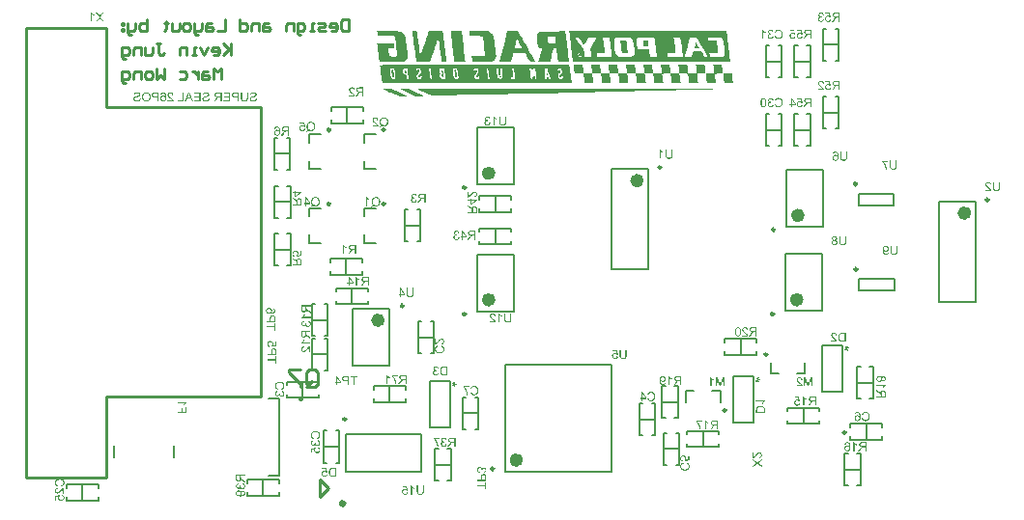
<source format=gto>
G04*
G04 #@! TF.GenerationSoftware,Altium Limited,Altium Designer,19.0.10 (269)*
G04*
G04 Layer_Color=65535*
%FSLAX25Y25*%
%MOIN*%
G70*
G01*
G75*
%ADD10C,0.00984*%
%ADD11C,0.02362*%
%ADD12C,0.01968*%
%ADD13C,0.00787*%
%ADD14C,0.00591*%
%ADD15C,0.01000*%
G36*
X243341Y164019D02*
X243286Y163964D01*
X243231Y163910D01*
Y163855D01*
Y163636D01*
X243286Y163472D01*
Y163253D01*
Y163199D01*
Y163144D01*
Y162980D01*
X243341Y162761D01*
Y162488D01*
X243395Y162160D01*
X243450Y161722D01*
X243505Y161285D01*
Y161230D01*
Y161066D01*
X243560Y160793D01*
Y160465D01*
X243614Y160082D01*
X243669Y159699D01*
X243833Y158770D01*
X244489Y153575D01*
X249246D01*
X250723Y157895D01*
Y157949D01*
X250777Y158059D01*
X250887Y158277D01*
X250941Y158551D01*
X251215Y159262D01*
X251488Y159973D01*
Y160027D01*
X251543Y160137D01*
X251597Y160301D01*
X251707Y160519D01*
X251871Y161066D01*
X252035Y161558D01*
Y161613D01*
Y161668D01*
X252090Y161886D01*
X252144Y162105D01*
X252199Y162215D01*
Y162105D01*
Y161941D01*
X252254Y161558D01*
X252308Y161340D01*
Y161066D01*
X252363Y160684D01*
X252418Y160301D01*
X252472Y159809D01*
X252527Y159262D01*
X252582Y158606D01*
X252691Y157895D01*
Y157840D01*
Y157731D01*
X252746Y157512D01*
Y157239D01*
X252855Y156582D01*
X252964Y155817D01*
X253074Y155051D01*
X253183Y154341D01*
X253238Y154067D01*
X253292Y153849D01*
Y153684D01*
X253347Y153575D01*
Y153466D01*
X254933D01*
Y153575D01*
Y153684D01*
X254878Y153903D01*
Y154067D01*
Y154286D01*
X254823Y154559D01*
X254769Y154942D01*
X254714Y155325D01*
X254660Y155817D01*
X254605Y156418D01*
X254550Y157129D01*
X254441Y157895D01*
X254331Y158770D01*
Y158824D01*
X254277Y158988D01*
Y159262D01*
X254222Y159590D01*
X254167Y159973D01*
X254113Y160410D01*
X254003Y161340D01*
X253894Y162269D01*
X253839Y162707D01*
X253785Y163089D01*
X253730Y163417D01*
X253675Y163691D01*
Y163855D01*
Y163910D01*
X253566Y164074D01*
X248754D01*
X248535Y163308D01*
Y163199D01*
X248481Y162925D01*
X248371Y162543D01*
X248317Y162433D01*
X248207Y162105D01*
X248043Y161613D01*
X247825Y160957D01*
Y160902D01*
X247770Y160793D01*
X247660Y160629D01*
X247606Y160355D01*
X247387Y159809D01*
X247168Y159152D01*
Y159098D01*
X247114Y158988D01*
X247004Y158824D01*
X246950Y158551D01*
X246731Y158004D01*
X246512Y157348D01*
Y157293D01*
X246458Y157239D01*
X246348Y156856D01*
X246184Y156473D01*
X246075Y156036D01*
Y155981D01*
X246020Y155817D01*
X245965Y155598D01*
X245911Y155544D01*
Y155598D01*
X245856Y155762D01*
X245801Y156090D01*
X245747Y156309D01*
X245692Y156582D01*
Y156911D01*
X245583Y157293D01*
X245528Y157785D01*
X245473Y158332D01*
X245419Y158988D01*
X245309Y159699D01*
Y159754D01*
Y159863D01*
X245254Y160082D01*
Y160355D01*
X245145Y161012D01*
X245036Y161832D01*
X244981Y162597D01*
X244872Y163253D01*
Y163527D01*
X244817Y163746D01*
Y163910D01*
Y163964D01*
X244708Y164019D01*
X244489Y164074D01*
X243614D01*
X243341Y164019D01*
D02*
G37*
G36*
X231038Y163910D02*
Y163800D01*
X231092Y163691D01*
Y163582D01*
X231147Y163363D01*
X231202Y163089D01*
X231311Y162324D01*
X236724D01*
X236834Y162215D01*
X236889D01*
X236998Y162105D01*
X237107Y161996D01*
X237217Y161832D01*
Y161777D01*
Y161668D01*
X237271Y161394D01*
X237326Y161012D01*
X237381Y160519D01*
X237435Y160137D01*
X237490Y159754D01*
X237545Y159317D01*
X237599Y158770D01*
Y158715D01*
Y158660D01*
X237654Y158332D01*
X237709Y157840D01*
X237763Y157293D01*
X237818Y156746D01*
X237873Y156254D01*
X237927Y155872D01*
Y155762D01*
Y155708D01*
X237873Y155598D01*
X237818Y155489D01*
X237709Y155325D01*
X237599Y155216D01*
X236287D01*
X235959Y155270D01*
X235795D01*
X235740Y155325D01*
X235685D01*
X235576Y155434D01*
X235467Y155544D01*
X235357Y155708D01*
Y155762D01*
X235303Y155817D01*
X235248Y155981D01*
X235139Y156200D01*
X235084Y156528D01*
X235029Y156911D01*
X234975Y157403D01*
Y158004D01*
X236943D01*
Y158168D01*
Y158277D01*
X236889Y158387D01*
Y158496D01*
Y158715D01*
X236834Y158988D01*
X236724Y159754D01*
X231475D01*
X231147Y159699D01*
X231038D01*
Y159645D01*
Y159535D01*
X231092Y159317D01*
X231147Y158934D01*
X231202Y158387D01*
X231256Y158004D01*
X231311Y157621D01*
X231366Y157129D01*
X231420Y156582D01*
Y156528D01*
Y156473D01*
X231475Y156090D01*
X231530Y155653D01*
X231585Y155051D01*
X231694Y154505D01*
X231749Y154013D01*
X231803Y153684D01*
Y153575D01*
Y153520D01*
X232295D01*
X232514Y153466D01*
X238037D01*
X238802Y153520D01*
X240005D01*
X240169Y153575D01*
X240333D01*
X240443Y153630D01*
X240607Y153739D01*
X240826Y153849D01*
X240989Y154067D01*
X241208Y154341D01*
X241427Y154669D01*
X241536Y155051D01*
Y155106D01*
Y155161D01*
Y155379D01*
Y155708D01*
Y156200D01*
X241482Y156856D01*
X241427Y157239D01*
X241372Y157676D01*
X241318Y158223D01*
X241263Y158770D01*
Y158824D01*
Y158879D01*
X241208Y159207D01*
X241154Y159699D01*
X241044Y160246D01*
X240989Y160793D01*
X240935Y161285D01*
X240880Y161613D01*
Y161777D01*
Y161832D01*
Y161886D01*
X240826Y162050D01*
X240716Y162269D01*
X240607Y162543D01*
X240224Y163144D01*
X240005Y163417D01*
X239677Y163691D01*
X239622Y163746D01*
X239458Y163800D01*
X239185Y163855D01*
X238912Y163910D01*
X238857Y163964D01*
X238693D01*
X238365Y164019D01*
X237545D01*
X237162Y164074D01*
X231038D01*
Y163910D01*
D02*
G37*
G36*
X256409D02*
Y163855D01*
X256464Y163636D01*
Y163472D01*
Y163253D01*
X256519Y162980D01*
X256573Y162652D01*
X256628Y162215D01*
X256683Y161722D01*
X256737Y161121D01*
X256792Y160410D01*
X256901Y159645D01*
X257011Y158715D01*
Y158660D01*
Y158496D01*
X257065Y158223D01*
X257120Y157895D01*
X257175Y157512D01*
Y157075D01*
X257284Y156145D01*
X257394Y155216D01*
X257448Y154778D01*
X257503Y154341D01*
X257558Y154013D01*
Y153739D01*
X257612Y153575D01*
Y153520D01*
X257831D01*
X258050Y153466D01*
X261440D01*
Y153575D01*
X261385Y153684D01*
Y153903D01*
X261331Y154122D01*
Y154341D01*
X261276Y154614D01*
X261221Y154997D01*
X261166Y155434D01*
X261112Y155926D01*
X261002Y156528D01*
X260948Y157184D01*
X260838Y158004D01*
X260729Y158879D01*
X260073Y164074D01*
X256409D01*
Y163910D01*
D02*
G37*
G36*
X262807D02*
Y163800D01*
Y163472D01*
X262861Y162980D01*
X262916Y162324D01*
X266470D01*
X266853Y162269D01*
X267126D01*
X267236Y162215D01*
X267291D01*
X267345Y162105D01*
X267400Y161996D01*
X267455Y161832D01*
X267509Y161777D01*
Y161668D01*
X267564Y161449D01*
X267619Y161066D01*
X267728Y160519D01*
X267783Y160191D01*
X267837Y159809D01*
X267892Y159317D01*
X267947Y158770D01*
X268330Y155708D01*
X268220Y155544D01*
Y155489D01*
X268111Y155325D01*
X263682D01*
Y155216D01*
Y155161D01*
Y155051D01*
X263736Y154778D01*
X263791Y154341D01*
X263900Y153466D01*
X268220D01*
X268931Y153520D01*
X269587D01*
X270243Y153575D01*
X270735Y153630D01*
X270954Y153684D01*
X271063Y153739D01*
X271118Y153794D01*
X271392Y153958D01*
X271446Y154067D01*
X271665Y154341D01*
X271884Y154778D01*
X272048Y155434D01*
Y155543D01*
Y155708D01*
X271993Y155981D01*
X271938Y156418D01*
X271884Y156965D01*
X271774Y157731D01*
X271720Y158168D01*
X271665Y158660D01*
Y158715D01*
Y158824D01*
X271610Y158934D01*
Y159152D01*
X271556Y159699D01*
X271446Y160301D01*
X271392Y160902D01*
X271282Y161504D01*
X271228Y161941D01*
X271173Y162105D01*
Y162215D01*
Y162269D01*
X271063Y162433D01*
X270954Y162707D01*
X270735Y162980D01*
X270517Y163308D01*
X270189Y163636D01*
X269806Y163910D01*
X269314Y164074D01*
X262807Y164074D01*
Y163910D01*
D02*
G37*
G36*
X274836Y159481D02*
Y159426D01*
X274782Y159317D01*
X274727Y159098D01*
X274618Y158824D01*
X274508Y158496D01*
X274399Y158114D01*
X274180Y157184D01*
Y157129D01*
X274126Y156965D01*
X274071Y156746D01*
X274016Y156473D01*
X273852Y155817D01*
X273688Y155161D01*
Y155106D01*
X273633Y155051D01*
X273579Y154778D01*
X273524Y154505D01*
Y154395D01*
Y154341D01*
X273251Y153466D01*
X277188D01*
X277570Y154833D01*
Y154887D01*
X277625Y155051D01*
X277680Y155270D01*
X277734Y155543D01*
X277844Y155762D01*
X277899Y155981D01*
X277953Y156145D01*
Y156200D01*
Y156309D01*
X282218D01*
X282984Y154833D01*
X283859Y153466D01*
X285554D01*
Y153520D01*
X285499Y153575D01*
X285444Y153684D01*
X285390Y153849D01*
X285226Y154067D01*
X285062Y154395D01*
X284843Y154887D01*
X284515Y155434D01*
X284132Y156090D01*
X283695Y156965D01*
X283093Y157949D01*
X282437Y159098D01*
X281671Y160465D01*
X280797Y162050D01*
X280304Y162871D01*
X279758Y163800D01*
X279648Y164074D01*
X275985D01*
X274836Y159481D01*
D02*
G37*
G36*
X291733Y163910D02*
X287085D01*
X287030Y163855D01*
X286811Y163745D01*
X286538Y163527D01*
X286319Y163199D01*
X286264Y163089D01*
Y162925D01*
X286210Y162707D01*
Y162379D01*
Y161941D01*
X286264Y161394D01*
X286319Y160738D01*
Y160684D01*
Y160465D01*
X286374Y160191D01*
Y159863D01*
X286429Y159481D01*
Y159152D01*
X286483Y158934D01*
X286538Y158770D01*
X286593Y158660D01*
X286811Y158442D01*
X287249Y158168D01*
X287796Y158004D01*
X288014D01*
Y157949D01*
X287960Y157895D01*
X287905Y157731D01*
X287850Y157457D01*
X287686Y157020D01*
X287522Y156473D01*
X287303Y155708D01*
X287249Y155598D01*
X287194Y155379D01*
X287085Y154997D01*
X286921Y154614D01*
X286757Y154176D01*
X286647Y153794D01*
X286593Y153575D01*
X286538Y153466D01*
X290584D01*
X290748Y153739D01*
Y153794D01*
Y153849D01*
X290803Y154013D01*
Y154067D01*
X290858Y154231D01*
X290912Y154559D01*
X291076Y154942D01*
Y154997D01*
Y155051D01*
X291131Y155270D01*
X291186Y155598D01*
X291240Y155926D01*
X291842Y158004D01*
X292826D01*
X292881Y157949D01*
X292935D01*
Y157895D01*
Y157840D01*
X292990Y157676D01*
Y157403D01*
X293045Y156965D01*
X293099Y156418D01*
X293209Y155708D01*
Y155598D01*
X293264Y155379D01*
X293318Y155051D01*
X293373Y154614D01*
Y154505D01*
X293428Y154286D01*
Y154013D01*
X293482Y153739D01*
Y153684D01*
Y153630D01*
X293537Y153520D01*
Y153466D01*
X297255D01*
Y153575D01*
Y153684D01*
X297200Y153849D01*
Y154013D01*
Y154231D01*
X297146Y154505D01*
X297091Y154833D01*
X297037Y155270D01*
X296982Y155762D01*
X296927Y156364D01*
X296872Y157075D01*
X296763Y157840D01*
X296654Y158770D01*
Y158824D01*
X296599Y158988D01*
Y159262D01*
X296544Y159535D01*
X296490Y159918D01*
X296435Y160355D01*
X296326Y161285D01*
X296162Y162215D01*
X296107Y162652D01*
X296052Y163089D01*
X295998Y163417D01*
X295943Y163636D01*
X295888Y163855D01*
Y163910D01*
Y164074D01*
X291733Y163910D01*
D02*
G37*
G36*
X297365D02*
Y163800D01*
X297419Y163582D01*
Y163417D01*
Y163199D01*
X297474Y162925D01*
X297529Y162597D01*
X297583Y162160D01*
X297638Y161668D01*
X297693Y161066D01*
X297747Y160355D01*
X297857Y159590D01*
X297966Y158660D01*
X298622Y153466D01*
X352865Y153466D01*
Y153575D01*
Y153684D01*
X352810Y153903D01*
Y154122D01*
Y154341D01*
X352755Y154614D01*
X352701Y154942D01*
X352646Y155379D01*
X352591Y155872D01*
X352537Y156473D01*
X352482Y157129D01*
X352373Y157895D01*
X352263Y158770D01*
Y158824D01*
X352209Y158988D01*
Y159262D01*
X352154Y159590D01*
X352099Y159973D01*
X352045Y160410D01*
X351935Y161340D01*
X351826Y162269D01*
X351771Y162707D01*
X351716Y163089D01*
X351662Y163417D01*
X351607Y163691D01*
Y163855D01*
Y163910D01*
Y164074D01*
X297255Y164074D01*
X297365Y163910D01*
D02*
G37*
G36*
X298841Y152263D02*
Y152153D01*
Y152044D01*
Y151989D01*
Y151935D01*
Y151771D01*
X298896Y151497D01*
Y151443D01*
X298896Y151278D01*
X298950Y151060D01*
Y150786D01*
X299224Y149310D01*
X302176D01*
Y149255D01*
Y149146D01*
X302231Y148927D01*
X302286Y148708D01*
X302340Y148326D01*
X302395Y147834D01*
Y147779D01*
Y147615D01*
X302450Y147342D01*
Y147068D01*
X302504Y146795D01*
Y146521D01*
X302559Y146357D01*
Y146248D01*
X302778D01*
X302942Y146193D01*
X305621D01*
Y146357D01*
Y146412D01*
Y146467D01*
Y146576D01*
X305567Y146795D01*
Y147013D01*
Y147396D01*
X305512Y147834D01*
Y147888D01*
X305457Y148052D01*
X305402Y148271D01*
X305348Y148490D01*
X305293Y149037D01*
X305239Y149201D01*
Y149310D01*
X308191D01*
X308465Y147834D01*
Y147779D01*
Y147615D01*
X308519Y147342D01*
Y147068D01*
Y146795D01*
X308574Y146521D01*
Y146357D01*
Y146248D01*
X308793D01*
X308957Y146193D01*
X311636D01*
Y146357D01*
Y146412D01*
Y146467D01*
Y146576D01*
X311581Y146740D01*
Y147013D01*
X311527Y147342D01*
X311472Y147779D01*
Y147834D01*
X311417Y147998D01*
Y148216D01*
X311363Y148490D01*
X311308Y148982D01*
X311253Y149201D01*
Y149310D01*
X308301D01*
X308191Y149419D01*
Y149474D01*
Y149583D01*
Y149693D01*
X308137Y149857D01*
Y150130D01*
Y150458D01*
X308082Y150896D01*
Y150950D01*
Y151114D01*
X308027Y151333D01*
X308027Y151607D01*
Y151880D01*
X307973Y152099D01*
Y152263D01*
Y152372D01*
X304856D01*
Y152317D01*
Y152208D01*
X304910Y151989D01*
X304965Y151771D01*
X305020Y151388D01*
X305074Y150896D01*
Y150841D01*
Y150677D01*
X305129Y150404D01*
Y150130D01*
X305184Y149857D01*
Y149638D01*
X305239Y149474D01*
Y149365D01*
X305074D01*
X304856Y149310D01*
X302286D01*
X302176Y149419D01*
Y149474D01*
Y149583D01*
X302122Y149802D01*
Y150021D01*
Y150404D01*
X302067Y150896D01*
X301794Y152372D01*
X298841D01*
Y152263D01*
D02*
G37*
G36*
X310925Y152317D02*
Y152208D01*
Y151989D01*
X310980Y151661D01*
X310980Y151278D01*
X311035Y150786D01*
X311144Y150130D01*
X311253Y149419D01*
Y149310D01*
X314206D01*
X314479Y147834D01*
Y147779D01*
Y147615D01*
X314534Y147396D01*
Y147123D01*
Y146849D01*
X314589Y146631D01*
Y146467D01*
Y146357D01*
Y146193D01*
X317651D01*
Y146357D01*
Y146412D01*
Y146467D01*
Y146685D01*
X317596Y146959D01*
Y147287D01*
X317487Y147779D01*
X317432Y148380D01*
X317323Y149146D01*
Y149310D01*
X320275D01*
Y149255D01*
Y149201D01*
Y149091D01*
X320330Y148873D01*
X320385Y148599D01*
X320440Y148271D01*
X320494Y147834D01*
Y147779D01*
Y147615D01*
X320549Y147451D01*
Y147178D01*
X320604Y146685D01*
Y146467D01*
Y146357D01*
Y146193D01*
X323502D01*
X323666Y146248D01*
X323720D01*
Y146303D01*
Y146357D01*
Y146467D01*
X323666Y146685D01*
Y146959D01*
X323611Y147342D01*
X323556Y147834D01*
Y147888D01*
X323502Y148052D01*
Y148326D01*
X323447Y148599D01*
X323392Y148818D01*
Y149091D01*
X323338Y149255D01*
Y149310D01*
X326290Y149310D01*
Y149419D01*
Y149529D01*
X326236Y149802D01*
X326181Y150130D01*
X326072Y150622D01*
X325962Y151607D01*
X325907Y152044D01*
Y152372D01*
X322955Y152372D01*
Y152263D01*
Y152153D01*
X323009Y151935D01*
X323064Y151607D01*
X323119Y151169D01*
X323283Y150240D01*
X323338Y149802D01*
Y149419D01*
X323228Y149365D01*
X322955D01*
X322681Y149310D01*
X320494D01*
X320330Y149365D01*
X320275D01*
Y149419D01*
Y149474D01*
Y149583D01*
X320221Y149748D01*
Y150021D01*
X320166Y150404D01*
X320111Y150896D01*
Y150950D01*
X320057Y151114D01*
Y151388D01*
X320002Y151661D01*
X319947Y151880D01*
Y152153D01*
X319893Y152317D01*
Y152372D01*
X316940D01*
Y152263D01*
Y152208D01*
Y152099D01*
Y151935D01*
X316995Y151661D01*
X316995Y151333D01*
X317049Y150896D01*
Y150841D01*
Y150677D01*
X317104Y150404D01*
Y150185D01*
X317159Y149911D01*
X317213Y149638D01*
X317268Y149474D01*
X317323Y149419D01*
Y149310D01*
X314206D01*
X314097Y150786D01*
Y150841D01*
Y151005D01*
X314042Y151278D01*
X314042Y151552D01*
X313987Y151771D01*
X313933Y152044D01*
Y152208D01*
X313878Y152263D01*
Y152372D01*
X310925D01*
Y152317D01*
D02*
G37*
G36*
X328970Y152263D02*
Y152208D01*
Y152153D01*
X329024Y151825D01*
X329079Y151443D01*
X329134Y150950D01*
X329243Y150404D01*
X329298Y149966D01*
X329352Y149583D01*
Y149474D01*
Y149419D01*
X329243Y149365D01*
X328970D01*
X328696Y149310D01*
X326290D01*
Y149255D01*
Y149201D01*
Y149037D01*
X326345Y148818D01*
X326400Y148545D01*
X326454Y148162D01*
X326509Y147670D01*
X326673Y146193D01*
X329516D01*
X329680Y146248D01*
X329735D01*
Y146303D01*
Y146357D01*
Y146467D01*
X329680Y146685D01*
Y146904D01*
X329626Y147287D01*
X329571Y147724D01*
Y147779D01*
X329516Y147943D01*
Y148162D01*
X329462Y148435D01*
X329407Y148708D01*
Y148927D01*
X329352Y149146D01*
Y149201D01*
X329407Y149255D01*
X329735D01*
X329954Y149310D01*
X332305D01*
Y149146D01*
Y149091D01*
X332360Y148982D01*
Y148763D01*
X332414Y148545D01*
X332469Y148162D01*
X332578Y147670D01*
X332688Y146193D01*
X335750D01*
Y146357D01*
Y146467D01*
X335695Y146740D01*
X335641Y147068D01*
X335531Y147560D01*
X335422Y148545D01*
X335367Y148982D01*
Y149310D01*
X337828D01*
X338101Y149255D01*
X338265D01*
X338320Y149201D01*
Y149146D01*
Y149091D01*
Y148982D01*
X338375Y148818D01*
X338429Y148545D01*
X338484Y148216D01*
X338539Y147724D01*
Y147670D01*
Y147506D01*
X338593Y147287D01*
Y147013D01*
X338648Y146740D01*
Y146521D01*
X338703Y146357D01*
Y146248D01*
X338867D01*
X339085Y146193D01*
X341546D01*
X341710Y146248D01*
X341765D01*
Y146303D01*
Y146357D01*
Y146467D01*
X341710Y146685D01*
Y146959D01*
X341655Y147342D01*
X341601Y147834D01*
Y147888D01*
X341546Y148052D01*
Y148326D01*
X341491Y148599D01*
Y148818D01*
X341437Y149091D01*
Y149255D01*
Y149310D01*
X344389D01*
Y149255D01*
Y149146D01*
X344444Y148927D01*
X344499Y148708D01*
X344553Y148326D01*
X344608Y147834D01*
X344717Y146193D01*
X347561D01*
X347779Y146248D01*
X347834D01*
Y146303D01*
Y146357D01*
Y146467D01*
X347779Y146685D01*
Y146904D01*
X347725Y147287D01*
X347670Y147724D01*
Y147779D01*
X347616Y147943D01*
Y148162D01*
X347561Y148435D01*
X347506Y148708D01*
Y148927D01*
X347451Y149146D01*
Y149201D01*
X347506Y149255D01*
X347834D01*
X348053Y149310D01*
X350404D01*
Y149255D01*
Y149146D01*
X350459Y148982D01*
Y148763D01*
X350514Y148216D01*
X350623Y147670D01*
X350787Y146193D01*
X353849D01*
Y146467D01*
Y146521D01*
X353794Y146631D01*
Y146685D01*
X353740Y146795D01*
Y146959D01*
X353685Y147232D01*
Y147287D01*
X353630Y147506D01*
X353576Y147724D01*
Y147943D01*
X353466Y149310D01*
X350404D01*
Y149419D01*
Y149474D01*
Y149529D01*
Y149638D01*
X350349Y149857D01*
Y150075D01*
Y150458D01*
X350295Y150896D01*
X350021Y152372D01*
X346959D01*
X347069Y152263D01*
Y152153D01*
X347123Y151935D01*
X347178Y151552D01*
X347178Y151114D01*
X347287Y150185D01*
X347342Y149748D01*
Y149419D01*
X347287Y149365D01*
X346959D01*
X346741Y149310D01*
X344608D01*
X344444Y149365D01*
X344389D01*
Y149419D01*
Y149474D01*
Y149583D01*
X344335Y149748D01*
Y150021D01*
X344280Y150404D01*
X344225Y150896D01*
Y150950D01*
X344171Y151114D01*
Y151388D01*
X344116Y151661D01*
X344061Y151880D01*
Y152153D01*
X344007Y152317D01*
Y152372D01*
X340945D01*
X341054Y152263D01*
Y152208D01*
Y152099D01*
Y151880D01*
X341109Y151661D01*
X341109Y151278D01*
X341163Y150786D01*
X341273Y149310D01*
X339796Y149419D01*
X338320D01*
X338211Y150896D01*
Y150950D01*
X338156Y151114D01*
Y151388D01*
X338101Y151661D01*
X338047Y151880D01*
Y152153D01*
X337992Y152317D01*
Y152372D01*
X335258D01*
X335094Y152317D01*
X335039D01*
Y152263D01*
Y152208D01*
Y152099D01*
X335094Y151935D01*
Y151661D01*
X335148Y151333D01*
X335203Y150841D01*
Y150786D01*
Y150622D01*
X335258Y150404D01*
Y150130D01*
X335313Y149857D01*
Y149638D01*
X335367Y149419D01*
Y149365D01*
X335203D01*
X334984Y149310D01*
X332305D01*
Y149419D01*
Y149474D01*
Y149583D01*
X332250Y149802D01*
Y150021D01*
Y150404D01*
X332196Y150896D01*
X331922Y152372D01*
X328970D01*
Y152263D01*
D02*
G37*
G36*
X240989Y152317D02*
X232842D01*
X232405Y152263D01*
X232022D01*
Y152208D01*
Y151989D01*
X232077Y151552D01*
X232131Y150950D01*
Y150622D01*
X232186Y150185D01*
X232295Y149693D01*
X232350Y149146D01*
X232405Y148545D01*
X232514Y147888D01*
X232678Y147178D01*
X232787Y146357D01*
Y146193D01*
X298130Y146193D01*
Y146357D01*
Y146412D01*
Y146631D01*
X298075Y147013D01*
Y147232D01*
X298021Y147560D01*
X297966Y147888D01*
Y148326D01*
X297857Y148818D01*
X297802Y149365D01*
X297693Y149966D01*
X297638Y150677D01*
X297474Y151443D01*
X297365Y152263D01*
Y152372D01*
X242356Y152372D01*
X240989Y152317D01*
D02*
G37*
G36*
X249848Y144170D02*
X244872D01*
X244926Y144115D01*
X245145Y144006D01*
X245473Y143842D01*
X245911Y143623D01*
X246567Y143295D01*
X247004Y143131D01*
X247442Y142912D01*
X250012Y141655D01*
X302067Y142912D01*
X302942D01*
X303325Y142967D01*
X305457D01*
X306879Y143022D01*
X308465Y143077D01*
X310214D01*
X312073Y143131D01*
X314151Y143186D01*
X316284Y143240D01*
X318526Y143295D01*
X320822Y143350D01*
X323228Y143405D01*
X328040Y143514D01*
X332907Y143623D01*
X335313Y143678D01*
X337609Y143733D01*
X339851Y143787D01*
X341983Y143842D01*
X344061Y143897D01*
X345920Y143951D01*
X347670Y144006D01*
X349256Y144061D01*
X351279D01*
X351826Y144115D01*
X353138D01*
X353466Y144170D01*
X348436D01*
X347233Y144225D01*
X251488Y144225D01*
X249848Y144170D01*
D02*
G37*
G36*
X238966D02*
X239076Y144115D01*
X239240Y144006D01*
X239568Y143842D01*
X240060Y143623D01*
X240388Y143459D01*
X240716Y143295D01*
X241154Y143131D01*
X241646Y142912D01*
X244325Y141545D01*
X246020D01*
X246239Y141600D01*
X246731D01*
X246950Y141655D01*
X247168D01*
X247059Y141709D01*
X246840Y141819D01*
X246676Y141928D01*
X246458Y142038D01*
X246403D01*
X246293Y142092D01*
X246129Y142202D01*
X245911Y142311D01*
X245364Y142584D01*
X244598Y142912D01*
X241864Y144225D01*
X239130D01*
X238966Y144170D01*
D02*
G37*
G36*
X233061D02*
X233006D01*
X233061Y144115D01*
X233170Y144061D01*
X233334Y143951D01*
X233717Y143787D01*
X234209Y143569D01*
X234537Y143405D01*
X234920Y143186D01*
X235357Y142967D01*
X235850Y142748D01*
X238802Y141436D01*
X240115D01*
X240279Y141491D01*
X240552D01*
X241044Y141545D01*
X241482D01*
X241372Y141600D01*
X241208Y141709D01*
X240880Y141874D01*
X240388Y142147D01*
X240060Y142256D01*
X239677Y142475D01*
X239294Y142694D01*
X238802Y142912D01*
X235959Y144225D01*
X233225D01*
X233061Y144170D01*
D02*
G37*
G36*
X393128Y55366D02*
X393125Y55356D01*
X393119Y55336D01*
X393112Y55313D01*
X393102Y55283D01*
X393092Y55246D01*
X393082Y55206D01*
X393069Y55163D01*
X393055Y55113D01*
X393045Y55063D01*
X393022Y54950D01*
X392999Y54833D01*
X392982Y54713D01*
Y54717D01*
X392975Y54720D01*
X392965Y54730D01*
X392955Y54743D01*
X392939Y54760D01*
X392919Y54780D01*
X392895Y54803D01*
X392869Y54830D01*
X392835Y54860D01*
X392799Y54893D01*
X392759Y54930D01*
X392712Y54973D01*
X392666Y55016D01*
X392609Y55063D01*
X392549Y55113D01*
X392486Y55166D01*
X392266Y54850D01*
X392269D01*
X392276Y54843D01*
X392286Y54833D01*
X392303Y54823D01*
X392326Y54810D01*
X392349Y54793D01*
X392379Y54773D01*
X392413Y54750D01*
X392453Y54723D01*
X392493Y54697D01*
X392539Y54667D01*
X392589Y54637D01*
X392642Y54603D01*
X392699Y54567D01*
X392762Y54530D01*
X392826Y54494D01*
X392822Y54490D01*
X392809Y54484D01*
X392789Y54474D01*
X392766Y54460D01*
X392736Y54444D01*
X392699Y54424D01*
X392659Y54400D01*
X392619Y54377D01*
X392529Y54324D01*
X392436Y54267D01*
X392346Y54207D01*
X392303Y54177D01*
X392266Y54151D01*
X392486Y53844D01*
X392489Y53848D01*
X392502Y53858D01*
X392523Y53874D01*
X392546Y53894D01*
X392576Y53917D01*
X392609Y53948D01*
X392689Y54011D01*
X392772Y54084D01*
X392852Y54154D01*
X392892Y54191D01*
X392925Y54221D01*
X392955Y54251D01*
X392982Y54277D01*
Y54274D01*
X392985Y54264D01*
X392989Y54244D01*
X392992Y54221D01*
X392999Y54191D01*
X393005Y54154D01*
X393015Y54114D01*
X393025Y54071D01*
X393035Y54024D01*
X393045Y53974D01*
X393072Y53864D01*
X393099Y53751D01*
X393128Y53638D01*
X393498Y53758D01*
Y53761D01*
X393492Y53778D01*
X393485Y53798D01*
X393475Y53824D01*
X393461Y53861D01*
X393445Y53901D01*
X393428Y53944D01*
X393412Y53991D01*
X393372Y54087D01*
X393328Y54187D01*
X393308Y54237D01*
X393285Y54281D01*
X393265Y54324D01*
X393245Y54360D01*
X393252D01*
X393265Y54357D01*
X393288D01*
X393322Y54354D01*
X393362Y54350D01*
X393405Y54344D01*
X393451Y54340D01*
X393505Y54337D01*
X393611Y54327D01*
X393721Y54317D01*
X393771Y54314D01*
X393818D01*
X393861Y54311D01*
X393898D01*
Y54690D01*
X393894D01*
X393884D01*
X393871D01*
X393851Y54687D01*
X393825D01*
X393794Y54683D01*
X393761Y54680D01*
X393718D01*
X393675Y54673D01*
X393625Y54670D01*
X393571Y54667D01*
X393515Y54660D01*
X393451Y54653D01*
X393388Y54643D01*
X393322Y54637D01*
X393248Y54627D01*
X393252Y54630D01*
X393255Y54640D01*
X393262Y54653D01*
X393272Y54673D01*
X393285Y54700D01*
X393298Y54730D01*
X393315Y54767D01*
X393332Y54807D01*
X393348Y54850D01*
X393368Y54896D01*
X393392Y54950D01*
X393412Y55003D01*
X393455Y55120D01*
X393498Y55246D01*
X393128Y55369D01*
Y55366D01*
D02*
G37*
G36*
X257696Y42965D02*
X257692Y42954D01*
X257685Y42935D01*
X257679Y42911D01*
X257669Y42881D01*
X257659Y42845D01*
X257649Y42805D01*
X257635Y42761D01*
X257622Y42711D01*
X257612Y42661D01*
X257589Y42548D01*
X257566Y42432D01*
X257549Y42312D01*
Y42315D01*
X257542Y42318D01*
X257532Y42329D01*
X257522Y42342D01*
X257506Y42358D01*
X257486Y42378D01*
X257462Y42402D01*
X257436Y42428D01*
X257402Y42458D01*
X257366Y42492D01*
X257326Y42528D01*
X257279Y42572D01*
X257233Y42615D01*
X257176Y42661D01*
X257116Y42711D01*
X257053Y42765D01*
X256833Y42448D01*
X256836D01*
X256843Y42442D01*
X256853Y42432D01*
X256870Y42422D01*
X256893Y42408D01*
X256916Y42392D01*
X256946Y42372D01*
X256979Y42349D01*
X257019Y42322D01*
X257059Y42295D01*
X257106Y42265D01*
X257156Y42235D01*
X257209Y42202D01*
X257266Y42165D01*
X257329Y42129D01*
X257392Y42092D01*
X257389Y42089D01*
X257376Y42082D01*
X257356Y42072D01*
X257332Y42059D01*
X257302Y42042D01*
X257266Y42022D01*
X257226Y41999D01*
X257186Y41976D01*
X257096Y41922D01*
X257003Y41866D01*
X256913Y41806D01*
X256870Y41776D01*
X256833Y41749D01*
X257053Y41443D01*
X257056Y41446D01*
X257069Y41456D01*
X257089Y41473D01*
X257113Y41493D01*
X257143Y41516D01*
X257176Y41546D01*
X257256Y41609D01*
X257339Y41682D01*
X257419Y41752D01*
X257459Y41789D01*
X257492Y41819D01*
X257522Y41849D01*
X257549Y41876D01*
Y41872D01*
X257552Y41862D01*
X257556Y41842D01*
X257559Y41819D01*
X257566Y41789D01*
X257572Y41752D01*
X257582Y41712D01*
X257592Y41669D01*
X257602Y41622D01*
X257612Y41573D01*
X257639Y41463D01*
X257665Y41350D01*
X257696Y41236D01*
X258065Y41356D01*
Y41359D01*
X258058Y41376D01*
X258052Y41396D01*
X258042Y41423D01*
X258029Y41459D01*
X258012Y41499D01*
X257995Y41543D01*
X257979Y41589D01*
X257939Y41686D01*
X257895Y41786D01*
X257875Y41836D01*
X257852Y41879D01*
X257832Y41922D01*
X257812Y41959D01*
X257819D01*
X257832Y41956D01*
X257855D01*
X257889Y41952D01*
X257929Y41949D01*
X257972Y41942D01*
X258018Y41939D01*
X258072Y41936D01*
X258178Y41925D01*
X258288Y41916D01*
X258338Y41912D01*
X258385D01*
X258428Y41909D01*
X258465D01*
Y42289D01*
X258461D01*
X258451D01*
X258438D01*
X258418Y42285D01*
X258391D01*
X258362Y42282D01*
X258328Y42279D01*
X258285D01*
X258242Y42272D01*
X258192Y42268D01*
X258138Y42265D01*
X258082Y42259D01*
X258018Y42252D01*
X257955Y42242D01*
X257889Y42235D01*
X257815Y42225D01*
X257819Y42229D01*
X257822Y42239D01*
X257829Y42252D01*
X257839Y42272D01*
X257852Y42298D01*
X257865Y42329D01*
X257882Y42365D01*
X257899Y42405D01*
X257915Y42448D01*
X257935Y42495D01*
X257959Y42548D01*
X257979Y42601D01*
X258022Y42718D01*
X258065Y42845D01*
X257696Y42968D01*
Y42965D01*
D02*
G37*
G36*
X362420Y44484D02*
X362417Y44474D01*
X362410Y44454D01*
X362403Y44430D01*
X362393Y44400D01*
X362383Y44364D01*
X362373Y44324D01*
X362360Y44280D01*
X362347Y44230D01*
X362337Y44181D01*
X362313Y44067D01*
X362290Y43951D01*
X362273Y43831D01*
Y43834D01*
X362267Y43837D01*
X362257Y43848D01*
X362247Y43861D01*
X362230Y43878D01*
X362210Y43898D01*
X362187Y43921D01*
X362160Y43947D01*
X362127Y43977D01*
X362090Y44011D01*
X362050Y44047D01*
X362004Y44091D01*
X361957Y44134D01*
X361900Y44181D01*
X361841Y44230D01*
X361777Y44284D01*
X361557Y43967D01*
X361561D01*
X361567Y43961D01*
X361577Y43951D01*
X361594Y43941D01*
X361617Y43927D01*
X361641Y43911D01*
X361671Y43891D01*
X361704Y43867D01*
X361744Y43841D01*
X361784Y43814D01*
X361830Y43784D01*
X361880Y43754D01*
X361934Y43721D01*
X361990Y43684D01*
X362054Y43648D01*
X362117Y43611D01*
X362113Y43608D01*
X362100Y43601D01*
X362080Y43591D01*
X362057Y43578D01*
X362027Y43561D01*
X361990Y43541D01*
X361950Y43518D01*
X361910Y43495D01*
X361821Y43441D01*
X361727Y43385D01*
X361637Y43325D01*
X361594Y43295D01*
X361557Y43268D01*
X361777Y42962D01*
X361781Y42965D01*
X361794Y42975D01*
X361814Y42992D01*
X361837Y43012D01*
X361867Y43035D01*
X361900Y43065D01*
X361980Y43128D01*
X362064Y43202D01*
X362143Y43271D01*
X362183Y43308D01*
X362217Y43338D01*
X362247Y43368D01*
X362273Y43395D01*
Y43391D01*
X362277Y43381D01*
X362280Y43361D01*
X362283Y43338D01*
X362290Y43308D01*
X362297Y43271D01*
X362307Y43231D01*
X362317Y43188D01*
X362327Y43142D01*
X362337Y43092D01*
X362363Y42982D01*
X362390Y42869D01*
X362420Y42755D01*
X362790Y42875D01*
Y42878D01*
X362783Y42895D01*
X362776Y42915D01*
X362766Y42942D01*
X362753Y42978D01*
X362736Y43018D01*
X362720Y43062D01*
X362703Y43108D01*
X362663Y43205D01*
X362620Y43305D01*
X362600Y43355D01*
X362576Y43398D01*
X362556Y43441D01*
X362536Y43478D01*
X362543D01*
X362556Y43475D01*
X362580D01*
X362613Y43471D01*
X362653Y43468D01*
X362696Y43461D01*
X362743Y43458D01*
X362796Y43455D01*
X362903Y43445D01*
X363013Y43435D01*
X363063Y43431D01*
X363109D01*
X363153Y43428D01*
X363189D01*
Y43808D01*
X363186D01*
X363176D01*
X363162D01*
X363142Y43804D01*
X363116D01*
X363086Y43801D01*
X363053Y43798D01*
X363009D01*
X362966Y43791D01*
X362916Y43788D01*
X362863Y43784D01*
X362806Y43778D01*
X362743Y43771D01*
X362680Y43761D01*
X362613Y43754D01*
X362540Y43744D01*
X362543Y43748D01*
X362546Y43758D01*
X362553Y43771D01*
X362563Y43791D01*
X362576Y43818D01*
X362590Y43848D01*
X362606Y43884D01*
X362623Y43924D01*
X362640Y43967D01*
X362660Y44014D01*
X362683Y44067D01*
X362703Y44121D01*
X362746Y44237D01*
X362790Y44364D01*
X362420Y44487D01*
Y44484D01*
D02*
G37*
G36*
X157107Y142920D02*
X157077Y142917D01*
X157038Y142912D01*
X156998Y142906D01*
X156954Y142895D01*
X156907Y142884D01*
X156858Y142870D01*
X156807Y142854D01*
X156757Y142835D01*
X156705Y142810D01*
X156656Y142780D01*
X156607Y142750D01*
X156561Y142712D01*
X156558Y142710D01*
X156550Y142704D01*
X156539Y142690D01*
X156523Y142674D01*
X156503Y142652D01*
X156482Y142628D01*
X156460Y142597D01*
X156435Y142562D01*
X156411Y142524D01*
X156386Y142480D01*
X156361Y142434D01*
X156340Y142382D01*
X156318Y142327D01*
X156301Y142270D01*
X156285Y142204D01*
X156274Y142139D01*
X156659Y142109D01*
Y142112D01*
X156662Y142120D01*
X156665Y142131D01*
X156667Y142147D01*
X156673Y142164D01*
X156681Y142185D01*
X156697Y142234D01*
X156719Y142289D01*
X156744Y142344D01*
X156774Y142395D01*
X156790Y142417D01*
X156807Y142439D01*
X156809Y142442D01*
X156815Y142447D01*
X156823Y142456D01*
X156834Y142466D01*
X156850Y142477D01*
X156869Y142491D01*
X156891Y142507D01*
X156913Y142524D01*
X156970Y142554D01*
X157036Y142581D01*
X157074Y142589D01*
X157112Y142597D01*
X157153Y142603D01*
X157194Y142606D01*
X157213D01*
X157224Y142603D01*
X157241D01*
X157260Y142600D01*
X157303Y142592D01*
X157355Y142581D01*
X157410Y142562D01*
X157464Y142537D01*
X157519Y142502D01*
X157522Y142499D01*
X157527Y142497D01*
X157535Y142488D01*
X157549Y142477D01*
X157565Y142464D01*
X157582Y142447D01*
X157601Y142426D01*
X157623Y142404D01*
X157647Y142376D01*
X157669Y142349D01*
X157694Y142316D01*
X157718Y142281D01*
X157743Y142243D01*
X157765Y142202D01*
X157787Y142158D01*
X157808Y142112D01*
Y142109D01*
X157814Y142101D01*
X157817Y142084D01*
X157825Y142065D01*
X157833Y142038D01*
X157841Y142005D01*
X157852Y141970D01*
X157860Y141926D01*
X157871Y141877D01*
X157879Y141822D01*
X157888Y141762D01*
X157896Y141699D01*
X157904Y141628D01*
X157909Y141552D01*
X157912Y141473D01*
X157915Y141385D01*
X157912Y141388D01*
X157909Y141394D01*
X157901Y141404D01*
X157890Y141421D01*
X157877Y141437D01*
X157860Y141459D01*
X157819Y141506D01*
X157770Y141557D01*
X157713Y141609D01*
X157647Y141658D01*
X157574Y141702D01*
X157571D01*
X157565Y141708D01*
X157554Y141713D01*
X157538Y141718D01*
X157519Y141727D01*
X157497Y141735D01*
X157473Y141743D01*
X157445Y141754D01*
X157383Y141773D01*
X157309Y141789D01*
X157232Y141800D01*
X157150Y141806D01*
X157134D01*
X157112Y141803D01*
X157085Y141800D01*
X157052Y141798D01*
X157014Y141789D01*
X156970Y141781D01*
X156924Y141770D01*
X156875Y141754D01*
X156820Y141735D01*
X156765Y141713D01*
X156711Y141686D01*
X156654Y141653D01*
X156599Y141615D01*
X156544Y141571D01*
X156492Y141519D01*
X156490Y141516D01*
X156482Y141506D01*
X156468Y141489D01*
X156449Y141467D01*
X156430Y141440D01*
X156405Y141404D01*
X156381Y141366D01*
X156356Y141320D01*
X156332Y141271D01*
X156307Y141216D01*
X156282Y141156D01*
X156263Y141091D01*
X156244Y141020D01*
X156230Y140946D01*
X156222Y140867D01*
X156219Y140785D01*
Y140782D01*
Y140771D01*
Y140755D01*
X156222Y140736D01*
Y140708D01*
X156225Y140678D01*
X156230Y140643D01*
X156236Y140605D01*
X156241Y140564D01*
X156250Y140520D01*
X156274Y140430D01*
X156304Y140332D01*
X156326Y140285D01*
X156348Y140236D01*
X156351Y140233D01*
X156353Y140225D01*
X156361Y140211D01*
X156372Y140195D01*
X156383Y140173D01*
X156400Y140149D01*
X156441Y140091D01*
X156490Y140029D01*
X156550Y139963D01*
X156621Y139903D01*
X156659Y139873D01*
X156700Y139846D01*
X156703Y139843D01*
X156711Y139840D01*
X156722Y139835D01*
X156738Y139824D01*
X156760Y139816D01*
X156785Y139805D01*
X156815Y139791D01*
X156847Y139780D01*
X156883Y139767D01*
X156921Y139756D01*
X156965Y139742D01*
X157009Y139734D01*
X157104Y139717D01*
X157156Y139715D01*
X157208Y139712D01*
X157230D01*
X157254Y139715D01*
X157287Y139717D01*
X157328Y139723D01*
X157377Y139731D01*
X157429Y139742D01*
X157486Y139756D01*
X157549Y139775D01*
X157612Y139799D01*
X157677Y139827D01*
X157746Y139862D01*
X157811Y139903D01*
X157874Y139949D01*
X157937Y140004D01*
X157997Y140067D01*
X158000Y140072D01*
X158010Y140083D01*
X158024Y140105D01*
X158043Y140135D01*
X158068Y140173D01*
X158092Y140222D01*
X158120Y140280D01*
X158147Y140345D01*
X158177Y140422D01*
X158204Y140509D01*
X158229Y140605D01*
X158253Y140708D01*
X158273Y140826D01*
X158286Y140951D01*
X158297Y141088D01*
X158300Y141235D01*
Y141238D01*
Y141246D01*
Y141257D01*
Y141276D01*
X158297Y141298D01*
Y141323D01*
Y141353D01*
X158294Y141385D01*
X158292Y141421D01*
X158289Y141459D01*
X158286Y141500D01*
X158281Y141546D01*
X158273Y141642D01*
X158259Y141743D01*
X158240Y141850D01*
X158218Y141959D01*
X158191Y142071D01*
X158158Y142180D01*
X158120Y142286D01*
X158076Y142387D01*
X158024Y142480D01*
X157994Y142521D01*
X157964Y142562D01*
X157961Y142568D01*
X157950Y142578D01*
X157934Y142595D01*
X157909Y142619D01*
X157879Y142647D01*
X157844Y142677D01*
X157803Y142710D01*
X157754Y142742D01*
X157699Y142775D01*
X157639Y142808D01*
X157576Y142838D01*
X157505Y142865D01*
X157429Y142890D01*
X157347Y142906D01*
X157260Y142920D01*
X157170Y142922D01*
X157134D01*
X157107Y142920D01*
D02*
G37*
G36*
X148182Y142963D02*
X148152D01*
X148117Y142961D01*
X148076Y142958D01*
X148032Y142952D01*
X147986Y142947D01*
X147937Y142939D01*
X147833Y142917D01*
X147727Y142890D01*
X147623Y142851D01*
X147620D01*
X147612Y142846D01*
X147598Y142841D01*
X147579Y142830D01*
X147557Y142819D01*
X147530Y142805D01*
X147503Y142789D01*
X147470Y142767D01*
X147404Y142720D01*
X147336Y142663D01*
X147271Y142597D01*
X147238Y142559D01*
X147211Y142518D01*
X147208Y142516D01*
X147205Y142507D01*
X147197Y142497D01*
X147189Y142480D01*
X147178Y142458D01*
X147164Y142434D01*
X147151Y142406D01*
X147137Y142374D01*
X147123Y142341D01*
X147109Y142303D01*
X147096Y142262D01*
X147085Y142218D01*
X147066Y142125D01*
X147058Y142076D01*
X147055Y142024D01*
X147453Y141994D01*
Y141997D01*
X147456Y142008D01*
X147459Y142022D01*
X147462Y142043D01*
X147467Y142068D01*
X147473Y142095D01*
X147484Y142128D01*
X147494Y142164D01*
X147522Y142234D01*
X147541Y142273D01*
X147560Y142311D01*
X147584Y142346D01*
X147612Y142382D01*
X147642Y142415D01*
X147675Y142445D01*
X147677Y142447D01*
X147683Y142450D01*
X147694Y142458D01*
X147710Y142469D01*
X147729Y142480D01*
X147751Y142494D01*
X147781Y142507D01*
X147814Y142521D01*
X147849Y142535D01*
X147890Y142548D01*
X147934Y142562D01*
X147983Y142573D01*
X148038Y142584D01*
X148095Y142592D01*
X148158Y142595D01*
X148223Y142597D01*
X148259D01*
X148286Y142595D01*
X148316Y142592D01*
X148352Y142589D01*
X148393Y142587D01*
X148434Y142581D01*
X148526Y142565D01*
X148617Y142540D01*
X148660Y142524D01*
X148704Y142505D01*
X148742Y142483D01*
X148777Y142458D01*
X148780Y142456D01*
X148786Y142453D01*
X148794Y142445D01*
X148805Y142434D01*
X148819Y142420D01*
X148832Y142404D01*
X148862Y142366D01*
X148895Y142316D01*
X148922Y142259D01*
X148933Y142226D01*
X148941Y142193D01*
X148947Y142158D01*
X148950Y142122D01*
Y142120D01*
Y142114D01*
Y142106D01*
X148947Y142095D01*
X148944Y142062D01*
X148933Y142024D01*
X148919Y141981D01*
X148898Y141934D01*
X148868Y141888D01*
X148848Y141866D01*
X148827Y141844D01*
X148824D01*
X148821Y141839D01*
X148813Y141833D01*
X148799Y141825D01*
X148783Y141814D01*
X148761Y141803D01*
X148734Y141789D01*
X148704Y141776D01*
X148666Y141759D01*
X148619Y141740D01*
X148570Y141724D01*
X148510Y141705D01*
X148444Y141683D01*
X148371Y141664D01*
X148289Y141642D01*
X148199Y141620D01*
X148193D01*
X148177Y141615D01*
X148150Y141609D01*
X148117Y141601D01*
X148073Y141590D01*
X148027Y141579D01*
X147975Y141566D01*
X147920Y141552D01*
X147803Y141522D01*
X147688Y141489D01*
X147634Y141470D01*
X147582Y141454D01*
X147535Y141437D01*
X147497Y141421D01*
X147494Y141418D01*
X147486Y141415D01*
X147470Y141407D01*
X147453Y141399D01*
X147429Y141385D01*
X147404Y141369D01*
X147374Y141353D01*
X147344Y141333D01*
X147279Y141287D01*
X147211Y141230D01*
X147148Y141167D01*
X147120Y141134D01*
X147093Y141099D01*
X147090Y141096D01*
X147088Y141091D01*
X147080Y141080D01*
X147071Y141063D01*
X147063Y141047D01*
X147049Y141025D01*
X147038Y140998D01*
X147025Y140971D01*
X147014Y140938D01*
X147000Y140905D01*
X146981Y140829D01*
X146965Y140744D01*
X146962Y140698D01*
X146959Y140651D01*
Y140648D01*
Y140640D01*
Y140627D01*
X146962Y140607D01*
X146965Y140585D01*
X146968Y140561D01*
X146970Y140531D01*
X146978Y140498D01*
X146995Y140425D01*
X147019Y140345D01*
X147036Y140304D01*
X147055Y140263D01*
X147080Y140220D01*
X147104Y140179D01*
X147107Y140176D01*
X147109Y140168D01*
X147120Y140157D01*
X147131Y140143D01*
X147145Y140124D01*
X147164Y140102D01*
X147186Y140078D01*
X147211Y140053D01*
X147238Y140026D01*
X147268Y139999D01*
X147303Y139969D01*
X147339Y139941D01*
X147380Y139911D01*
X147424Y139884D01*
X147470Y139859D01*
X147519Y139835D01*
X147522D01*
X147530Y139829D01*
X147546Y139824D01*
X147565Y139816D01*
X147593Y139807D01*
X147623Y139797D01*
X147658Y139786D01*
X147696Y139775D01*
X147740Y139761D01*
X147787Y139750D01*
X147836Y139739D01*
X147888Y139731D01*
X147945Y139723D01*
X148002Y139717D01*
X148062Y139715D01*
X148125Y139712D01*
X148166D01*
X148196Y139715D01*
X148234D01*
X148275Y139717D01*
X148324Y139723D01*
X148376Y139728D01*
X148431Y139734D01*
X148488Y139742D01*
X148608Y139764D01*
X148728Y139794D01*
X148788Y139813D01*
X148843Y139835D01*
X148846Y139838D01*
X148857Y139840D01*
X148870Y139848D01*
X148890Y139859D01*
X148914Y139870D01*
X148944Y139887D01*
X148974Y139906D01*
X149007Y139928D01*
X149045Y139955D01*
X149081Y139982D01*
X149119Y140012D01*
X149157Y140045D01*
X149193Y140083D01*
X149231Y140121D01*
X149264Y140162D01*
X149296Y140209D01*
X149299Y140211D01*
X149304Y140220D01*
X149313Y140233D01*
X149321Y140252D01*
X149335Y140277D01*
X149348Y140304D01*
X149364Y140337D01*
X149378Y140375D01*
X149395Y140413D01*
X149411Y140457D01*
X149425Y140504D01*
X149438Y140556D01*
X149457Y140662D01*
X149466Y140719D01*
X149468Y140777D01*
X149075Y140812D01*
Y140809D01*
X149072Y140801D01*
Y140790D01*
X149070Y140774D01*
X149067Y140752D01*
X149062Y140730D01*
X149056Y140703D01*
X149048Y140676D01*
X149031Y140613D01*
X149010Y140547D01*
X148982Y140482D01*
X148947Y140422D01*
Y140419D01*
X148941Y140416D01*
X148936Y140408D01*
X148928Y140397D01*
X148903Y140370D01*
X148868Y140334D01*
X148824Y140293D01*
X148769Y140252D01*
X148704Y140214D01*
X148630Y140176D01*
X148627D01*
X148619Y140173D01*
X148608Y140168D01*
X148592Y140162D01*
X148573Y140154D01*
X148548Y140146D01*
X148521Y140138D01*
X148488Y140130D01*
X148453Y140121D01*
X148417Y140113D01*
X148335Y140097D01*
X148242Y140086D01*
X148144Y140083D01*
X148103D01*
X148084Y140086D01*
X148060D01*
X148032Y140089D01*
X148002Y140091D01*
X147937Y140100D01*
X147866Y140113D01*
X147795Y140130D01*
X147724Y140154D01*
X147721D01*
X147716Y140157D01*
X147707Y140162D01*
X147694Y140168D01*
X147661Y140184D01*
X147620Y140206D01*
X147576Y140233D01*
X147533Y140266D01*
X147489Y140304D01*
X147451Y140348D01*
Y140351D01*
X147448Y140354D01*
X147437Y140370D01*
X147424Y140394D01*
X147404Y140427D01*
X147388Y140468D01*
X147374Y140515D01*
X147363Y140564D01*
X147361Y140618D01*
Y140621D01*
Y140624D01*
Y140632D01*
Y140643D01*
X147366Y140670D01*
X147372Y140706D01*
X147382Y140747D01*
X147396Y140787D01*
X147418Y140834D01*
X147448Y140875D01*
X147451Y140880D01*
X147464Y140894D01*
X147486Y140913D01*
X147516Y140940D01*
X147555Y140971D01*
X147604Y141000D01*
X147664Y141031D01*
X147732Y141060D01*
X147735D01*
X147737Y141063D01*
X147746Y141066D01*
X147759Y141069D01*
X147776Y141074D01*
X147795Y141082D01*
X147819Y141091D01*
X147849Y141099D01*
X147885Y141107D01*
X147926Y141121D01*
X147972Y141131D01*
X148024Y141145D01*
X148081Y141162D01*
X148147Y141178D01*
X148218Y141194D01*
X148297Y141213D01*
X148302D01*
X148316Y141219D01*
X148338Y141224D01*
X148368Y141233D01*
X148404Y141241D01*
X148444Y141252D01*
X148488Y141265D01*
X148535Y141279D01*
X148636Y141309D01*
X148737Y141342D01*
X148786Y141358D01*
X148829Y141375D01*
X148870Y141394D01*
X148906Y141410D01*
X148909Y141413D01*
X148917Y141415D01*
X148928Y141424D01*
X148941Y141432D01*
X148960Y141443D01*
X148982Y141456D01*
X149031Y141492D01*
X149086Y141536D01*
X149141Y141585D01*
X149195Y141642D01*
X149242Y141705D01*
Y141708D01*
X149247Y141713D01*
X149253Y141721D01*
X149258Y141735D01*
X149266Y141751D01*
X149277Y141770D01*
X149285Y141795D01*
X149296Y141820D01*
X149315Y141877D01*
X149335Y141942D01*
X149345Y142016D01*
X149351Y142095D01*
Y142098D01*
Y142106D01*
Y142120D01*
X149348Y142136D01*
X149345Y142158D01*
X149343Y142183D01*
X149340Y142210D01*
X149335Y142243D01*
X149318Y142311D01*
X149293Y142385D01*
X149280Y142426D01*
X149261Y142464D01*
X149242Y142505D01*
X149217Y142543D01*
X149214Y142546D01*
X149212Y142551D01*
X149203Y142562D01*
X149193Y142578D01*
X149176Y142595D01*
X149160Y142614D01*
X149141Y142636D01*
X149116Y142660D01*
X149089Y142685D01*
X149062Y142712D01*
X149029Y142737D01*
X148993Y142764D01*
X148955Y142789D01*
X148911Y142813D01*
X148868Y142835D01*
X148821Y142857D01*
X148819D01*
X148810Y142862D01*
X148794Y142868D01*
X148775Y142873D01*
X148750Y142881D01*
X148720Y142892D01*
X148688Y142901D01*
X148649Y142912D01*
X148608Y142922D01*
X148565Y142931D01*
X148518Y142941D01*
X148466Y142950D01*
X148357Y142961D01*
X148242Y142966D01*
X148207D01*
X148182Y142963D01*
D02*
G37*
G36*
X171903Y142963D02*
X171873D01*
X171838Y142961D01*
X171797Y142958D01*
X171753Y142952D01*
X171707Y142947D01*
X171658Y142939D01*
X171554Y142917D01*
X171448Y142890D01*
X171344Y142851D01*
X171341D01*
X171333Y142846D01*
X171319Y142841D01*
X171300Y142830D01*
X171278Y142819D01*
X171251Y142805D01*
X171224Y142789D01*
X171191Y142767D01*
X171125Y142720D01*
X171057Y142663D01*
X170992Y142597D01*
X170959Y142559D01*
X170931Y142518D01*
X170929Y142516D01*
X170926Y142507D01*
X170918Y142497D01*
X170910Y142480D01*
X170899Y142458D01*
X170885Y142434D01*
X170871Y142406D01*
X170858Y142374D01*
X170844Y142341D01*
X170831Y142303D01*
X170817Y142262D01*
X170806Y142218D01*
X170787Y142125D01*
X170779Y142076D01*
X170776Y142024D01*
X171175Y141994D01*
Y141997D01*
X171177Y142008D01*
X171180Y142022D01*
X171183Y142043D01*
X171188Y142068D01*
X171194Y142095D01*
X171204Y142128D01*
X171215Y142163D01*
X171243Y142234D01*
X171262Y142273D01*
X171281Y142311D01*
X171306Y142346D01*
X171333Y142382D01*
X171363Y142415D01*
X171396Y142445D01*
X171398Y142447D01*
X171404Y142450D01*
X171415Y142458D01*
X171431Y142469D01*
X171450Y142480D01*
X171472Y142494D01*
X171502Y142507D01*
X171535Y142521D01*
X171570Y142535D01*
X171611Y142548D01*
X171655Y142562D01*
X171704Y142573D01*
X171759Y142584D01*
X171816Y142592D01*
X171879Y142595D01*
X171944Y142597D01*
X171980D01*
X172007Y142595D01*
X172037Y142592D01*
X172073Y142589D01*
X172114Y142587D01*
X172154Y142581D01*
X172247Y142565D01*
X172337Y142540D01*
X172381Y142524D01*
X172425Y142505D01*
X172463Y142483D01*
X172499Y142458D01*
X172501Y142456D01*
X172507Y142453D01*
X172515Y142445D01*
X172526Y142434D01*
X172539Y142420D01*
X172553Y142404D01*
X172583Y142366D01*
X172616Y142316D01*
X172643Y142259D01*
X172654Y142226D01*
X172662Y142193D01*
X172668Y142158D01*
X172670Y142122D01*
Y142120D01*
Y142114D01*
Y142106D01*
X172668Y142095D01*
X172665Y142062D01*
X172654Y142024D01*
X172641Y141981D01*
X172619Y141934D01*
X172589Y141888D01*
X172570Y141866D01*
X172548Y141844D01*
X172545D01*
X172542Y141839D01*
X172534Y141833D01*
X172520Y141825D01*
X172504Y141814D01*
X172482Y141803D01*
X172455Y141789D01*
X172425Y141776D01*
X172387Y141759D01*
X172340Y141740D01*
X172291Y141724D01*
X172231Y141705D01*
X172166Y141683D01*
X172092Y141664D01*
X172010Y141642D01*
X171920Y141620D01*
X171914D01*
X171898Y141615D01*
X171871Y141609D01*
X171838Y141601D01*
X171794Y141590D01*
X171748Y141579D01*
X171696Y141566D01*
X171641Y141552D01*
X171524Y141522D01*
X171409Y141489D01*
X171355Y141470D01*
X171303Y141454D01*
X171256Y141437D01*
X171218Y141421D01*
X171215Y141418D01*
X171207Y141415D01*
X171191Y141407D01*
X171175Y141399D01*
X171150Y141385D01*
X171125Y141369D01*
X171095Y141353D01*
X171065Y141333D01*
X171000Y141287D01*
X170931Y141230D01*
X170869Y141167D01*
X170841Y141134D01*
X170814Y141099D01*
X170811Y141096D01*
X170809Y141091D01*
X170800Y141080D01*
X170792Y141063D01*
X170784Y141047D01*
X170770Y141025D01*
X170759Y140998D01*
X170746Y140970D01*
X170735Y140938D01*
X170721Y140905D01*
X170702Y140829D01*
X170686Y140744D01*
X170683Y140697D01*
X170680Y140651D01*
Y140648D01*
Y140640D01*
Y140627D01*
X170683Y140607D01*
X170686Y140585D01*
X170688Y140561D01*
X170691Y140531D01*
X170700Y140498D01*
X170716Y140424D01*
X170740Y140345D01*
X170757Y140304D01*
X170776Y140263D01*
X170800Y140220D01*
X170825Y140179D01*
X170828Y140176D01*
X170831Y140168D01*
X170841Y140157D01*
X170852Y140143D01*
X170866Y140124D01*
X170885Y140102D01*
X170907Y140078D01*
X170931Y140053D01*
X170959Y140026D01*
X170989Y139999D01*
X171024Y139969D01*
X171060Y139941D01*
X171101Y139911D01*
X171144Y139884D01*
X171191Y139859D01*
X171240Y139835D01*
X171243D01*
X171251Y139829D01*
X171267Y139824D01*
X171286Y139816D01*
X171314Y139807D01*
X171344Y139796D01*
X171379Y139786D01*
X171417Y139775D01*
X171461Y139761D01*
X171508Y139750D01*
X171557Y139739D01*
X171608Y139731D01*
X171666Y139723D01*
X171723Y139717D01*
X171783Y139715D01*
X171846Y139712D01*
X171887D01*
X171917Y139715D01*
X171955D01*
X171996Y139717D01*
X172045Y139723D01*
X172097Y139728D01*
X172152Y139734D01*
X172209Y139742D01*
X172329Y139764D01*
X172449Y139794D01*
X172509Y139813D01*
X172564Y139835D01*
X172567Y139838D01*
X172578Y139840D01*
X172591Y139848D01*
X172610Y139859D01*
X172635Y139870D01*
X172665Y139887D01*
X172695Y139906D01*
X172728Y139928D01*
X172766Y139955D01*
X172801Y139982D01*
X172840Y140012D01*
X172878Y140045D01*
X172914Y140083D01*
X172952Y140121D01*
X172985Y140162D01*
X173017Y140209D01*
X173020Y140211D01*
X173025Y140220D01*
X173034Y140233D01*
X173042Y140252D01*
X173055Y140277D01*
X173069Y140304D01*
X173085Y140337D01*
X173099Y140375D01*
X173116Y140413D01*
X173132Y140457D01*
X173145Y140504D01*
X173159Y140556D01*
X173178Y140662D01*
X173187Y140719D01*
X173189Y140777D01*
X172796Y140812D01*
Y140809D01*
X172793Y140801D01*
Y140790D01*
X172791Y140774D01*
X172788Y140752D01*
X172782Y140730D01*
X172777Y140703D01*
X172769Y140676D01*
X172752Y140613D01*
X172731Y140547D01*
X172703Y140482D01*
X172668Y140422D01*
Y140419D01*
X172662Y140416D01*
X172657Y140408D01*
X172649Y140397D01*
X172624Y140370D01*
X172589Y140334D01*
X172545Y140293D01*
X172490Y140252D01*
X172425Y140214D01*
X172351Y140176D01*
X172348D01*
X172340Y140173D01*
X172329Y140168D01*
X172313Y140162D01*
X172294Y140154D01*
X172269Y140146D01*
X172242Y140138D01*
X172209Y140130D01*
X172174Y140121D01*
X172138Y140113D01*
X172056Y140097D01*
X171963Y140086D01*
X171865Y140083D01*
X171824D01*
X171805Y140086D01*
X171781D01*
X171753Y140089D01*
X171723Y140091D01*
X171658Y140100D01*
X171587Y140113D01*
X171516Y140130D01*
X171445Y140154D01*
X171442D01*
X171437Y140157D01*
X171428Y140162D01*
X171415Y140168D01*
X171382Y140184D01*
X171341Y140206D01*
X171297Y140233D01*
X171254Y140266D01*
X171210Y140304D01*
X171172Y140348D01*
Y140351D01*
X171169Y140354D01*
X171158Y140370D01*
X171144Y140394D01*
X171125Y140427D01*
X171109Y140468D01*
X171095Y140515D01*
X171084Y140564D01*
X171082Y140618D01*
Y140621D01*
Y140624D01*
Y140632D01*
Y140643D01*
X171087Y140670D01*
X171093Y140706D01*
X171104Y140747D01*
X171117Y140787D01*
X171139Y140834D01*
X171169Y140875D01*
X171172Y140880D01*
X171185Y140894D01*
X171207Y140913D01*
X171237Y140940D01*
X171275Y140970D01*
X171325Y141000D01*
X171385Y141031D01*
X171453Y141060D01*
X171456D01*
X171458Y141063D01*
X171467Y141066D01*
X171480Y141069D01*
X171497Y141074D01*
X171516Y141082D01*
X171540Y141091D01*
X171570Y141099D01*
X171606Y141107D01*
X171647Y141121D01*
X171693Y141131D01*
X171745Y141145D01*
X171802Y141162D01*
X171868Y141178D01*
X171939Y141194D01*
X172018Y141213D01*
X172023D01*
X172037Y141219D01*
X172059Y141224D01*
X172089Y141233D01*
X172125Y141241D01*
X172166Y141252D01*
X172209Y141265D01*
X172256Y141279D01*
X172357Y141309D01*
X172458Y141342D01*
X172507Y141358D01*
X172550Y141375D01*
X172591Y141394D01*
X172627Y141410D01*
X172630Y141413D01*
X172638Y141415D01*
X172649Y141424D01*
X172662Y141432D01*
X172681Y141443D01*
X172703Y141456D01*
X172752Y141492D01*
X172807Y141535D01*
X172862Y141585D01*
X172916Y141642D01*
X172963Y141705D01*
Y141708D01*
X172968Y141713D01*
X172974Y141721D01*
X172979Y141735D01*
X172987Y141751D01*
X172998Y141770D01*
X173006Y141795D01*
X173017Y141820D01*
X173036Y141877D01*
X173055Y141942D01*
X173066Y142016D01*
X173072Y142095D01*
Y142098D01*
Y142106D01*
Y142120D01*
X173069Y142136D01*
X173066Y142158D01*
X173064Y142183D01*
X173061Y142210D01*
X173055Y142243D01*
X173039Y142311D01*
X173014Y142385D01*
X173001Y142426D01*
X172982Y142464D01*
X172963Y142505D01*
X172938Y142543D01*
X172935Y142546D01*
X172933Y142551D01*
X172924Y142562D01*
X172914Y142578D01*
X172897Y142595D01*
X172881Y142614D01*
X172862Y142636D01*
X172837Y142660D01*
X172810Y142685D01*
X172782Y142712D01*
X172750Y142737D01*
X172714Y142764D01*
X172676Y142789D01*
X172632Y142813D01*
X172589Y142835D01*
X172542Y142857D01*
X172539D01*
X172531Y142862D01*
X172515Y142868D01*
X172496Y142873D01*
X172471Y142881D01*
X172441Y142892D01*
X172408Y142901D01*
X172370Y142912D01*
X172329Y142922D01*
X172286Y142931D01*
X172239Y142941D01*
X172187Y142950D01*
X172078Y142961D01*
X171963Y142966D01*
X171928D01*
X171903Y142963D01*
D02*
G37*
G36*
X188281D02*
X188251D01*
X188215Y142961D01*
X188174Y142958D01*
X188130Y142952D01*
X188084Y142947D01*
X188035Y142939D01*
X187931Y142917D01*
X187825Y142890D01*
X187721Y142851D01*
X187718D01*
X187710Y142846D01*
X187696Y142841D01*
X187677Y142830D01*
X187655Y142819D01*
X187628Y142805D01*
X187601Y142789D01*
X187568Y142767D01*
X187503Y142720D01*
X187434Y142663D01*
X187369Y142597D01*
X187336Y142559D01*
X187309Y142518D01*
X187306Y142516D01*
X187303Y142507D01*
X187295Y142497D01*
X187287Y142480D01*
X187276Y142458D01*
X187262Y142434D01*
X187249Y142406D01*
X187235Y142374D01*
X187221Y142341D01*
X187208Y142303D01*
X187194Y142262D01*
X187183Y142218D01*
X187164Y142125D01*
X187156Y142076D01*
X187153Y142024D01*
X187552Y141994D01*
Y141997D01*
X187555Y142008D01*
X187557Y142022D01*
X187560Y142043D01*
X187565Y142068D01*
X187571Y142095D01*
X187582Y142128D01*
X187593Y142163D01*
X187620Y142234D01*
X187639Y142273D01*
X187658Y142311D01*
X187683Y142346D01*
X187710Y142382D01*
X187740Y142415D01*
X187773Y142445D01*
X187776Y142447D01*
X187781Y142450D01*
X187792Y142458D01*
X187808Y142469D01*
X187828Y142480D01*
X187849Y142494D01*
X187879Y142507D01*
X187912Y142521D01*
X187948Y142535D01*
X187988Y142548D01*
X188032Y142562D01*
X188081Y142573D01*
X188136Y142584D01*
X188193Y142592D01*
X188256Y142595D01*
X188322Y142597D01*
X188357D01*
X188384Y142595D01*
X188414Y142592D01*
X188450Y142589D01*
X188491Y142587D01*
X188532Y142581D01*
X188625Y142565D01*
X188715Y142540D01*
X188758Y142524D01*
X188802Y142505D01*
X188840Y142483D01*
X188876Y142458D01*
X188879Y142456D01*
X188884Y142453D01*
X188892Y142445D01*
X188903Y142434D01*
X188917Y142420D01*
X188930Y142404D01*
X188960Y142366D01*
X188993Y142316D01*
X189021Y142259D01*
X189031Y142226D01*
X189040Y142193D01*
X189045Y142158D01*
X189048Y142122D01*
Y142120D01*
Y142114D01*
Y142106D01*
X189045Y142095D01*
X189042Y142062D01*
X189031Y142024D01*
X189018Y141981D01*
X188996Y141934D01*
X188966Y141888D01*
X188947Y141866D01*
X188925Y141844D01*
X188922D01*
X188919Y141839D01*
X188911Y141833D01*
X188898Y141825D01*
X188881Y141814D01*
X188859Y141803D01*
X188832Y141789D01*
X188802Y141776D01*
X188764Y141759D01*
X188717Y141740D01*
X188668Y141724D01*
X188608Y141705D01*
X188543Y141683D01*
X188469Y141664D01*
X188387Y141642D01*
X188297Y141620D01*
X188292D01*
X188275Y141615D01*
X188248Y141609D01*
X188215Y141601D01*
X188172Y141590D01*
X188125Y141579D01*
X188073Y141566D01*
X188019Y141552D01*
X187901Y141522D01*
X187786Y141489D01*
X187732Y141470D01*
X187680Y141454D01*
X187634Y141437D01*
X187595Y141421D01*
X187593Y141418D01*
X187584Y141415D01*
X187568Y141407D01*
X187552Y141399D01*
X187527Y141385D01*
X187503Y141369D01*
X187473Y141353D01*
X187443Y141333D01*
X187377Y141287D01*
X187309Y141230D01*
X187246Y141167D01*
X187219Y141134D01*
X187191Y141099D01*
X187189Y141096D01*
X187186Y141091D01*
X187178Y141080D01*
X187170Y141063D01*
X187161Y141047D01*
X187148Y141025D01*
X187137Y140998D01*
X187123Y140970D01*
X187112Y140938D01*
X187099Y140905D01*
X187079Y140829D01*
X187063Y140744D01*
X187060Y140697D01*
X187058Y140651D01*
Y140648D01*
Y140640D01*
Y140627D01*
X187060Y140607D01*
X187063Y140585D01*
X187066Y140561D01*
X187068Y140531D01*
X187077Y140498D01*
X187093Y140424D01*
X187118Y140345D01*
X187134Y140304D01*
X187153Y140263D01*
X187178Y140220D01*
X187202Y140179D01*
X187205Y140176D01*
X187208Y140168D01*
X187219Y140157D01*
X187230Y140143D01*
X187243Y140124D01*
X187262Y140102D01*
X187284Y140078D01*
X187309Y140053D01*
X187336Y140026D01*
X187366Y139999D01*
X187402Y139969D01*
X187437Y139941D01*
X187478Y139911D01*
X187522Y139884D01*
X187568Y139859D01*
X187617Y139835D01*
X187620D01*
X187628Y139829D01*
X187645Y139824D01*
X187664Y139816D01*
X187691Y139807D01*
X187721Y139796D01*
X187757Y139786D01*
X187795Y139775D01*
X187838Y139761D01*
X187885Y139750D01*
X187934Y139739D01*
X187986Y139731D01*
X188043Y139723D01*
X188101Y139717D01*
X188161Y139715D01*
X188223Y139712D01*
X188264D01*
X188294Y139715D01*
X188332D01*
X188373Y139717D01*
X188423Y139723D01*
X188475Y139728D01*
X188529Y139734D01*
X188586Y139742D01*
X188707Y139764D01*
X188827Y139794D01*
X188887Y139813D01*
X188941Y139835D01*
X188944Y139838D01*
X188955Y139840D01*
X188969Y139848D01*
X188988Y139859D01*
X189012Y139870D01*
X189042Y139887D01*
X189072Y139906D01*
X189105Y139928D01*
X189143Y139955D01*
X189179Y139982D01*
X189217Y140012D01*
X189255Y140045D01*
X189291Y140083D01*
X189329Y140121D01*
X189362Y140162D01*
X189394Y140209D01*
X189397Y140211D01*
X189403Y140220D01*
X189411Y140233D01*
X189419Y140252D01*
X189433Y140277D01*
X189446Y140304D01*
X189463Y140337D01*
X189476Y140375D01*
X189493Y140413D01*
X189509Y140457D01*
X189523Y140504D01*
X189536Y140556D01*
X189556Y140662D01*
X189564Y140719D01*
X189567Y140777D01*
X189173Y140812D01*
Y140809D01*
X189171Y140801D01*
Y140790D01*
X189168Y140774D01*
X189165Y140752D01*
X189160Y140730D01*
X189154Y140703D01*
X189146Y140676D01*
X189130Y140613D01*
X189108Y140547D01*
X189081Y140482D01*
X189045Y140422D01*
Y140419D01*
X189040Y140416D01*
X189034Y140408D01*
X189026Y140397D01*
X189001Y140370D01*
X188966Y140334D01*
X188922Y140293D01*
X188868Y140252D01*
X188802Y140214D01*
X188728Y140176D01*
X188726D01*
X188717Y140173D01*
X188707Y140168D01*
X188690Y140162D01*
X188671Y140154D01*
X188646Y140146D01*
X188619Y140138D01*
X188586Y140130D01*
X188551Y140121D01*
X188515Y140113D01*
X188434Y140097D01*
X188341Y140086D01*
X188242Y140083D01*
X188201D01*
X188182Y140086D01*
X188158D01*
X188130Y140089D01*
X188101Y140091D01*
X188035Y140100D01*
X187964Y140113D01*
X187893Y140130D01*
X187822Y140154D01*
X187819D01*
X187814Y140157D01*
X187806Y140162D01*
X187792Y140168D01*
X187759Y140184D01*
X187718Y140206D01*
X187675Y140233D01*
X187631Y140266D01*
X187587Y140304D01*
X187549Y140348D01*
Y140351D01*
X187546Y140354D01*
X187535Y140370D01*
X187522Y140394D01*
X187503Y140427D01*
X187486Y140468D01*
X187473Y140515D01*
X187462Y140564D01*
X187459Y140618D01*
Y140621D01*
Y140624D01*
Y140632D01*
Y140643D01*
X187464Y140670D01*
X187470Y140706D01*
X187481Y140747D01*
X187494Y140787D01*
X187516Y140834D01*
X187546Y140875D01*
X187549Y140880D01*
X187563Y140894D01*
X187584Y140913D01*
X187615Y140940D01*
X187653Y140970D01*
X187702Y141000D01*
X187762Y141031D01*
X187830Y141060D01*
X187833D01*
X187836Y141063D01*
X187844Y141066D01*
X187857Y141069D01*
X187874Y141074D01*
X187893Y141082D01*
X187918Y141091D01*
X187948Y141099D01*
X187983Y141107D01*
X188024Y141121D01*
X188070Y141131D01*
X188122Y141145D01*
X188180Y141162D01*
X188245Y141178D01*
X188316Y141194D01*
X188395Y141213D01*
X188401D01*
X188414Y141219D01*
X188436Y141224D01*
X188466Y141233D01*
X188502Y141241D01*
X188543Y141252D01*
X188586Y141265D01*
X188633Y141279D01*
X188734Y141309D01*
X188835Y141342D01*
X188884Y141358D01*
X188928Y141375D01*
X188969Y141394D01*
X189004Y141410D01*
X189007Y141413D01*
X189015Y141415D01*
X189026Y141424D01*
X189040Y141432D01*
X189059Y141443D01*
X189081Y141456D01*
X189130Y141492D01*
X189184Y141535D01*
X189239Y141585D01*
X189294Y141642D01*
X189340Y141705D01*
Y141708D01*
X189345Y141713D01*
X189351Y141721D01*
X189356Y141735D01*
X189365Y141751D01*
X189375Y141770D01*
X189384Y141795D01*
X189394Y141820D01*
X189414Y141877D01*
X189433Y141942D01*
X189444Y142016D01*
X189449Y142095D01*
Y142098D01*
Y142106D01*
Y142120D01*
X189446Y142136D01*
X189444Y142158D01*
X189441Y142183D01*
X189438Y142210D01*
X189433Y142243D01*
X189416Y142311D01*
X189392Y142385D01*
X189378Y142426D01*
X189359Y142464D01*
X189340Y142505D01*
X189315Y142543D01*
X189313Y142546D01*
X189310Y142551D01*
X189302Y142562D01*
X189291Y142578D01*
X189274Y142595D01*
X189258Y142614D01*
X189239Y142636D01*
X189214Y142660D01*
X189187Y142685D01*
X189160Y142712D01*
X189127Y142737D01*
X189092Y142764D01*
X189053Y142789D01*
X189010Y142813D01*
X188966Y142835D01*
X188919Y142857D01*
X188917D01*
X188909Y142862D01*
X188892Y142868D01*
X188873Y142873D01*
X188848Y142881D01*
X188819Y142892D01*
X188786Y142901D01*
X188748Y142912D01*
X188707Y142922D01*
X188663Y142931D01*
X188616Y142941D01*
X188565Y142950D01*
X188455Y142961D01*
X188341Y142966D01*
X188305D01*
X188281Y142963D01*
D02*
G37*
G36*
X184008Y141093D02*
Y141088D01*
Y141071D01*
Y141047D01*
X184011Y141014D01*
Y140976D01*
X184014Y140929D01*
X184016Y140878D01*
X184022Y140820D01*
X184027Y140763D01*
X184036Y140700D01*
X184055Y140575D01*
X184082Y140452D01*
X184098Y140394D01*
X184117Y140340D01*
Y140337D01*
X184123Y140329D01*
X184128Y140313D01*
X184139Y140293D01*
X184150Y140269D01*
X184167Y140242D01*
X184183Y140211D01*
X184205Y140179D01*
X184229Y140143D01*
X184259Y140108D01*
X184289Y140069D01*
X184325Y140031D01*
X184366Y139993D01*
X184407Y139958D01*
X184453Y139919D01*
X184505Y139887D01*
X184508Y139884D01*
X184519Y139878D01*
X184532Y139870D01*
X184557Y139859D01*
X184584Y139846D01*
X184617Y139832D01*
X184655Y139816D01*
X184702Y139799D01*
X184751Y139783D01*
X184805Y139767D01*
X184868Y139753D01*
X184931Y139739D01*
X185002Y139728D01*
X185076Y139720D01*
X185155Y139715D01*
X185239Y139712D01*
X185283D01*
X185313Y139715D01*
X185351Y139717D01*
X185395Y139720D01*
X185442Y139726D01*
X185496Y139731D01*
X185551Y139739D01*
X185611Y139747D01*
X185731Y139775D01*
X185791Y139794D01*
X185851Y139813D01*
X185908Y139835D01*
X185963Y139862D01*
X185966Y139865D01*
X185974Y139870D01*
X185990Y139878D01*
X186009Y139889D01*
X186031Y139906D01*
X186058Y139925D01*
X186086Y139949D01*
X186116Y139974D01*
X186149Y140004D01*
X186181Y140037D01*
X186217Y140072D01*
X186249Y140113D01*
X186280Y140157D01*
X186310Y140203D01*
X186337Y140252D01*
X186362Y140304D01*
Y140307D01*
X186367Y140318D01*
X186372Y140334D01*
X186381Y140356D01*
X186389Y140386D01*
X186400Y140422D01*
X186411Y140463D01*
X186422Y140512D01*
X186432Y140564D01*
X186443Y140624D01*
X186454Y140689D01*
X186462Y140760D01*
X186471Y140834D01*
X186476Y140916D01*
X186479Y141003D01*
X186482Y141093D01*
Y142912D01*
X186064D01*
Y141096D01*
Y141091D01*
Y141077D01*
Y141058D01*
Y141028D01*
X186061Y140995D01*
Y140957D01*
X186058Y140913D01*
X186056Y140867D01*
X186045Y140768D01*
X186034Y140670D01*
X186023Y140621D01*
X186015Y140575D01*
X186004Y140531D01*
X185990Y140493D01*
Y140490D01*
X185987Y140484D01*
X185982Y140474D01*
X185977Y140460D01*
X185966Y140444D01*
X185957Y140427D01*
X185927Y140384D01*
X185892Y140334D01*
X185848Y140285D01*
X185794Y140236D01*
X185728Y140192D01*
X185725D01*
X185720Y140187D01*
X185709Y140184D01*
X185695Y140176D01*
X185676Y140168D01*
X185654Y140160D01*
X185630Y140151D01*
X185602Y140140D01*
X185570Y140130D01*
X185537Y140121D01*
X185499Y140113D01*
X185458Y140105D01*
X185371Y140094D01*
X185275Y140089D01*
X185256D01*
X185231Y140091D01*
X185201D01*
X185163Y140094D01*
X185119Y140100D01*
X185073Y140105D01*
X185021Y140116D01*
X184969Y140127D01*
X184915Y140140D01*
X184860Y140157D01*
X184805Y140176D01*
X184754Y140201D01*
X184707Y140228D01*
X184661Y140261D01*
X184623Y140296D01*
X184620Y140299D01*
X184614Y140307D01*
X184603Y140318D01*
X184592Y140337D01*
X184576Y140362D01*
X184560Y140394D01*
X184543Y140430D01*
X184524Y140474D01*
X184505Y140525D01*
X184489Y140583D01*
X184472Y140648D01*
X184456Y140722D01*
X184445Y140801D01*
X184434Y140891D01*
X184429Y140990D01*
X184426Y141096D01*
Y142912D01*
X184008D01*
Y141093D01*
D02*
G37*
G36*
X154385Y142909D02*
X154317D01*
X154240Y142903D01*
X154161Y142898D01*
X154085Y142892D01*
X154049Y142887D01*
X154016Y142881D01*
X154014D01*
X154006Y142879D01*
X153995Y142876D01*
X153978Y142873D01*
X153959Y142868D01*
X153935Y142862D01*
X153880Y142849D01*
X153820Y142827D01*
X153754Y142802D01*
X153689Y142770D01*
X153629Y142731D01*
X153626D01*
X153621Y142726D01*
X153612Y142720D01*
X153602Y142712D01*
X153574Y142688D01*
X153539Y142655D01*
X153498Y142611D01*
X153454Y142559D01*
X153413Y142497D01*
X153375Y142428D01*
Y142426D01*
X153369Y142420D01*
X153367Y142409D01*
X153358Y142395D01*
X153353Y142376D01*
X153345Y142355D01*
X153334Y142330D01*
X153326Y142303D01*
X153317Y142273D01*
X153307Y142240D01*
X153293Y142166D01*
X153282Y142084D01*
X153277Y142000D01*
Y141994D01*
Y141983D01*
X153279Y141961D01*
Y141931D01*
X153285Y141899D01*
X153290Y141858D01*
X153298Y141814D01*
X153309Y141765D01*
X153323Y141713D01*
X153339Y141658D01*
X153361Y141601D01*
X153386Y141544D01*
X153413Y141486D01*
X153449Y141429D01*
X153487Y141375D01*
X153533Y141320D01*
X153536Y141317D01*
X153544Y141309D01*
X153560Y141295D01*
X153582Y141276D01*
X153612Y141257D01*
X153651Y141233D01*
X153694Y141208D01*
X153746Y141183D01*
X153804Y141156D01*
X153872Y141131D01*
X153948Y141107D01*
X154033Y141088D01*
X154126Y141069D01*
X154227Y141055D01*
X154339Y141047D01*
X154459Y141044D01*
X155264D01*
Y139764D01*
X155682D01*
Y142912D01*
X154415D01*
X154385Y142909D01*
D02*
G37*
G36*
X159643Y142920D02*
X159613D01*
X159575Y142914D01*
X159528Y142909D01*
X159479Y142901D01*
X159427Y142892D01*
X159370Y142879D01*
X159313Y142862D01*
X159253Y142841D01*
X159193Y142816D01*
X159132Y142789D01*
X159075Y142753D01*
X159020Y142715D01*
X158969Y142671D01*
X158966Y142668D01*
X158958Y142660D01*
X158944Y142647D01*
X158928Y142628D01*
X158906Y142603D01*
X158884Y142573D01*
X158862Y142537D01*
X158835Y142499D01*
X158810Y142456D01*
X158789Y142409D01*
X158764Y142357D01*
X158745Y142303D01*
X158728Y142245D01*
X158715Y142183D01*
X158707Y142117D01*
X158704Y142049D01*
Y142046D01*
Y142041D01*
Y142030D01*
Y142016D01*
X158707Y142000D01*
Y141978D01*
X158715Y141931D01*
X158723Y141874D01*
X158737Y141811D01*
X158756Y141743D01*
X158783Y141675D01*
Y141672D01*
X158786Y141667D01*
X158791Y141656D01*
X158797Y141645D01*
X158805Y141626D01*
X158816Y141606D01*
X158829Y141585D01*
X158843Y141560D01*
X158879Y141503D01*
X158922Y141437D01*
X158977Y141366D01*
X159040Y141293D01*
X159042Y141290D01*
X159048Y141284D01*
X159059Y141271D01*
X159072Y141254D01*
X159094Y141235D01*
X159119Y141211D01*
X159146Y141181D01*
X159179Y141148D01*
X159220Y141110D01*
X159264Y141069D01*
X159310Y141022D01*
X159364Y140973D01*
X159422Y140921D01*
X159487Y140864D01*
X159556Y140804D01*
X159632Y140738D01*
X159635Y140736D01*
X159648Y140725D01*
X159665Y140711D01*
X159689Y140692D01*
X159717Y140667D01*
X159747Y140640D01*
X159782Y140610D01*
X159818Y140580D01*
X159894Y140515D01*
X159968Y140449D01*
X160001Y140419D01*
X160033Y140389D01*
X160058Y140364D01*
X160080Y140343D01*
X160085Y140337D01*
X160096Y140326D01*
X160115Y140304D01*
X160137Y140277D01*
X160162Y140247D01*
X160189Y140211D01*
X160216Y140173D01*
X160241Y140135D01*
X158698D01*
Y139764D01*
X160779D01*
Y139767D01*
Y139769D01*
Y139777D01*
Y139788D01*
Y139816D01*
X160776Y139848D01*
X160770Y139889D01*
X160762Y139936D01*
X160751Y139982D01*
X160735Y140031D01*
Y140034D01*
X160732Y140042D01*
X160727Y140053D01*
X160719Y140067D01*
X160710Y140086D01*
X160699Y140111D01*
X160688Y140135D01*
X160672Y140162D01*
X160639Y140228D01*
X160593Y140296D01*
X160541Y140373D01*
X160481Y140449D01*
X160478Y140452D01*
X160473Y140457D01*
X160462Y140471D01*
X160448Y140484D01*
X160429Y140504D01*
X160407Y140528D01*
X160383Y140556D01*
X160353Y140585D01*
X160317Y140618D01*
X160282Y140654D01*
X160238Y140695D01*
X160194Y140736D01*
X160145Y140779D01*
X160093Y140826D01*
X160036Y140875D01*
X159976Y140924D01*
X159973D01*
X159971Y140929D01*
X159954Y140943D01*
X159927Y140965D01*
X159894Y140995D01*
X159850Y141031D01*
X159804Y141071D01*
X159752Y141118D01*
X159698Y141167D01*
X159640Y141219D01*
X159580Y141273D01*
X159523Y141328D01*
X159466Y141385D01*
X159414Y141440D01*
X159364Y141495D01*
X159321Y141544D01*
X159283Y141593D01*
X159280Y141596D01*
X159274Y141604D01*
X159266Y141618D01*
X159255Y141634D01*
X159242Y141656D01*
X159225Y141683D01*
X159209Y141710D01*
X159193Y141743D01*
X159160Y141814D01*
X159130Y141893D01*
X159119Y141934D01*
X159111Y141975D01*
X159105Y142016D01*
X159102Y142057D01*
Y142060D01*
Y142068D01*
Y142079D01*
X159105Y142095D01*
X159108Y142114D01*
X159111Y142139D01*
X159116Y142164D01*
X159122Y142191D01*
X159143Y142253D01*
X159154Y142284D01*
X159171Y142316D01*
X159190Y142349D01*
X159212Y142382D01*
X159236Y142415D01*
X159266Y142445D01*
X159269Y142447D01*
X159274Y142453D01*
X159283Y142458D01*
X159296Y142469D01*
X159313Y142480D01*
X159332Y142494D01*
X159354Y142510D01*
X159381Y142524D01*
X159411Y142537D01*
X159444Y142554D01*
X159479Y142568D01*
X159517Y142578D01*
X159556Y142589D01*
X159599Y142597D01*
X159646Y142600D01*
X159695Y142603D01*
X159722D01*
X159741Y142600D01*
X159763Y142597D01*
X159790Y142595D01*
X159823Y142589D01*
X159856Y142581D01*
X159927Y142562D01*
X159962Y142548D01*
X160001Y142532D01*
X160036Y142513D01*
X160072Y142488D01*
X160107Y142464D01*
X160140Y142434D01*
X160143Y142431D01*
X160148Y142426D01*
X160156Y142417D01*
X160164Y142404D01*
X160178Y142385D01*
X160192Y142366D01*
X160208Y142341D01*
X160222Y142314D01*
X160238Y142281D01*
X160255Y142245D01*
X160268Y142207D01*
X160279Y142166D01*
X160290Y142122D01*
X160298Y142073D01*
X160304Y142024D01*
X160306Y141970D01*
X160705Y142011D01*
Y142016D01*
X160702Y142030D01*
X160699Y142054D01*
X160694Y142084D01*
X160688Y142120D01*
X160678Y142164D01*
X160667Y142210D01*
X160653Y142262D01*
X160634Y142316D01*
X160615Y142371D01*
X160590Y142428D01*
X160560Y142483D01*
X160528Y142540D01*
X160492Y142592D01*
X160448Y142641D01*
X160402Y142688D01*
X160399Y142690D01*
X160388Y142699D01*
X160375Y142710D01*
X160353Y142723D01*
X160326Y142742D01*
X160293Y142761D01*
X160255Y142783D01*
X160211Y142805D01*
X160164Y142827D01*
X160110Y142849D01*
X160050Y142868D01*
X159987Y142887D01*
X159919Y142901D01*
X159845Y142912D01*
X159768Y142920D01*
X159687Y142922D01*
X159668D01*
X159643Y142920D01*
D02*
G37*
G36*
X163842Y140135D02*
X162291D01*
Y139764D01*
X164259D01*
Y142912D01*
X163842D01*
Y140135D01*
D02*
G37*
G36*
X164579Y139764D02*
X165051D01*
X165414Y140717D01*
X166738D01*
X167079Y139764D01*
X167519D01*
X166312Y142912D01*
X165865D01*
X164579Y139764D01*
D02*
G37*
G36*
X167827Y142540D02*
X169687D01*
Y141579D01*
X167945D01*
Y141208D01*
X169687D01*
Y140135D01*
X167754D01*
Y139764D01*
X170104D01*
Y142912D01*
X167827D01*
Y142540D01*
D02*
G37*
G36*
X175938Y142909D02*
X175897Y142906D01*
X175854Y142903D01*
X175804Y142901D01*
X175701Y142890D01*
X175594Y142876D01*
X175542Y142865D01*
X175493Y142854D01*
X175447Y142841D01*
X175403Y142824D01*
X175400D01*
X175392Y142821D01*
X175381Y142816D01*
X175368Y142808D01*
X175349Y142797D01*
X175327Y142786D01*
X175278Y142756D01*
X175223Y142715D01*
X175193Y142690D01*
X175163Y142663D01*
X175136Y142633D01*
X175106Y142597D01*
X175078Y142562D01*
X175054Y142524D01*
X175051Y142521D01*
X175048Y142513D01*
X175043Y142502D01*
X175032Y142486D01*
X175024Y142466D01*
X175013Y142442D01*
X174999Y142415D01*
X174988Y142385D01*
X174975Y142352D01*
X174964Y142316D01*
X174942Y142234D01*
X174928Y142147D01*
X174925Y142101D01*
X174923Y142051D01*
Y142049D01*
Y142038D01*
Y142019D01*
X174925Y141997D01*
X174928Y141967D01*
X174934Y141934D01*
X174942Y141896D01*
X174950Y141855D01*
X174961Y141814D01*
X174975Y141768D01*
X174994Y141721D01*
X175016Y141672D01*
X175040Y141626D01*
X175070Y141577D01*
X175103Y141530D01*
X175141Y141486D01*
X175144Y141484D01*
X175152Y141475D01*
X175163Y141465D01*
X175182Y141451D01*
X175204Y141432D01*
X175234Y141410D01*
X175267Y141388D01*
X175305Y141364D01*
X175349Y141339D01*
X175398Y141314D01*
X175455Y141290D01*
X175515Y141268D01*
X175581Y141246D01*
X175652Y141227D01*
X175728Y141211D01*
X175810Y141197D01*
X175807D01*
X175802Y141194D01*
X175794Y141189D01*
X175783Y141183D01*
X175753Y141167D01*
X175717Y141148D01*
X175676Y141123D01*
X175633Y141096D01*
X175594Y141069D01*
X175559Y141039D01*
X175556Y141036D01*
X175551Y141031D01*
X175540Y141022D01*
X175529Y141009D01*
X175512Y140992D01*
X175493Y140973D01*
X175471Y140951D01*
X175447Y140924D01*
X175422Y140894D01*
X175395Y140864D01*
X175338Y140793D01*
X175275Y140711D01*
X175215Y140621D01*
X174669Y139764D01*
X175190D01*
X175605Y140419D01*
X175608Y140422D01*
X175613Y140433D01*
X175622Y140446D01*
X175635Y140465D01*
X175652Y140490D01*
X175668Y140517D01*
X175690Y140547D01*
X175712Y140577D01*
X175758Y140648D01*
X175810Y140719D01*
X175859Y140787D01*
X175884Y140820D01*
X175906Y140850D01*
Y140853D01*
X175911Y140856D01*
X175917Y140864D01*
X175925Y140875D01*
X175946Y140902D01*
X175977Y140935D01*
X176009Y140968D01*
X176045Y141003D01*
X176083Y141036D01*
X176119Y141060D01*
X176121Y141063D01*
X176135Y141071D01*
X176154Y141080D01*
X176176Y141093D01*
X176206Y141107D01*
X176236Y141121D01*
X176271Y141134D01*
X176307Y141145D01*
X176310D01*
X176321Y141148D01*
X176337Y141151D01*
X176362Y141153D01*
X176394Y141156D01*
X176435Y141159D01*
X176482Y141162D01*
X177019D01*
Y139764D01*
X177437D01*
Y142912D01*
X175974D01*
X175938Y142909D01*
D02*
G37*
G36*
X178095Y142540D02*
X179954D01*
Y141579D01*
X178212D01*
Y141208D01*
X179954D01*
Y140135D01*
X178021D01*
Y139764D01*
X180372D01*
Y142912D01*
X178095D01*
Y142540D01*
D02*
G37*
G36*
X182018Y142909D02*
X181950D01*
X181873Y142903D01*
X181794Y142898D01*
X181718Y142892D01*
X181682Y142887D01*
X181649Y142881D01*
X181647D01*
X181639Y142879D01*
X181628Y142876D01*
X181611Y142873D01*
X181592Y142868D01*
X181568Y142862D01*
X181513Y142849D01*
X181453Y142827D01*
X181387Y142802D01*
X181322Y142770D01*
X181262Y142731D01*
X181259D01*
X181254Y142726D01*
X181245Y142720D01*
X181235Y142712D01*
X181207Y142688D01*
X181172Y142655D01*
X181131Y142611D01*
X181087Y142559D01*
X181046Y142497D01*
X181008Y142428D01*
Y142426D01*
X181002Y142420D01*
X181000Y142409D01*
X180992Y142395D01*
X180986Y142376D01*
X180978Y142355D01*
X180967Y142330D01*
X180959Y142303D01*
X180951Y142273D01*
X180940Y142240D01*
X180926Y142166D01*
X180915Y142084D01*
X180910Y142000D01*
Y141994D01*
Y141983D01*
X180912Y141961D01*
Y141931D01*
X180918Y141899D01*
X180923Y141858D01*
X180931Y141814D01*
X180942Y141765D01*
X180956Y141713D01*
X180972Y141658D01*
X180994Y141601D01*
X181019Y141544D01*
X181046Y141486D01*
X181082Y141429D01*
X181120Y141375D01*
X181166Y141320D01*
X181169Y141317D01*
X181177Y141309D01*
X181194Y141295D01*
X181215Y141276D01*
X181245Y141257D01*
X181284Y141233D01*
X181327Y141208D01*
X181379Y141183D01*
X181437Y141156D01*
X181505Y141131D01*
X181581Y141107D01*
X181666Y141088D01*
X181759Y141069D01*
X181860Y141055D01*
X181972Y141047D01*
X182092Y141044D01*
X182897D01*
Y139764D01*
X183315D01*
Y142912D01*
X182048D01*
X182018Y142909D01*
D02*
G37*
G36*
X151292Y142963D02*
X151254Y142961D01*
X151210Y142955D01*
X151158Y142950D01*
X151103Y142939D01*
X151043Y142928D01*
X150981Y142914D01*
X150915Y142898D01*
X150850Y142879D01*
X150781Y142854D01*
X150713Y142824D01*
X150645Y142794D01*
X150579Y142756D01*
X150577Y142753D01*
X150563Y142745D01*
X150547Y142734D01*
X150522Y142718D01*
X150492Y142696D01*
X150459Y142671D01*
X150421Y142641D01*
X150383Y142606D01*
X150339Y142568D01*
X150295Y142524D01*
X150252Y142475D01*
X150208Y142423D01*
X150164Y142368D01*
X150123Y142308D01*
X150083Y142243D01*
X150047Y142174D01*
X150044Y142169D01*
X150039Y142158D01*
X150031Y142136D01*
X150017Y142109D01*
X150003Y142073D01*
X149987Y142032D01*
X149971Y141983D01*
X149954Y141931D01*
X149938Y141871D01*
X149919Y141806D01*
X149905Y141738D01*
X149891Y141664D01*
X149878Y141585D01*
X149870Y141506D01*
X149864Y141421D01*
X149861Y141333D01*
Y141328D01*
Y141312D01*
Y141287D01*
X149864Y141252D01*
X149867Y141211D01*
X149872Y141162D01*
X149878Y141107D01*
X149886Y141047D01*
X149897Y140981D01*
X149908Y140913D01*
X149924Y140842D01*
X149943Y140768D01*
X149965Y140695D01*
X149992Y140621D01*
X150020Y140547D01*
X150055Y140476D01*
X150058Y140471D01*
X150063Y140460D01*
X150074Y140441D01*
X150091Y140413D01*
X150110Y140384D01*
X150134Y140348D01*
X150164Y140307D01*
X150197Y140263D01*
X150233Y140220D01*
X150274Y140171D01*
X150320Y140124D01*
X150369Y140078D01*
X150421Y140031D01*
X150478Y139985D01*
X150538Y139944D01*
X150604Y139906D01*
X150607Y139903D01*
X150620Y139898D01*
X150639Y139887D01*
X150667Y139876D01*
X150699Y139862D01*
X150738Y139846D01*
X150781Y139827D01*
X150833Y139810D01*
X150888Y139791D01*
X150945Y139772D01*
X151011Y139756D01*
X151076Y139742D01*
X151145Y139731D01*
X151218Y139720D01*
X151292Y139715D01*
X151368Y139712D01*
X151387D01*
X151412Y139715D01*
X151442D01*
X151483Y139717D01*
X151527Y139723D01*
X151578Y139731D01*
X151633Y139739D01*
X151693Y139750D01*
X151759Y139764D01*
X151824Y139780D01*
X151890Y139802D01*
X151961Y139827D01*
X152029Y139854D01*
X152097Y139887D01*
X152163Y139925D01*
X152165Y139928D01*
X152179Y139936D01*
X152196Y139947D01*
X152220Y139966D01*
X152250Y139988D01*
X152283Y140012D01*
X152321Y140045D01*
X152359Y140080D01*
X152403Y140119D01*
X152447Y140162D01*
X152490Y140211D01*
X152534Y140263D01*
X152578Y140321D01*
X152619Y140381D01*
X152657Y140444D01*
X152692Y140512D01*
X152695Y140517D01*
X152701Y140528D01*
X152709Y140550D01*
X152720Y140577D01*
X152733Y140610D01*
X152750Y140651D01*
X152766Y140698D01*
X152782Y140749D01*
X152799Y140807D01*
X152815Y140867D01*
X152832Y140932D01*
X152845Y140998D01*
X152856Y141069D01*
X152864Y141142D01*
X152870Y141219D01*
X152873Y141295D01*
Y141298D01*
Y141304D01*
Y141314D01*
Y141331D01*
X152870Y141347D01*
Y141372D01*
X152867Y141396D01*
Y141424D01*
X152864Y141456D01*
X152859Y141492D01*
X152851Y141566D01*
X152837Y141650D01*
X152821Y141743D01*
X152799Y141839D01*
X152769Y141940D01*
X152736Y142041D01*
X152695Y142144D01*
X152646Y142243D01*
X152591Y142341D01*
X152526Y142434D01*
X152452Y142521D01*
X152447Y142526D01*
X152433Y142540D01*
X152408Y142562D01*
X152376Y142592D01*
X152335Y142625D01*
X152283Y142663D01*
X152225Y142701D01*
X152157Y142745D01*
X152084Y142786D01*
X152002Y142824D01*
X151912Y142862D01*
X151816Y142898D01*
X151712Y142925D01*
X151603Y142947D01*
X151488Y142961D01*
X151366Y142966D01*
X151322D01*
X151292Y142963D01*
D02*
G37*
G36*
X330482Y121329D02*
Y121324D01*
Y121308D01*
Y121283D01*
X330485Y121250D01*
Y121212D01*
X330488Y121166D01*
X330490Y121114D01*
X330496Y121056D01*
X330501Y120999D01*
X330509Y120936D01*
X330529Y120811D01*
X330556Y120688D01*
X330572Y120631D01*
X330591Y120576D01*
Y120573D01*
X330597Y120565D01*
X330602Y120549D01*
X330613Y120530D01*
X330624Y120505D01*
X330641Y120478D01*
X330657Y120448D01*
X330679Y120415D01*
X330703Y120379D01*
X330733Y120344D01*
X330763Y120306D01*
X330799Y120267D01*
X330840Y120229D01*
X330881Y120194D01*
X330927Y120156D01*
X330979Y120123D01*
X330982Y120120D01*
X330993Y120115D01*
X331006Y120106D01*
X331031Y120096D01*
X331058Y120082D01*
X331091Y120068D01*
X331129Y120052D01*
X331176Y120036D01*
X331225Y120019D01*
X331279Y120003D01*
X331342Y119989D01*
X331405Y119975D01*
X331476Y119965D01*
X331550Y119956D01*
X331629Y119951D01*
X331713Y119948D01*
X331757D01*
X331787Y119951D01*
X331825Y119954D01*
X331869Y119956D01*
X331915Y119962D01*
X331970Y119967D01*
X332025Y119975D01*
X332085Y119984D01*
X332205Y120011D01*
X332265Y120030D01*
X332325Y120049D01*
X332382Y120071D01*
X332437Y120098D01*
X332440Y120101D01*
X332448Y120106D01*
X332464Y120115D01*
X332483Y120126D01*
X332505Y120142D01*
X332532Y120161D01*
X332560Y120186D01*
X332590Y120210D01*
X332623Y120240D01*
X332655Y120273D01*
X332691Y120308D01*
X332723Y120349D01*
X332753Y120393D01*
X332784Y120440D01*
X332811Y120489D01*
X332835Y120540D01*
Y120543D01*
X332841Y120554D01*
X332846Y120571D01*
X332855Y120592D01*
X332863Y120622D01*
X332874Y120658D01*
X332885Y120699D01*
X332895Y120748D01*
X332906Y120800D01*
X332917Y120860D01*
X332928Y120925D01*
X332936Y120996D01*
X332945Y121070D01*
X332950Y121152D01*
X332953Y121239D01*
X332956Y121329D01*
Y123148D01*
X332538D01*
Y121332D01*
Y121327D01*
Y121313D01*
Y121294D01*
Y121264D01*
X332535Y121231D01*
Y121193D01*
X332532Y121149D01*
X332530Y121103D01*
X332519Y121005D01*
X332508Y120906D01*
X332497Y120857D01*
X332489Y120811D01*
X332478Y120767D01*
X332464Y120729D01*
Y120726D01*
X332461Y120721D01*
X332456Y120710D01*
X332451Y120696D01*
X332440Y120680D01*
X332431Y120663D01*
X332401Y120620D01*
X332366Y120571D01*
X332322Y120521D01*
X332268Y120472D01*
X332202Y120429D01*
X332199D01*
X332194Y120423D01*
X332183Y120420D01*
X332169Y120412D01*
X332150Y120404D01*
X332128Y120396D01*
X332104Y120388D01*
X332077Y120377D01*
X332044Y120366D01*
X332011Y120358D01*
X331973Y120349D01*
X331932Y120341D01*
X331844Y120330D01*
X331749Y120325D01*
X331730D01*
X331705Y120328D01*
X331675D01*
X331637Y120330D01*
X331593Y120336D01*
X331547Y120341D01*
X331495Y120352D01*
X331443Y120363D01*
X331388Y120377D01*
X331334Y120393D01*
X331279Y120412D01*
X331227Y120437D01*
X331181Y120464D01*
X331135Y120497D01*
X331096Y120532D01*
X331094Y120535D01*
X331088Y120543D01*
X331077Y120554D01*
X331066Y120573D01*
X331050Y120598D01*
X331034Y120631D01*
X331017Y120666D01*
X330998Y120710D01*
X330979Y120762D01*
X330963Y120819D01*
X330946Y120885D01*
X330930Y120958D01*
X330919Y121037D01*
X330908Y121127D01*
X330903Y121226D01*
X330900Y121332D01*
Y123148D01*
X330482D01*
Y121329D01*
D02*
G37*
G36*
X328489Y120000D02*
X328877D01*
Y122460D01*
X328880Y122457D01*
X328882Y122454D01*
X328891Y122446D01*
X328902Y122438D01*
X328918Y122424D01*
X328934Y122411D01*
X328953Y122394D01*
X328975Y122375D01*
X329030Y122337D01*
X329093Y122291D01*
X329164Y122241D01*
X329245Y122192D01*
X329248Y122189D01*
X329256Y122187D01*
X329267Y122178D01*
X329284Y122170D01*
X329303Y122159D01*
X329325Y122149D01*
X329352Y122132D01*
X329379Y122118D01*
X329442Y122086D01*
X329510Y122053D01*
X329581Y122020D01*
X329649Y121993D01*
Y122367D01*
X329647Y122370D01*
X329636Y122375D01*
X329617Y122383D01*
X329595Y122394D01*
X329568Y122408D01*
X329535Y122427D01*
X329499Y122446D01*
X329458Y122471D01*
X329415Y122495D01*
X329371Y122525D01*
X329275Y122588D01*
X329177Y122659D01*
X329084Y122736D01*
X329082Y122738D01*
X329074Y122746D01*
X329063Y122757D01*
X329043Y122774D01*
X329024Y122793D01*
X329002Y122815D01*
X328978Y122842D01*
X328951Y122869D01*
X328893Y122935D01*
X328836Y123006D01*
X328784Y123082D01*
X328760Y123120D01*
X328740Y123159D01*
X328489D01*
Y120000D01*
D02*
G37*
G36*
X269047Y134632D02*
X269025D01*
X268998Y134629D01*
X268968Y134627D01*
X268935Y134621D01*
X268861Y134608D01*
X268779Y134589D01*
X268697Y134561D01*
X268615Y134523D01*
X268613D01*
X268604Y134518D01*
X268594Y134512D01*
X268580Y134504D01*
X268561Y134493D01*
X268542Y134479D01*
X268493Y134444D01*
X268441Y134403D01*
X268386Y134351D01*
X268331Y134291D01*
X268285Y134223D01*
X268282Y134220D01*
X268280Y134215D01*
X268274Y134204D01*
X268266Y134190D01*
X268258Y134171D01*
X268247Y134152D01*
X268236Y134127D01*
X268225Y134100D01*
X268206Y134040D01*
X268187Y133972D01*
X268173Y133895D01*
X268168Y133857D01*
Y133816D01*
Y133813D01*
Y133808D01*
Y133797D01*
X268170Y133783D01*
Y133764D01*
X268173Y133742D01*
X268181Y133693D01*
X268195Y133636D01*
X268214Y133573D01*
X268241Y133510D01*
X268280Y133445D01*
Y133442D01*
X268285Y133437D01*
X268290Y133428D01*
X268299Y133417D01*
X268326Y133387D01*
X268361Y133349D01*
X268405Y133308D01*
X268462Y133262D01*
X268528Y133221D01*
X268602Y133180D01*
X268599D01*
X268588Y133177D01*
X268574Y133172D01*
X268555Y133166D01*
X268533Y133158D01*
X268506Y133150D01*
X268476Y133136D01*
X268443Y133123D01*
X268372Y133087D01*
X268337Y133065D01*
X268301Y133041D01*
X268266Y133013D01*
X268230Y132981D01*
X268198Y132948D01*
X268168Y132912D01*
X268165Y132910D01*
X268162Y132904D01*
X268154Y132890D01*
X268143Y132877D01*
X268132Y132855D01*
X268119Y132833D01*
X268105Y132806D01*
X268088Y132773D01*
X268075Y132738D01*
X268061Y132699D01*
X268047Y132659D01*
X268037Y132612D01*
X268026Y132566D01*
X268018Y132514D01*
X268015Y132462D01*
X268012Y132405D01*
Y132399D01*
Y132386D01*
X268015Y132364D01*
X268018Y132336D01*
X268020Y132301D01*
X268028Y132260D01*
X268037Y132213D01*
X268050Y132162D01*
X268067Y132110D01*
X268086Y132052D01*
X268110Y131995D01*
X268140Y131935D01*
X268176Y131878D01*
X268214Y131818D01*
X268260Y131760D01*
X268315Y131706D01*
X268318Y131703D01*
X268329Y131695D01*
X268345Y131678D01*
X268370Y131662D01*
X268400Y131640D01*
X268435Y131616D01*
X268476Y131591D01*
X268523Y131564D01*
X268574Y131536D01*
X268632Y131512D01*
X268694Y131487D01*
X268763Y131465D01*
X268834Y131449D01*
X268910Y131435D01*
X268989Y131424D01*
X269074Y131422D01*
X269093D01*
X269115Y131424D01*
X269142D01*
X269178Y131430D01*
X269219Y131435D01*
X269265Y131444D01*
X269314Y131452D01*
X269369Y131465D01*
X269423Y131482D01*
X269481Y131501D01*
X269538Y131526D01*
X269598Y131553D01*
X269653Y131586D01*
X269710Y131624D01*
X269762Y131667D01*
X269765Y131670D01*
X269773Y131678D01*
X269787Y131692D01*
X269806Y131714D01*
X269827Y131738D01*
X269849Y131766D01*
X269877Y131801D01*
X269904Y131842D01*
X269931Y131886D01*
X269958Y131932D01*
X269983Y131987D01*
X270008Y132044D01*
X270029Y132104D01*
X270049Y132170D01*
X270062Y132238D01*
X270073Y132309D01*
X269686Y132361D01*
Y132358D01*
X269683Y132347D01*
X269677Y132331D01*
X269672Y132306D01*
X269666Y132279D01*
X269655Y132249D01*
X269644Y132213D01*
X269634Y132178D01*
X269601Y132099D01*
X269563Y132022D01*
X269541Y131984D01*
X269516Y131949D01*
X269489Y131916D01*
X269462Y131886D01*
X269459Y131883D01*
X269453Y131880D01*
X269445Y131872D01*
X269432Y131864D01*
X269418Y131853D01*
X269399Y131840D01*
X269377Y131826D01*
X269352Y131815D01*
X269295Y131788D01*
X269230Y131763D01*
X269153Y131747D01*
X269112Y131744D01*
X269071Y131741D01*
X269044D01*
X269025Y131744D01*
X269003Y131747D01*
X268976Y131752D01*
X268946Y131758D01*
X268910Y131766D01*
X268875Y131774D01*
X268839Y131788D01*
X268801Y131801D01*
X268760Y131820D01*
X268722Y131842D01*
X268684Y131867D01*
X268645Y131897D01*
X268610Y131930D01*
X268607Y131932D01*
X268602Y131938D01*
X268594Y131949D01*
X268580Y131962D01*
X268566Y131981D01*
X268550Y132003D01*
X268533Y132031D01*
X268514Y132058D01*
X268498Y132091D01*
X268482Y132126D01*
X268465Y132164D01*
X268451Y132205D01*
X268438Y132249D01*
X268430Y132295D01*
X268424Y132344D01*
X268422Y132396D01*
Y132399D01*
Y132407D01*
Y132421D01*
X268424Y132440D01*
X268427Y132465D01*
X268430Y132489D01*
X268435Y132519D01*
X268443Y132552D01*
X268465Y132620D01*
X268479Y132659D01*
X268495Y132694D01*
X268514Y132732D01*
X268539Y132768D01*
X268566Y132803D01*
X268596Y132836D01*
X268599Y132839D01*
X268604Y132844D01*
X268615Y132852D01*
X268626Y132863D01*
X268645Y132877D01*
X268665Y132890D01*
X268689Y132907D01*
X268716Y132923D01*
X268746Y132937D01*
X268782Y132953D01*
X268817Y132967D01*
X268856Y132981D01*
X268899Y132992D01*
X268943Y133000D01*
X268989Y133005D01*
X269039Y133008D01*
X269058D01*
X269082Y133005D01*
X269112Y133002D01*
X269153Y132997D01*
X269199Y132992D01*
X269251Y132981D01*
X269311Y132967D01*
X269268Y133306D01*
X269262D01*
X269246Y133303D01*
X269224Y133300D01*
X269180D01*
X269164Y133303D01*
X269142D01*
X269118Y133308D01*
X269088Y133311D01*
X269058Y133316D01*
X268989Y133333D01*
X268916Y133355D01*
X268839Y133387D01*
X268801Y133406D01*
X268763Y133428D01*
X268760Y133431D01*
X268755Y133434D01*
X268744Y133442D01*
X268733Y133453D01*
X268716Y133467D01*
X268700Y133483D01*
X268684Y133502D01*
X268665Y133527D01*
X268645Y133554D01*
X268629Y133581D01*
X268613Y133614D01*
X268596Y133650D01*
X268585Y133690D01*
X268574Y133731D01*
X268569Y133778D01*
X268566Y133827D01*
Y133830D01*
Y133835D01*
Y133846D01*
X268569Y133862D01*
X268572Y133879D01*
X268574Y133901D01*
X268585Y133950D01*
X268602Y134004D01*
X268626Y134064D01*
X268643Y134092D01*
X268662Y134122D01*
X268686Y134149D01*
X268711Y134176D01*
X268714Y134179D01*
X268716Y134182D01*
X268724Y134190D01*
X268738Y134198D01*
X268752Y134209D01*
X268768Y134220D01*
X268787Y134234D01*
X268812Y134247D01*
X268864Y134275D01*
X268929Y134297D01*
X269000Y134313D01*
X269041Y134316D01*
X269082Y134318D01*
X269104D01*
X269120Y134316D01*
X269140Y134313D01*
X269161Y134310D01*
X269213Y134302D01*
X269270Y134283D01*
X269333Y134258D01*
X269366Y134242D01*
X269396Y134223D01*
X269426Y134201D01*
X269456Y134176D01*
X269459Y134174D01*
X269462Y134171D01*
X269470Y134163D01*
X269481Y134149D01*
X269492Y134135D01*
X269505Y134116D01*
X269522Y134095D01*
X269535Y134070D01*
X269552Y134043D01*
X269568Y134010D01*
X269584Y133974D01*
X269601Y133936D01*
X269615Y133895D01*
X269628Y133852D01*
X269639Y133802D01*
X269647Y133750D01*
X270035Y133819D01*
Y133824D01*
X270032Y133835D01*
X270027Y133857D01*
X270021Y133881D01*
X270010Y133914D01*
X269999Y133952D01*
X269986Y133993D01*
X269969Y134040D01*
X269950Y134086D01*
X269926Y134135D01*
X269901Y134185D01*
X269871Y134236D01*
X269838Y134285D01*
X269800Y134332D01*
X269759Y134378D01*
X269715Y134419D01*
X269713Y134422D01*
X269705Y134427D01*
X269691Y134438D01*
X269669Y134452D01*
X269644Y134468D01*
X269617Y134488D01*
X269582Y134507D01*
X269544Y134529D01*
X269500Y134548D01*
X269453Y134567D01*
X269402Y134586D01*
X269347Y134602D01*
X269287Y134616D01*
X269224Y134627D01*
X269159Y134632D01*
X269090Y134635D01*
X269066D01*
X269047Y134632D01*
D02*
G37*
G36*
X273060Y132806D02*
Y132800D01*
Y132784D01*
Y132759D01*
X273062Y132727D01*
Y132688D01*
X273065Y132642D01*
X273068Y132590D01*
X273073Y132533D01*
X273079Y132476D01*
X273087Y132413D01*
X273106Y132287D01*
X273133Y132164D01*
X273150Y132107D01*
X273169Y132052D01*
Y132050D01*
X273174Y132042D01*
X273180Y132025D01*
X273191Y132006D01*
X273202Y131981D01*
X273218Y131954D01*
X273235Y131924D01*
X273256Y131891D01*
X273281Y131856D01*
X273311Y131820D01*
X273341Y131782D01*
X273376Y131744D01*
X273417Y131706D01*
X273458Y131670D01*
X273505Y131632D01*
X273557Y131599D01*
X273559Y131597D01*
X273570Y131591D01*
X273584Y131583D01*
X273608Y131572D01*
X273636Y131558D01*
X273669Y131545D01*
X273707Y131528D01*
X273753Y131512D01*
X273802Y131495D01*
X273857Y131479D01*
X273920Y131465D01*
X273983Y131452D01*
X274054Y131441D01*
X274127Y131433D01*
X274206Y131427D01*
X274291Y131424D01*
X274335D01*
X274365Y131427D01*
X274403Y131430D01*
X274447Y131433D01*
X274493Y131438D01*
X274548Y131444D01*
X274602Y131452D01*
X274662Y131460D01*
X274782Y131487D01*
X274843Y131506D01*
X274903Y131526D01*
X274960Y131547D01*
X275014Y131575D01*
X275017Y131577D01*
X275025Y131583D01*
X275042Y131591D01*
X275061Y131602D01*
X275083Y131618D01*
X275110Y131637D01*
X275137Y131662D01*
X275167Y131687D01*
X275200Y131717D01*
X275233Y131749D01*
X275268Y131785D01*
X275301Y131826D01*
X275331Y131869D01*
X275361Y131916D01*
X275389Y131965D01*
X275413Y132017D01*
Y132020D01*
X275418Y132031D01*
X275424Y132047D01*
X275432Y132069D01*
X275440Y132099D01*
X275451Y132134D01*
X275462Y132175D01*
X275473Y132224D01*
X275484Y132276D01*
X275495Y132336D01*
X275506Y132402D01*
X275514Y132473D01*
X275522Y132546D01*
X275528Y132628D01*
X275530Y132716D01*
X275533Y132806D01*
Y134624D01*
X275115D01*
Y132809D01*
Y132803D01*
Y132790D01*
Y132770D01*
Y132740D01*
X275113Y132708D01*
Y132669D01*
X275110Y132626D01*
X275107Y132579D01*
X275096Y132481D01*
X275085Y132383D01*
X275075Y132334D01*
X275066Y132287D01*
X275055Y132244D01*
X275042Y132205D01*
Y132203D01*
X275039Y132197D01*
X275034Y132186D01*
X275028Y132173D01*
X275017Y132156D01*
X275009Y132140D01*
X274979Y132096D01*
X274943Y132047D01*
X274900Y131998D01*
X274845Y131949D01*
X274780Y131905D01*
X274777D01*
X274771Y131899D01*
X274761Y131897D01*
X274747Y131889D01*
X274728Y131880D01*
X274706Y131872D01*
X274681Y131864D01*
X274654Y131853D01*
X274621Y131842D01*
X274589Y131834D01*
X274550Y131826D01*
X274509Y131818D01*
X274422Y131807D01*
X274326Y131801D01*
X274307D01*
X274283Y131804D01*
X274253D01*
X274215Y131807D01*
X274171Y131812D01*
X274125Y131818D01*
X274073Y131828D01*
X274021Y131840D01*
X273966Y131853D01*
X273911Y131869D01*
X273857Y131889D01*
X273805Y131913D01*
X273759Y131940D01*
X273712Y131973D01*
X273674Y132009D01*
X273671Y132011D01*
X273666Y132020D01*
X273655Y132031D01*
X273644Y132050D01*
X273628Y132074D01*
X273611Y132107D01*
X273595Y132142D01*
X273576Y132186D01*
X273557Y132238D01*
X273540Y132295D01*
X273524Y132361D01*
X273507Y132435D01*
X273497Y132514D01*
X273486Y132604D01*
X273480Y132702D01*
X273477Y132809D01*
Y134624D01*
X273060D01*
Y132806D01*
D02*
G37*
G36*
X271067Y131476D02*
X271455D01*
Y133936D01*
X271457Y133933D01*
X271460Y133931D01*
X271468Y133923D01*
X271479Y133914D01*
X271496Y133901D01*
X271512Y133887D01*
X271531Y133871D01*
X271553Y133852D01*
X271607Y133813D01*
X271670Y133767D01*
X271741Y133718D01*
X271823Y133669D01*
X271826Y133666D01*
X271834Y133663D01*
X271845Y133655D01*
X271861Y133647D01*
X271880Y133636D01*
X271902Y133625D01*
X271930Y133608D01*
X271957Y133595D01*
X272020Y133562D01*
X272088Y133529D01*
X272159Y133497D01*
X272227Y133469D01*
Y133843D01*
X272224Y133846D01*
X272214Y133852D01*
X272194Y133860D01*
X272172Y133871D01*
X272145Y133884D01*
X272112Y133903D01*
X272077Y133923D01*
X272036Y133947D01*
X271992Y133972D01*
X271949Y134002D01*
X271853Y134064D01*
X271755Y134135D01*
X271662Y134212D01*
X271659Y134215D01*
X271651Y134223D01*
X271640Y134234D01*
X271621Y134250D01*
X271602Y134269D01*
X271580Y134291D01*
X271555Y134318D01*
X271528Y134346D01*
X271471Y134411D01*
X271414Y134482D01*
X271362Y134558D01*
X271337Y134597D01*
X271318Y134635D01*
X271067D01*
Y131476D01*
D02*
G37*
G36*
X135104Y168972D02*
X133925Y167323D01*
X134438D01*
X135235Y168445D01*
X135238Y168450D01*
X135246Y168461D01*
X135260Y168480D01*
X135276Y168505D01*
X135295Y168535D01*
X135317Y168565D01*
X135364Y168636D01*
Y168633D01*
X135369Y168628D01*
X135375Y168622D01*
X135380Y168611D01*
X135399Y168581D01*
X135421Y168549D01*
X135446Y168513D01*
X135470Y168475D01*
X135495Y168442D01*
X135514Y168415D01*
X136311Y167323D01*
X136811D01*
X135596Y168953D01*
X136669Y170470D01*
X136174D01*
X135599Y169662D01*
X135596Y169660D01*
X135590Y169651D01*
X135582Y169638D01*
X135568Y169622D01*
X135555Y169600D01*
X135538Y169578D01*
X135500Y169520D01*
X135457Y169458D01*
X135415Y169395D01*
X135377Y169332D01*
X135345Y169275D01*
Y169278D01*
X135339Y169283D01*
X135334Y169291D01*
X135326Y169305D01*
X135315Y169321D01*
X135304Y169340D01*
X135274Y169384D01*
X135238Y169439D01*
X135194Y169499D01*
X135148Y169564D01*
X135096Y169632D01*
X134466Y170470D01*
X134012D01*
X135104Y168972D01*
D02*
G37*
G36*
X132257Y167323D02*
X132645D01*
Y169783D01*
X132647Y169780D01*
X132650Y169777D01*
X132658Y169769D01*
X132669Y169761D01*
X132685Y169747D01*
X132702Y169733D01*
X132721Y169717D01*
X132743Y169698D01*
X132798Y169660D01*
X132860Y169613D01*
X132931Y169564D01*
X133013Y169515D01*
X133016Y169512D01*
X133024Y169510D01*
X133035Y169501D01*
X133051Y169493D01*
X133071Y169482D01*
X133092Y169471D01*
X133120Y169455D01*
X133147Y169441D01*
X133210Y169409D01*
X133278Y169376D01*
X133349Y169343D01*
X133417Y169316D01*
Y169690D01*
X133414Y169693D01*
X133404Y169698D01*
X133384Y169706D01*
X133363Y169717D01*
X133335Y169731D01*
X133302Y169750D01*
X133267Y169769D01*
X133226Y169793D01*
X133182Y169818D01*
X133139Y169848D01*
X133043Y169911D01*
X132945Y169982D01*
X132852Y170058D01*
X132849Y170061D01*
X132841Y170069D01*
X132830Y170080D01*
X132811Y170097D01*
X132792Y170116D01*
X132770Y170138D01*
X132746Y170165D01*
X132718Y170192D01*
X132661Y170258D01*
X132604Y170329D01*
X132552Y170405D01*
X132527Y170443D01*
X132508Y170481D01*
X132257D01*
Y167323D01*
D02*
G37*
G36*
X360630Y16435D02*
X360632D01*
X360635D01*
X360643D01*
X360654D01*
X360681D01*
X360714Y16438D01*
X360755Y16443D01*
X360802Y16452D01*
X360848Y16463D01*
X360897Y16479D01*
X360900D01*
X360908Y16482D01*
X360919Y16487D01*
X360932Y16495D01*
X360952Y16503D01*
X360976Y16514D01*
X361001Y16525D01*
X361028Y16542D01*
X361094Y16575D01*
X361162Y16621D01*
X361238Y16673D01*
X361315Y16733D01*
X361317Y16736D01*
X361323Y16741D01*
X361336Y16752D01*
X361350Y16766D01*
X361369Y16785D01*
X361394Y16806D01*
X361421Y16831D01*
X361451Y16861D01*
X361484Y16897D01*
X361520Y16932D01*
X361560Y16976D01*
X361601Y17019D01*
X361645Y17069D01*
X361691Y17120D01*
X361741Y17178D01*
X361790Y17238D01*
Y17241D01*
X361795Y17243D01*
X361809Y17260D01*
X361831Y17287D01*
X361861Y17320D01*
X361896Y17363D01*
X361937Y17410D01*
X361984Y17462D01*
X362033Y17516D01*
X362085Y17574D01*
X362139Y17634D01*
X362194Y17691D01*
X362251Y17748D01*
X362306Y17800D01*
X362360Y17849D01*
X362409Y17893D01*
X362459Y17931D01*
X362461Y17934D01*
X362470Y17940D01*
X362483Y17948D01*
X362499Y17959D01*
X362521Y17972D01*
X362549Y17989D01*
X362576Y18005D01*
X362609Y18021D01*
X362680Y18054D01*
X362759Y18084D01*
X362800Y18095D01*
X362841Y18103D01*
X362882Y18109D01*
X362923Y18112D01*
X362925D01*
X362934D01*
X362945D01*
X362961Y18109D01*
X362980Y18106D01*
X363005Y18103D01*
X363029Y18098D01*
X363056Y18092D01*
X363119Y18070D01*
X363149Y18060D01*
X363182Y18043D01*
X363215Y18024D01*
X363247Y18002D01*
X363280Y17978D01*
X363310Y17948D01*
X363313Y17945D01*
X363318Y17940D01*
X363324Y17931D01*
X363335Y17918D01*
X363346Y17901D01*
X363359Y17882D01*
X363376Y17860D01*
X363389Y17833D01*
X363403Y17803D01*
X363420Y17770D01*
X363433Y17735D01*
X363444Y17696D01*
X363455Y17658D01*
X363463Y17615D01*
X363466Y17568D01*
X363469Y17519D01*
Y17492D01*
X363466Y17473D01*
X363463Y17451D01*
X363460Y17424D01*
X363455Y17391D01*
X363447Y17358D01*
X363428Y17287D01*
X363414Y17252D01*
X363398Y17213D01*
X363379Y17178D01*
X363354Y17142D01*
X363329Y17107D01*
X363299Y17074D01*
X363297Y17071D01*
X363291Y17066D01*
X363283Y17058D01*
X363269Y17050D01*
X363250Y17036D01*
X363231Y17022D01*
X363207Y17006D01*
X363179Y16992D01*
X363146Y16976D01*
X363111Y16959D01*
X363073Y16946D01*
X363032Y16935D01*
X362988Y16924D01*
X362939Y16916D01*
X362890Y16910D01*
X362835Y16907D01*
X362876Y16509D01*
X362882D01*
X362895Y16512D01*
X362920Y16514D01*
X362950Y16520D01*
X362985Y16525D01*
X363029Y16536D01*
X363076Y16547D01*
X363127Y16561D01*
X363182Y16580D01*
X363237Y16599D01*
X363294Y16624D01*
X363349Y16654D01*
X363406Y16686D01*
X363458Y16722D01*
X363507Y16766D01*
X363553Y16812D01*
X363556Y16815D01*
X363564Y16826D01*
X363575Y16839D01*
X363589Y16861D01*
X363608Y16888D01*
X363627Y16921D01*
X363649Y16959D01*
X363671Y17003D01*
X363692Y17050D01*
X363714Y17104D01*
X363734Y17164D01*
X363753Y17227D01*
X363766Y17295D01*
X363777Y17369D01*
X363785Y17445D01*
X363788Y17527D01*
Y17546D01*
X363785Y17571D01*
Y17601D01*
X363780Y17639D01*
X363774Y17686D01*
X363766Y17735D01*
X363758Y17787D01*
X363744Y17844D01*
X363728Y17901D01*
X363706Y17961D01*
X363682Y18021D01*
X363654Y18081D01*
X363619Y18139D01*
X363581Y18193D01*
X363537Y18245D01*
X363534Y18248D01*
X363526Y18256D01*
X363512Y18270D01*
X363493Y18286D01*
X363469Y18308D01*
X363439Y18330D01*
X363403Y18352D01*
X363365Y18379D01*
X363321Y18404D01*
X363275Y18425D01*
X363223Y18450D01*
X363168Y18469D01*
X363111Y18485D01*
X363048Y18499D01*
X362983Y18507D01*
X362914Y18510D01*
X362912D01*
X362906D01*
X362895D01*
X362882D01*
X362865Y18507D01*
X362843D01*
X362797Y18499D01*
X362740Y18491D01*
X362677Y18477D01*
X362609Y18458D01*
X362541Y18431D01*
X362538D01*
X362532Y18428D01*
X362521Y18423D01*
X362510Y18417D01*
X362491Y18409D01*
X362472Y18398D01*
X362450Y18384D01*
X362426Y18371D01*
X362368Y18335D01*
X362303Y18292D01*
X362232Y18237D01*
X362158Y18174D01*
X362156Y18171D01*
X362150Y18166D01*
X362136Y18155D01*
X362120Y18142D01*
X362101Y18120D01*
X362076Y18095D01*
X362046Y18068D01*
X362014Y18035D01*
X361975Y17994D01*
X361934Y17950D01*
X361888Y17904D01*
X361839Y17849D01*
X361787Y17792D01*
X361730Y17727D01*
X361670Y17658D01*
X361604Y17582D01*
X361601Y17579D01*
X361590Y17566D01*
X361577Y17549D01*
X361558Y17525D01*
X361533Y17497D01*
X361506Y17467D01*
X361476Y17432D01*
X361446Y17396D01*
X361380Y17320D01*
X361315Y17246D01*
X361285Y17213D01*
X361255Y17180D01*
X361230Y17156D01*
X361208Y17134D01*
X361203Y17129D01*
X361192Y17118D01*
X361170Y17099D01*
X361143Y17077D01*
X361113Y17052D01*
X361077Y17025D01*
X361039Y16998D01*
X361001Y16973D01*
Y18516D01*
X360630D01*
Y16435D01*
D02*
G37*
G36*
Y15758D02*
X361752Y14961D01*
X361757Y14958D01*
X361768Y14950D01*
X361787Y14936D01*
X361812Y14920D01*
X361842Y14901D01*
X361872Y14879D01*
X361943Y14833D01*
X361940D01*
X361934Y14827D01*
X361929Y14822D01*
X361918Y14816D01*
X361888Y14797D01*
X361855Y14775D01*
X361820Y14751D01*
X361782Y14726D01*
X361749Y14702D01*
X361721Y14683D01*
X360630Y13885D01*
Y13386D01*
X362259Y14601D01*
X363777Y13528D01*
Y14022D01*
X362969Y14598D01*
X362966Y14601D01*
X362958Y14606D01*
X362945Y14614D01*
X362928Y14628D01*
X362906Y14642D01*
X362884Y14658D01*
X362827Y14696D01*
X362764Y14740D01*
X362702Y14781D01*
X362639Y14819D01*
X362581Y14852D01*
X362584D01*
X362590Y14857D01*
X362598Y14863D01*
X362612Y14871D01*
X362628Y14882D01*
X362647Y14893D01*
X362691Y14923D01*
X362745Y14958D01*
X362805Y15002D01*
X362871Y15048D01*
X362939Y15100D01*
X363777Y15731D01*
Y16184D01*
X362278Y15092D01*
X360630Y16271D01*
Y15758D01*
D02*
G37*
G36*
X244672Y5183D02*
Y5178D01*
Y5161D01*
Y5137D01*
X244675Y5104D01*
Y5066D01*
X244677Y5019D01*
X244680Y4967D01*
X244686Y4910D01*
X244691Y4853D01*
X244699Y4790D01*
X244718Y4664D01*
X244746Y4542D01*
X244762Y4484D01*
X244781Y4430D01*
Y4427D01*
X244787Y4419D01*
X244792Y4402D01*
X244803Y4383D01*
X244814Y4359D01*
X244830Y4331D01*
X244847Y4301D01*
X244868Y4269D01*
X244893Y4233D01*
X244923Y4198D01*
X244953Y4159D01*
X244988Y4121D01*
X245029Y4083D01*
X245070Y4047D01*
X245117Y4009D01*
X245169Y3976D01*
X245171Y3974D01*
X245182Y3968D01*
X245196Y3960D01*
X245221Y3949D01*
X245248Y3935D01*
X245281Y3922D01*
X245319Y3906D01*
X245365Y3889D01*
X245414Y3873D01*
X245469Y3856D01*
X245532Y3843D01*
X245595Y3829D01*
X245666Y3818D01*
X245739Y3810D01*
X245818Y3805D01*
X245903Y3802D01*
X245947D01*
X245977Y3805D01*
X246015Y3807D01*
X246059Y3810D01*
X246105Y3815D01*
X246160Y3821D01*
X246214Y3829D01*
X246274Y3837D01*
X246394Y3864D01*
X246455Y3884D01*
X246515Y3903D01*
X246572Y3925D01*
X246626Y3952D01*
X246629Y3955D01*
X246637Y3960D01*
X246654Y3968D01*
X246673Y3979D01*
X246695Y3996D01*
X246722Y4015D01*
X246749Y4039D01*
X246779Y4064D01*
X246812Y4094D01*
X246845Y4127D01*
X246880Y4162D01*
X246913Y4203D01*
X246943Y4247D01*
X246973Y4293D01*
X247001Y4342D01*
X247025Y4394D01*
Y4397D01*
X247031Y4408D01*
X247036Y4424D01*
X247044Y4446D01*
X247052Y4476D01*
X247063Y4512D01*
X247074Y4552D01*
X247085Y4602D01*
X247096Y4654D01*
X247107Y4714D01*
X247118Y4779D01*
X247126Y4850D01*
X247134Y4924D01*
X247140Y5006D01*
X247143Y5093D01*
X247145Y5183D01*
Y7001D01*
X246727D01*
Y5186D01*
Y5180D01*
Y5167D01*
Y5148D01*
Y5118D01*
X246725Y5085D01*
Y5047D01*
X246722Y5003D01*
X246719Y4956D01*
X246708Y4858D01*
X246697Y4760D01*
X246687Y4711D01*
X246678Y4664D01*
X246668Y4621D01*
X246654Y4583D01*
Y4580D01*
X246651Y4574D01*
X246646Y4563D01*
X246640Y4550D01*
X246629Y4533D01*
X246621Y4517D01*
X246591Y4473D01*
X246555Y4424D01*
X246512Y4375D01*
X246457Y4326D01*
X246392Y4282D01*
X246389D01*
X246384Y4277D01*
X246373Y4274D01*
X246359Y4266D01*
X246340Y4258D01*
X246318Y4250D01*
X246293Y4241D01*
X246266Y4230D01*
X246233Y4219D01*
X246201Y4211D01*
X246162Y4203D01*
X246122Y4195D01*
X246034Y4184D01*
X245939Y4179D01*
X245919D01*
X245895Y4181D01*
X245865D01*
X245827Y4184D01*
X245783Y4189D01*
X245737Y4195D01*
X245685Y4206D01*
X245633Y4217D01*
X245578Y4230D01*
X245524Y4247D01*
X245469Y4266D01*
X245417Y4290D01*
X245371Y4318D01*
X245324Y4351D01*
X245286Y4386D01*
X245283Y4389D01*
X245278Y4397D01*
X245267Y4408D01*
X245256Y4427D01*
X245240Y4451D01*
X245223Y4484D01*
X245207Y4520D01*
X245188Y4563D01*
X245169Y4615D01*
X245152Y4673D01*
X245136Y4738D01*
X245120Y4812D01*
X245109Y4891D01*
X245098Y4981D01*
X245092Y5079D01*
X245090Y5186D01*
Y7001D01*
X244672D01*
Y5183D01*
D02*
G37*
G36*
X239750Y6592D02*
X241008D01*
X241177Y5743D01*
X241175Y5745D01*
X241164Y5751D01*
X241150Y5762D01*
X241128Y5773D01*
X241101Y5789D01*
X241071Y5806D01*
X241036Y5825D01*
X240997Y5844D01*
X240954Y5860D01*
X240907Y5879D01*
X240858Y5896D01*
X240806Y5912D01*
X240752Y5923D01*
X240697Y5934D01*
X240640Y5939D01*
X240582Y5942D01*
X240563D01*
X240541Y5939D01*
X240514Y5937D01*
X240479Y5934D01*
X240438Y5926D01*
X240391Y5917D01*
X240339Y5907D01*
X240287Y5890D01*
X240230Y5871D01*
X240173Y5849D01*
X240115Y5822D01*
X240055Y5789D01*
X239998Y5751D01*
X239941Y5707D01*
X239886Y5655D01*
X239883Y5653D01*
X239873Y5642D01*
X239859Y5625D01*
X239843Y5604D01*
X239821Y5576D01*
X239796Y5541D01*
X239772Y5503D01*
X239744Y5456D01*
X239717Y5407D01*
X239692Y5350D01*
X239668Y5290D01*
X239646Y5224D01*
X239630Y5156D01*
X239613Y5082D01*
X239605Y5003D01*
X239602Y4921D01*
Y4916D01*
Y4902D01*
X239605Y4880D01*
Y4850D01*
X239610Y4812D01*
X239616Y4771D01*
X239624Y4722D01*
X239632Y4670D01*
X239646Y4612D01*
X239662Y4552D01*
X239684Y4492D01*
X239709Y4430D01*
X239736Y4367D01*
X239772Y4304D01*
X239810Y4241D01*
X239853Y4181D01*
X239856Y4176D01*
X239867Y4165D01*
X239883Y4146D01*
X239908Y4121D01*
X239938Y4094D01*
X239976Y4061D01*
X240020Y4026D01*
X240069Y3993D01*
X240124Y3957D01*
X240187Y3922D01*
X240255Y3889D01*
X240328Y3862D01*
X240408Y3837D01*
X240492Y3818D01*
X240582Y3807D01*
X240678Y3802D01*
X240697D01*
X240719Y3805D01*
X240749D01*
X240784Y3810D01*
X240828Y3815D01*
X240874Y3821D01*
X240926Y3832D01*
X240981Y3845D01*
X241038Y3862D01*
X241095Y3881D01*
X241156Y3903D01*
X241213Y3930D01*
X241270Y3963D01*
X241328Y4001D01*
X241379Y4042D01*
X241382Y4045D01*
X241390Y4053D01*
X241404Y4067D01*
X241423Y4086D01*
X241442Y4110D01*
X241467Y4140D01*
X241491Y4173D01*
X241519Y4211D01*
X241546Y4255D01*
X241573Y4304D01*
X241601Y4356D01*
X241622Y4413D01*
X241644Y4473D01*
X241663Y4539D01*
X241677Y4607D01*
X241688Y4681D01*
X241281Y4716D01*
Y4714D01*
X241279Y4703D01*
X241276Y4689D01*
X241273Y4667D01*
X241265Y4643D01*
X241259Y4612D01*
X241248Y4583D01*
X241237Y4547D01*
X241210Y4473D01*
X241175Y4400D01*
X241128Y4329D01*
X241104Y4296D01*
X241074Y4266D01*
X241071Y4263D01*
X241066Y4260D01*
X241057Y4252D01*
X241044Y4244D01*
X241027Y4233D01*
X241011Y4219D01*
X240986Y4206D01*
X240962Y4192D01*
X240904Y4165D01*
X240836Y4140D01*
X240762Y4124D01*
X240722Y4121D01*
X240678Y4118D01*
X240664D01*
X240651Y4121D01*
X240631D01*
X240607Y4124D01*
X240580Y4129D01*
X240547Y4135D01*
X240514Y4146D01*
X240476Y4157D01*
X240438Y4170D01*
X240399Y4187D01*
X240361Y4208D01*
X240320Y4230D01*
X240279Y4260D01*
X240241Y4290D01*
X240206Y4329D01*
X240203Y4331D01*
X240197Y4340D01*
X240187Y4351D01*
X240176Y4367D01*
X240162Y4389D01*
X240145Y4413D01*
X240126Y4443D01*
X240107Y4476D01*
X240091Y4514D01*
X240072Y4558D01*
X240055Y4602D01*
X240042Y4654D01*
X240031Y4705D01*
X240020Y4763D01*
X240015Y4823D01*
X240012Y4885D01*
Y4888D01*
Y4899D01*
Y4918D01*
X240015Y4940D01*
X240017Y4967D01*
X240023Y5000D01*
X240028Y5036D01*
X240034Y5074D01*
X240058Y5159D01*
X240072Y5202D01*
X240091Y5246D01*
X240110Y5287D01*
X240137Y5331D01*
X240165Y5369D01*
X240197Y5407D01*
X240200Y5410D01*
X240206Y5415D01*
X240216Y5426D01*
X240230Y5437D01*
X240249Y5451D01*
X240271Y5467D01*
X240298Y5486D01*
X240328Y5505D01*
X240361Y5522D01*
X240399Y5541D01*
X240438Y5557D01*
X240481Y5571D01*
X240528Y5582D01*
X240577Y5593D01*
X240631Y5598D01*
X240686Y5601D01*
X240716D01*
X240733Y5598D01*
X240752Y5595D01*
X240798Y5590D01*
X240850Y5579D01*
X240907Y5565D01*
X240965Y5544D01*
X241022Y5516D01*
X241025D01*
X241027Y5513D01*
X241036Y5508D01*
X241046Y5500D01*
X241074Y5483D01*
X241107Y5456D01*
X241145Y5426D01*
X241183Y5388D01*
X241221Y5347D01*
X241257Y5298D01*
X241620Y5344D01*
X241314Y6960D01*
X239750D01*
Y6592D01*
D02*
G37*
G36*
X242679Y3854D02*
X243067D01*
Y6313D01*
X243069Y6311D01*
X243072Y6308D01*
X243080Y6300D01*
X243091Y6291D01*
X243108Y6278D01*
X243124Y6264D01*
X243143Y6248D01*
X243165Y6229D01*
X243219Y6191D01*
X243282Y6144D01*
X243353Y6095D01*
X243435Y6046D01*
X243438Y6043D01*
X243446Y6040D01*
X243457Y6032D01*
X243473Y6024D01*
X243493Y6013D01*
X243514Y6002D01*
X243542Y5986D01*
X243569Y5972D01*
X243632Y5939D01*
X243700Y5907D01*
X243771Y5874D01*
X243839Y5847D01*
Y6221D01*
X243836Y6223D01*
X243826Y6229D01*
X243806Y6237D01*
X243785Y6248D01*
X243757Y6261D01*
X243724Y6281D01*
X243689Y6300D01*
X243648Y6324D01*
X243604Y6349D01*
X243561Y6379D01*
X243465Y6442D01*
X243367Y6513D01*
X243274Y6589D01*
X243271Y6592D01*
X243263Y6600D01*
X243252Y6611D01*
X243233Y6627D01*
X243214Y6646D01*
X243192Y6668D01*
X243168Y6696D01*
X243140Y6723D01*
X243083Y6788D01*
X243026Y6859D01*
X242974Y6936D01*
X242949Y6974D01*
X242930Y7012D01*
X242679D01*
Y3854D01*
D02*
G37*
G36*
X274888Y64715D02*
Y64710D01*
Y64693D01*
Y64669D01*
X274891Y64636D01*
Y64598D01*
X274894Y64552D01*
X274897Y64500D01*
X274902Y64442D01*
X274907Y64385D01*
X274916Y64322D01*
X274935Y64197D01*
X274962Y64074D01*
X274978Y64016D01*
X274998Y63962D01*
Y63959D01*
X275003Y63951D01*
X275009Y63935D01*
X275019Y63915D01*
X275030Y63891D01*
X275047Y63864D01*
X275063Y63834D01*
X275085Y63801D01*
X275110Y63765D01*
X275139Y63730D01*
X275170Y63692D01*
X275205Y63653D01*
X275246Y63615D01*
X275287Y63580D01*
X275333Y63541D01*
X275385Y63509D01*
X275388Y63506D01*
X275399Y63500D01*
X275413Y63492D01*
X275437Y63481D01*
X275464Y63468D01*
X275497Y63454D01*
X275535Y63438D01*
X275582Y63421D01*
X275631Y63405D01*
X275686Y63389D01*
X275748Y63375D01*
X275811Y63361D01*
X275882Y63350D01*
X275956Y63342D01*
X276035Y63337D01*
X276120Y63334D01*
X276163D01*
X276193Y63337D01*
X276232Y63339D01*
X276275Y63342D01*
X276322Y63348D01*
X276376Y63353D01*
X276431Y63361D01*
X276491Y63369D01*
X276611Y63397D01*
X276671Y63416D01*
X276731Y63435D01*
X276788Y63457D01*
X276843Y63484D01*
X276846Y63487D01*
X276854Y63492D01*
X276870Y63500D01*
X276889Y63511D01*
X276911Y63528D01*
X276939Y63547D01*
X276966Y63572D01*
X276996Y63596D01*
X277029Y63626D01*
X277062Y63659D01*
X277097Y63694D01*
X277130Y63735D01*
X277160Y63779D01*
X277190Y63825D01*
X277217Y63875D01*
X277242Y63926D01*
Y63929D01*
X277247Y63940D01*
X277253Y63956D01*
X277261Y63978D01*
X277269Y64008D01*
X277280Y64044D01*
X277291Y64085D01*
X277302Y64134D01*
X277313Y64186D01*
X277324Y64246D01*
X277334Y64311D01*
X277343Y64382D01*
X277351Y64456D01*
X277356Y64538D01*
X277359Y64625D01*
X277362Y64715D01*
Y66533D01*
X276944D01*
Y64718D01*
Y64713D01*
Y64699D01*
Y64680D01*
Y64650D01*
X276941Y64617D01*
Y64579D01*
X276939Y64535D01*
X276936Y64489D01*
X276925Y64390D01*
X276914Y64292D01*
X276903Y64243D01*
X276895Y64197D01*
X276884Y64153D01*
X276870Y64115D01*
Y64112D01*
X276868Y64107D01*
X276862Y64096D01*
X276857Y64082D01*
X276846Y64066D01*
X276838Y64049D01*
X276808Y64006D01*
X276772Y63956D01*
X276728Y63907D01*
X276674Y63858D01*
X276608Y63814D01*
X276606D01*
X276600Y63809D01*
X276589Y63806D01*
X276575Y63798D01*
X276556Y63790D01*
X276535Y63782D01*
X276510Y63774D01*
X276483Y63763D01*
X276450Y63752D01*
X276417Y63744D01*
X276379Y63735D01*
X276338Y63727D01*
X276251Y63716D01*
X276155Y63711D01*
X276136D01*
X276111Y63713D01*
X276081D01*
X276043Y63716D01*
X275999Y63722D01*
X275953Y63727D01*
X275901Y63738D01*
X275849Y63749D01*
X275795Y63763D01*
X275740Y63779D01*
X275686Y63798D01*
X275634Y63823D01*
X275587Y63850D01*
X275541Y63883D01*
X275503Y63918D01*
X275500Y63921D01*
X275494Y63929D01*
X275483Y63940D01*
X275473Y63959D01*
X275456Y63984D01*
X275440Y64016D01*
X275424Y64052D01*
X275404Y64096D01*
X275385Y64148D01*
X275369Y64205D01*
X275353Y64270D01*
X275336Y64344D01*
X275325Y64423D01*
X275314Y64513D01*
X275309Y64612D01*
X275306Y64718D01*
Y66533D01*
X274888D01*
Y64715D01*
D02*
G37*
G36*
X270818Y66542D02*
X270788D01*
X270750Y66536D01*
X270703Y66531D01*
X270654Y66523D01*
X270602Y66514D01*
X270545Y66501D01*
X270488Y66484D01*
X270428Y66462D01*
X270368Y66438D01*
X270307Y66411D01*
X270250Y66375D01*
X270196Y66337D01*
X270144Y66293D01*
X270141Y66290D01*
X270133Y66282D01*
X270119Y66269D01*
X270103Y66250D01*
X270081Y66225D01*
X270059Y66195D01*
X270037Y66159D01*
X270010Y66121D01*
X269985Y66078D01*
X269964Y66031D01*
X269939Y65979D01*
X269920Y65925D01*
X269903Y65867D01*
X269890Y65805D01*
X269882Y65739D01*
X269879Y65671D01*
Y65668D01*
Y65663D01*
Y65652D01*
Y65638D01*
X269882Y65622D01*
Y65600D01*
X269890Y65553D01*
X269898Y65496D01*
X269912Y65433D01*
X269931Y65365D01*
X269958Y65297D01*
Y65294D01*
X269961Y65289D01*
X269966Y65278D01*
X269972Y65267D01*
X269980Y65248D01*
X269991Y65229D01*
X270004Y65207D01*
X270018Y65182D01*
X270054Y65125D01*
X270097Y65059D01*
X270152Y64988D01*
X270215Y64915D01*
X270217Y64912D01*
X270223Y64906D01*
X270234Y64893D01*
X270247Y64876D01*
X270269Y64857D01*
X270294Y64833D01*
X270321Y64803D01*
X270354Y64770D01*
X270395Y64732D01*
X270439Y64691D01*
X270485Y64644D01*
X270539Y64595D01*
X270597Y64543D01*
X270662Y64486D01*
X270731Y64426D01*
X270807Y64360D01*
X270810Y64358D01*
X270823Y64347D01*
X270840Y64333D01*
X270864Y64314D01*
X270892Y64289D01*
X270922Y64262D01*
X270957Y64232D01*
X270993Y64202D01*
X271069Y64137D01*
X271143Y64071D01*
X271176Y64041D01*
X271208Y64011D01*
X271233Y63986D01*
X271255Y63965D01*
X271260Y63959D01*
X271271Y63948D01*
X271290Y63926D01*
X271312Y63899D01*
X271337Y63869D01*
X271364Y63834D01*
X271391Y63795D01*
X271416Y63757D01*
X269873D01*
Y63386D01*
X271954D01*
Y63389D01*
Y63391D01*
Y63399D01*
Y63410D01*
Y63438D01*
X271951Y63471D01*
X271945Y63511D01*
X271937Y63558D01*
X271926Y63604D01*
X271910Y63653D01*
Y63656D01*
X271907Y63664D01*
X271902Y63675D01*
X271894Y63689D01*
X271885Y63708D01*
X271874Y63732D01*
X271864Y63757D01*
X271847Y63784D01*
X271814Y63850D01*
X271768Y63918D01*
X271716Y63995D01*
X271656Y64071D01*
X271653Y64074D01*
X271648Y64079D01*
X271637Y64093D01*
X271623Y64107D01*
X271604Y64126D01*
X271582Y64150D01*
X271558Y64178D01*
X271528Y64208D01*
X271492Y64240D01*
X271457Y64276D01*
X271413Y64317D01*
X271369Y64358D01*
X271320Y64401D01*
X271268Y64448D01*
X271211Y64497D01*
X271151Y64546D01*
X271148D01*
X271146Y64552D01*
X271129Y64565D01*
X271102Y64587D01*
X271069Y64617D01*
X271025Y64653D01*
X270979Y64693D01*
X270927Y64740D01*
X270873Y64789D01*
X270815Y64841D01*
X270755Y64895D01*
X270698Y64950D01*
X270640Y65007D01*
X270589Y65062D01*
X270539Y65117D01*
X270496Y65166D01*
X270458Y65215D01*
X270455Y65218D01*
X270449Y65226D01*
X270441Y65240D01*
X270430Y65256D01*
X270417Y65278D01*
X270400Y65305D01*
X270384Y65332D01*
X270368Y65365D01*
X270335Y65436D01*
X270305Y65515D01*
X270294Y65556D01*
X270286Y65597D01*
X270280Y65638D01*
X270277Y65679D01*
Y65682D01*
Y65690D01*
Y65701D01*
X270280Y65717D01*
X270283Y65736D01*
X270286Y65761D01*
X270291Y65785D01*
X270297Y65813D01*
X270318Y65876D01*
X270329Y65906D01*
X270346Y65938D01*
X270365Y65971D01*
X270387Y66004D01*
X270411Y66037D01*
X270441Y66067D01*
X270444Y66069D01*
X270449Y66075D01*
X270458Y66080D01*
X270471Y66091D01*
X270488Y66102D01*
X270507Y66116D01*
X270529Y66132D01*
X270556Y66146D01*
X270586Y66159D01*
X270619Y66176D01*
X270654Y66189D01*
X270692Y66201D01*
X270731Y66211D01*
X270774Y66220D01*
X270821Y66222D01*
X270870Y66225D01*
X270897D01*
X270916Y66222D01*
X270938Y66220D01*
X270965Y66217D01*
X270998Y66211D01*
X271031Y66203D01*
X271102Y66184D01*
X271137Y66170D01*
X271176Y66154D01*
X271211Y66135D01*
X271247Y66110D01*
X271282Y66086D01*
X271315Y66056D01*
X271318Y66053D01*
X271323Y66048D01*
X271331Y66039D01*
X271339Y66026D01*
X271353Y66007D01*
X271367Y65987D01*
X271383Y65963D01*
X271397Y65936D01*
X271413Y65903D01*
X271429Y65867D01*
X271443Y65829D01*
X271454Y65788D01*
X271465Y65745D01*
X271473Y65695D01*
X271479Y65646D01*
X271481Y65592D01*
X271880Y65633D01*
Y65638D01*
X271877Y65652D01*
X271874Y65676D01*
X271869Y65706D01*
X271864Y65742D01*
X271853Y65785D01*
X271842Y65832D01*
X271828Y65884D01*
X271809Y65938D01*
X271790Y65993D01*
X271765Y66050D01*
X271735Y66105D01*
X271703Y66162D01*
X271667Y66214D01*
X271623Y66263D01*
X271577Y66310D01*
X271574Y66312D01*
X271563Y66321D01*
X271550Y66331D01*
X271528Y66345D01*
X271500Y66364D01*
X271468Y66383D01*
X271429Y66405D01*
X271386Y66427D01*
X271339Y66449D01*
X271285Y66471D01*
X271225Y66490D01*
X271162Y66509D01*
X271094Y66523D01*
X271020Y66533D01*
X270943Y66542D01*
X270862Y66544D01*
X270843D01*
X270818Y66542D01*
D02*
G37*
G36*
X272896Y63386D02*
X273283D01*
Y65846D01*
X273286Y65843D01*
X273289Y65840D01*
X273297Y65832D01*
X273308Y65824D01*
X273324Y65810D01*
X273341Y65796D01*
X273360Y65780D01*
X273381Y65761D01*
X273436Y65723D01*
X273499Y65676D01*
X273570Y65627D01*
X273652Y65578D01*
X273654Y65575D01*
X273663Y65573D01*
X273674Y65564D01*
X273690Y65556D01*
X273709Y65545D01*
X273731Y65534D01*
X273758Y65518D01*
X273785Y65504D01*
X273848Y65472D01*
X273917Y65439D01*
X273988Y65406D01*
X274056Y65379D01*
Y65753D01*
X274053Y65755D01*
X274042Y65761D01*
X274023Y65769D01*
X274001Y65780D01*
X273974Y65794D01*
X273941Y65813D01*
X273906Y65832D01*
X273865Y65856D01*
X273821Y65881D01*
X273777Y65911D01*
X273682Y65974D01*
X273583Y66045D01*
X273491Y66121D01*
X273488Y66124D01*
X273480Y66132D01*
X273469Y66143D01*
X273450Y66159D01*
X273431Y66179D01*
X273409Y66201D01*
X273384Y66228D01*
X273357Y66255D01*
X273300Y66321D01*
X273242Y66392D01*
X273190Y66468D01*
X273166Y66506D01*
X273147Y66544D01*
X272896D01*
Y63386D01*
D02*
G37*
G36*
X408082Y88130D02*
Y88124D01*
Y88108D01*
Y88083D01*
X408085Y88050D01*
Y88012D01*
X408088Y87966D01*
X408090Y87914D01*
X408096Y87857D01*
X408101Y87799D01*
X408110Y87736D01*
X408129Y87611D01*
X408156Y87488D01*
X408172Y87431D01*
X408191Y87376D01*
Y87373D01*
X408197Y87365D01*
X408202Y87349D01*
X408213Y87330D01*
X408224Y87305D01*
X408241Y87278D01*
X408257Y87248D01*
X408279Y87215D01*
X408303Y87179D01*
X408333Y87144D01*
X408363Y87106D01*
X408399Y87068D01*
X408440Y87029D01*
X408481Y86994D01*
X408527Y86956D01*
X408579Y86923D01*
X408582Y86920D01*
X408593Y86915D01*
X408606Y86906D01*
X408631Y86896D01*
X408658Y86882D01*
X408691Y86868D01*
X408729Y86852D01*
X408776Y86835D01*
X408825Y86819D01*
X408879Y86803D01*
X408942Y86789D01*
X409005Y86775D01*
X409076Y86765D01*
X409150Y86756D01*
X409229Y86751D01*
X409313Y86748D01*
X409357D01*
X409387Y86751D01*
X409425Y86754D01*
X409469Y86756D01*
X409515Y86762D01*
X409570Y86767D01*
X409625Y86775D01*
X409685Y86784D01*
X409805Y86811D01*
X409865Y86830D01*
X409925Y86849D01*
X409982Y86871D01*
X410037Y86898D01*
X410040Y86901D01*
X410048Y86906D01*
X410064Y86915D01*
X410083Y86926D01*
X410105Y86942D01*
X410132Y86961D01*
X410160Y86986D01*
X410190Y87010D01*
X410222Y87040D01*
X410255Y87073D01*
X410291Y87108D01*
X410323Y87149D01*
X410354Y87193D01*
X410384Y87239D01*
X410411Y87289D01*
X410435Y87340D01*
Y87343D01*
X410441Y87354D01*
X410446Y87371D01*
X410455Y87392D01*
X410463Y87422D01*
X410474Y87458D01*
X410485Y87499D01*
X410496Y87548D01*
X410506Y87600D01*
X410517Y87660D01*
X410528Y87726D01*
X410536Y87796D01*
X410545Y87870D01*
X410550Y87952D01*
X410553Y88039D01*
X410556Y88130D01*
Y89948D01*
X410138D01*
Y88132D01*
Y88127D01*
Y88113D01*
Y88094D01*
Y88064D01*
X410135Y88031D01*
Y87993D01*
X410132Y87949D01*
X410130Y87903D01*
X410119Y87805D01*
X410108Y87706D01*
X410097Y87657D01*
X410089Y87611D01*
X410078Y87567D01*
X410064Y87529D01*
Y87526D01*
X410061Y87521D01*
X410056Y87510D01*
X410050Y87496D01*
X410040Y87480D01*
X410031Y87463D01*
X410001Y87420D01*
X409966Y87371D01*
X409922Y87321D01*
X409868Y87272D01*
X409802Y87229D01*
X409799D01*
X409794Y87223D01*
X409783Y87220D01*
X409769Y87212D01*
X409750Y87204D01*
X409728Y87196D01*
X409704Y87188D01*
X409677Y87177D01*
X409644Y87166D01*
X409611Y87158D01*
X409573Y87149D01*
X409532Y87141D01*
X409444Y87130D01*
X409349Y87125D01*
X409330D01*
X409305Y87128D01*
X409275D01*
X409237Y87130D01*
X409193Y87136D01*
X409147Y87141D01*
X409095Y87152D01*
X409043Y87163D01*
X408989Y87177D01*
X408934Y87193D01*
X408879Y87212D01*
X408827Y87237D01*
X408781Y87264D01*
X408735Y87297D01*
X408696Y87332D01*
X408694Y87335D01*
X408688Y87343D01*
X408677Y87354D01*
X408666Y87373D01*
X408650Y87398D01*
X408634Y87431D01*
X408617Y87466D01*
X408598Y87510D01*
X408579Y87562D01*
X408563Y87619D01*
X408546Y87685D01*
X408530Y87758D01*
X408519Y87837D01*
X408508Y87928D01*
X408503Y88026D01*
X408500Y88132D01*
Y89948D01*
X408082D01*
Y88130D01*
D02*
G37*
G36*
X406504Y89956D02*
X406477Y89953D01*
X406447Y89950D01*
X406411Y89945D01*
X406370Y89937D01*
X406329Y89929D01*
X406286Y89918D01*
X406239Y89904D01*
X406190Y89888D01*
X406141Y89868D01*
X406092Y89847D01*
X406046Y89822D01*
X405996Y89792D01*
X405994Y89789D01*
X405985Y89784D01*
X405972Y89776D01*
X405956Y89762D01*
X405934Y89746D01*
X405909Y89724D01*
X405882Y89699D01*
X405852Y89672D01*
X405822Y89642D01*
X405789Y89606D01*
X405756Y89568D01*
X405723Y89525D01*
X405693Y89478D01*
X405663Y89432D01*
X405633Y89377D01*
X405609Y89323D01*
X405606Y89320D01*
X405603Y89309D01*
X405595Y89290D01*
X405587Y89265D01*
X405579Y89235D01*
X405565Y89194D01*
X405554Y89151D01*
X405541Y89099D01*
X405530Y89039D01*
X405516Y88973D01*
X405505Y88899D01*
X405497Y88820D01*
X405486Y88736D01*
X405480Y88643D01*
X405478Y88544D01*
X405475Y88438D01*
Y88435D01*
Y88433D01*
Y88422D01*
Y88411D01*
Y88397D01*
Y88381D01*
X405478Y88337D01*
Y88288D01*
X405480Y88228D01*
X405486Y88162D01*
X405491Y88091D01*
X405500Y88018D01*
X405508Y87938D01*
X405530Y87777D01*
X405546Y87698D01*
X405562Y87622D01*
X405584Y87548D01*
X405606Y87477D01*
X405609Y87474D01*
X405612Y87461D01*
X405620Y87441D01*
X405631Y87420D01*
X405644Y87390D01*
X405661Y87354D01*
X405680Y87316D01*
X405704Y87275D01*
X405729Y87231D01*
X405759Y87188D01*
X405792Y87141D01*
X405827Y87098D01*
X405863Y87054D01*
X405906Y87010D01*
X405950Y86969D01*
X405996Y86934D01*
X405999Y86931D01*
X406007Y86926D01*
X406024Y86917D01*
X406043Y86904D01*
X406067Y86890D01*
X406097Y86876D01*
X406130Y86857D01*
X406168Y86841D01*
X406212Y86825D01*
X406258Y86808D01*
X406308Y86792D01*
X406362Y86778D01*
X406417Y86765D01*
X406477Y86756D01*
X406540Y86751D01*
X406602Y86748D01*
X406619D01*
X406638Y86751D01*
X406665D01*
X406695Y86754D01*
X406734Y86759D01*
X406772Y86765D01*
X406818Y86773D01*
X406865Y86784D01*
X406914Y86797D01*
X406963Y86814D01*
X407015Y86835D01*
X407067Y86857D01*
X407116Y86885D01*
X407162Y86917D01*
X407209Y86953D01*
X407211Y86956D01*
X407220Y86964D01*
X407230Y86975D01*
X407247Y86991D01*
X407263Y87013D01*
X407285Y87037D01*
X407307Y87068D01*
X407331Y87103D01*
X407353Y87141D01*
X407378Y87185D01*
X407402Y87231D01*
X407424Y87283D01*
X407443Y87338D01*
X407462Y87398D01*
X407476Y87461D01*
X407487Y87529D01*
X407116Y87564D01*
Y87562D01*
X407113Y87554D01*
X407110Y87540D01*
X407107Y87521D01*
X407102Y87499D01*
X407094Y87474D01*
X407075Y87417D01*
X407053Y87354D01*
X407020Y87291D01*
X406985Y87231D01*
X406963Y87207D01*
X406938Y87182D01*
X406936D01*
X406933Y87177D01*
X406925Y87171D01*
X406914Y87163D01*
X406900Y87155D01*
X406884Y87144D01*
X406846Y87125D01*
X406796Y87103D01*
X406739Y87084D01*
X406671Y87070D01*
X406635Y87068D01*
X406597Y87065D01*
X406567D01*
X406551Y87068D01*
X406534Y87070D01*
X406491Y87076D01*
X406441Y87084D01*
X406390Y87098D01*
X406335Y87117D01*
X406283Y87144D01*
X406280D01*
X406278Y87147D01*
X406261Y87160D01*
X406237Y87177D01*
X406207Y87201D01*
X406171Y87234D01*
X406136Y87270D01*
X406097Y87313D01*
X406065Y87362D01*
Y87365D01*
X406062Y87368D01*
X406056Y87376D01*
X406051Y87387D01*
X406043Y87401D01*
X406035Y87417D01*
X406024Y87436D01*
X406013Y87461D01*
X405991Y87512D01*
X405966Y87575D01*
X405942Y87649D01*
X405920Y87731D01*
Y87734D01*
X405917Y87742D01*
X405914Y87753D01*
X405912Y87772D01*
X405906Y87791D01*
X405901Y87818D01*
X405895Y87846D01*
X405890Y87878D01*
X405887Y87911D01*
X405882Y87949D01*
X405871Y88029D01*
X405865Y88113D01*
X405863Y88203D01*
Y88209D01*
Y88222D01*
Y88247D01*
Y88277D01*
X405868Y88271D01*
X405874Y88263D01*
X405885Y88250D01*
X405895Y88233D01*
X405909Y88217D01*
X405947Y88173D01*
X405991Y88127D01*
X406046Y88078D01*
X406111Y88029D01*
X406182Y87982D01*
X406185D01*
X406190Y87977D01*
X406201Y87971D01*
X406218Y87963D01*
X406234Y87955D01*
X406258Y87947D01*
X406283Y87936D01*
X406310Y87925D01*
X406376Y87903D01*
X406447Y87887D01*
X406529Y87873D01*
X406613Y87867D01*
X406630D01*
X406652Y87870D01*
X406679Y87873D01*
X406712Y87876D01*
X406750Y87881D01*
X406794Y87892D01*
X406843Y87903D01*
X406892Y87917D01*
X406947Y87936D01*
X407001Y87960D01*
X407056Y87985D01*
X407113Y88018D01*
X407168Y88056D01*
X407222Y88099D01*
X407274Y88149D01*
X407277Y88151D01*
X407285Y88162D01*
X407299Y88179D01*
X407315Y88200D01*
X407337Y88228D01*
X407359Y88263D01*
X407383Y88304D01*
X407408Y88348D01*
X407435Y88400D01*
X407460Y88457D01*
X407482Y88517D01*
X407501Y88585D01*
X407520Y88656D01*
X407533Y88730D01*
X407542Y88812D01*
X407544Y88897D01*
Y88899D01*
Y88902D01*
Y88919D01*
X407542Y88943D01*
X407539Y88976D01*
X407536Y89017D01*
X407531Y89063D01*
X407520Y89115D01*
X407509Y89172D01*
X407495Y89232D01*
X407476Y89295D01*
X407451Y89358D01*
X407427Y89424D01*
X407394Y89486D01*
X407356Y89549D01*
X407312Y89609D01*
X407263Y89666D01*
X407260Y89669D01*
X407249Y89680D01*
X407233Y89694D01*
X407211Y89713D01*
X407184Y89735D01*
X407151Y89759D01*
X407113Y89787D01*
X407069Y89814D01*
X407020Y89841D01*
X406966Y89866D01*
X406908Y89890D01*
X406846Y89912D01*
X406780Y89931D01*
X406709Y89945D01*
X406635Y89956D01*
X406556Y89959D01*
X406526D01*
X406504Y89956D01*
D02*
G37*
G36*
X390382Y91430D02*
Y91424D01*
Y91408D01*
Y91383D01*
X390385Y91350D01*
Y91312D01*
X390388Y91266D01*
X390390Y91214D01*
X390396Y91157D01*
X390401Y91099D01*
X390409Y91036D01*
X390429Y90911D01*
X390456Y90788D01*
X390472Y90731D01*
X390491Y90676D01*
Y90673D01*
X390497Y90665D01*
X390502Y90649D01*
X390513Y90630D01*
X390524Y90605D01*
X390541Y90578D01*
X390557Y90548D01*
X390579Y90515D01*
X390603Y90479D01*
X390633Y90444D01*
X390663Y90406D01*
X390699Y90368D01*
X390740Y90329D01*
X390781Y90294D01*
X390827Y90256D01*
X390879Y90223D01*
X390882Y90220D01*
X390893Y90215D01*
X390906Y90206D01*
X390931Y90196D01*
X390958Y90182D01*
X390991Y90168D01*
X391029Y90152D01*
X391076Y90136D01*
X391125Y90119D01*
X391179Y90103D01*
X391242Y90089D01*
X391305Y90075D01*
X391376Y90065D01*
X391450Y90056D01*
X391529Y90051D01*
X391613Y90048D01*
X391657D01*
X391687Y90051D01*
X391725Y90054D01*
X391769Y90056D01*
X391815Y90062D01*
X391870Y90067D01*
X391925Y90075D01*
X391985Y90084D01*
X392105Y90111D01*
X392165Y90130D01*
X392225Y90149D01*
X392282Y90171D01*
X392337Y90198D01*
X392340Y90201D01*
X392348Y90206D01*
X392364Y90215D01*
X392383Y90226D01*
X392405Y90242D01*
X392432Y90261D01*
X392460Y90286D01*
X392490Y90310D01*
X392523Y90340D01*
X392555Y90373D01*
X392591Y90408D01*
X392623Y90449D01*
X392653Y90493D01*
X392684Y90539D01*
X392711Y90589D01*
X392735Y90640D01*
Y90643D01*
X392741Y90654D01*
X392746Y90671D01*
X392755Y90692D01*
X392763Y90722D01*
X392774Y90758D01*
X392785Y90799D01*
X392795Y90848D01*
X392806Y90900D01*
X392817Y90960D01*
X392828Y91026D01*
X392836Y91097D01*
X392845Y91170D01*
X392850Y91252D01*
X392853Y91339D01*
X392856Y91430D01*
Y93248D01*
X392438D01*
Y91432D01*
Y91427D01*
Y91413D01*
Y91394D01*
Y91364D01*
X392435Y91331D01*
Y91293D01*
X392432Y91249D01*
X392430Y91203D01*
X392419Y91105D01*
X392408Y91006D01*
X392397Y90957D01*
X392389Y90911D01*
X392378Y90867D01*
X392364Y90829D01*
Y90826D01*
X392361Y90821D01*
X392356Y90810D01*
X392351Y90796D01*
X392340Y90780D01*
X392331Y90763D01*
X392301Y90720D01*
X392266Y90671D01*
X392222Y90621D01*
X392168Y90572D01*
X392102Y90529D01*
X392099D01*
X392094Y90523D01*
X392083Y90520D01*
X392069Y90512D01*
X392050Y90504D01*
X392028Y90496D01*
X392004Y90488D01*
X391976Y90477D01*
X391944Y90466D01*
X391911Y90458D01*
X391873Y90449D01*
X391832Y90441D01*
X391744Y90430D01*
X391649Y90425D01*
X391630D01*
X391605Y90428D01*
X391575D01*
X391537Y90430D01*
X391493Y90436D01*
X391447Y90441D01*
X391395Y90452D01*
X391343Y90463D01*
X391288Y90477D01*
X391234Y90493D01*
X391179Y90512D01*
X391127Y90537D01*
X391081Y90564D01*
X391035Y90597D01*
X390996Y90632D01*
X390994Y90635D01*
X390988Y90643D01*
X390977Y90654D01*
X390966Y90673D01*
X390950Y90698D01*
X390934Y90731D01*
X390917Y90766D01*
X390898Y90810D01*
X390879Y90862D01*
X390863Y90919D01*
X390846Y90984D01*
X390830Y91058D01*
X390819Y91137D01*
X390808Y91228D01*
X390803Y91326D01*
X390800Y91432D01*
Y93248D01*
X390382D01*
Y91430D01*
D02*
G37*
G36*
X388780Y93256D02*
X388752D01*
X388717Y93250D01*
X388676Y93245D01*
X388632Y93239D01*
X388583Y93229D01*
X388531Y93215D01*
X388477Y93201D01*
X388422Y93179D01*
X388367Y93158D01*
X388313Y93130D01*
X388258Y93098D01*
X388206Y93062D01*
X388157Y93018D01*
X388155Y93016D01*
X388146Y93007D01*
X388133Y92994D01*
X388116Y92975D01*
X388097Y92953D01*
X388078Y92926D01*
X388053Y92893D01*
X388029Y92855D01*
X388007Y92816D01*
X387983Y92770D01*
X387963Y92724D01*
X387942Y92672D01*
X387928Y92617D01*
X387914Y92560D01*
X387906Y92500D01*
X387903Y92437D01*
Y92434D01*
Y92426D01*
Y92415D01*
X387906Y92401D01*
Y92382D01*
X387909Y92360D01*
X387917Y92309D01*
X387931Y92248D01*
X387952Y92183D01*
X387983Y92118D01*
X387999Y92085D01*
X388021Y92055D01*
Y92052D01*
X388026Y92046D01*
X388032Y92038D01*
X388042Y92027D01*
X388053Y92014D01*
X388070Y92000D01*
X388086Y91981D01*
X388108Y91965D01*
X388130Y91943D01*
X388157Y91924D01*
X388184Y91902D01*
X388217Y91883D01*
X388250Y91861D01*
X388288Y91842D01*
X388327Y91823D01*
X388370Y91806D01*
X388367D01*
X388356Y91801D01*
X388343Y91795D01*
X388324Y91787D01*
X388299Y91779D01*
X388269Y91765D01*
X388239Y91749D01*
X388206Y91733D01*
X388135Y91689D01*
X388062Y91637D01*
X387991Y91574D01*
X387958Y91539D01*
X387928Y91501D01*
X387925Y91498D01*
X387922Y91492D01*
X387914Y91479D01*
X387903Y91462D01*
X387892Y91443D01*
X387879Y91419D01*
X387865Y91391D01*
X387851Y91359D01*
X387838Y91323D01*
X387824Y91287D01*
X387810Y91244D01*
X387800Y91200D01*
X387780Y91105D01*
X387778Y91056D01*
X387775Y91001D01*
Y90995D01*
Y90982D01*
X387778Y90963D01*
X387780Y90933D01*
X387783Y90900D01*
X387791Y90859D01*
X387800Y90812D01*
X387810Y90763D01*
X387827Y90711D01*
X387846Y90657D01*
X387868Y90602D01*
X387895Y90545D01*
X387928Y90488D01*
X387966Y90430D01*
X388010Y90373D01*
X388062Y90321D01*
X388064Y90318D01*
X388075Y90310D01*
X388092Y90297D01*
X388113Y90277D01*
X388144Y90258D01*
X388176Y90234D01*
X388217Y90209D01*
X388264Y90185D01*
X388316Y90160D01*
X388370Y90136D01*
X388433Y90111D01*
X388498Y90092D01*
X388569Y90073D01*
X388646Y90059D01*
X388728Y90051D01*
X388812Y90048D01*
X388834D01*
X388856Y90051D01*
X388889Y90054D01*
X388930Y90056D01*
X388976Y90062D01*
X389025Y90070D01*
X389083Y90084D01*
X389140Y90097D01*
X389200Y90116D01*
X389263Y90138D01*
X389328Y90166D01*
X389391Y90196D01*
X389451Y90234D01*
X389511Y90275D01*
X389566Y90324D01*
X389569Y90327D01*
X389577Y90338D01*
X389593Y90351D01*
X389610Y90373D01*
X389631Y90400D01*
X389656Y90433D01*
X389681Y90471D01*
X389708Y90512D01*
X389735Y90561D01*
X389760Y90613D01*
X389784Y90668D01*
X389806Y90731D01*
X389823Y90793D01*
X389836Y90862D01*
X389847Y90933D01*
X389850Y91009D01*
Y91012D01*
Y91023D01*
Y91039D01*
X389847Y91061D01*
X389844Y91088D01*
X389842Y91118D01*
X389836Y91151D01*
X389831Y91189D01*
X389812Y91271D01*
X389798Y91315D01*
X389784Y91356D01*
X389765Y91400D01*
X389746Y91443D01*
X389721Y91484D01*
X389694Y91525D01*
X389691Y91528D01*
X389686Y91533D01*
X389678Y91544D01*
X389664Y91558D01*
X389651Y91574D01*
X389629Y91596D01*
X389607Y91615D01*
X389580Y91637D01*
X389549Y91662D01*
X389517Y91686D01*
X389481Y91708D01*
X389440Y91733D01*
X389397Y91752D01*
X389350Y91773D01*
X389301Y91790D01*
X389249Y91806D01*
X389252D01*
X389260Y91812D01*
X389271Y91814D01*
X389290Y91823D01*
X389309Y91831D01*
X389331Y91842D01*
X389386Y91872D01*
X389443Y91907D01*
X389503Y91948D01*
X389560Y92000D01*
X389585Y92027D01*
X389610Y92057D01*
Y92060D01*
X389615Y92066D01*
X389620Y92074D01*
X389629Y92087D01*
X389637Y92101D01*
X389645Y92120D01*
X389656Y92142D01*
X389667Y92167D01*
X389689Y92224D01*
X389705Y92292D01*
X389719Y92366D01*
X389724Y92448D01*
Y92450D01*
Y92464D01*
X389721Y92481D01*
Y92505D01*
X389716Y92535D01*
X389711Y92568D01*
X389702Y92606D01*
X389694Y92647D01*
X389681Y92691D01*
X389664Y92737D01*
X389645Y92786D01*
X389620Y92835D01*
X389593Y92885D01*
X389560Y92931D01*
X389522Y92977D01*
X389478Y93024D01*
X389476Y93027D01*
X389468Y93035D01*
X389454Y93046D01*
X389432Y93059D01*
X389407Y93078D01*
X389377Y93098D01*
X389342Y93119D01*
X389304Y93141D01*
X389257Y93163D01*
X389208Y93185D01*
X389154Y93204D01*
X389096Y93223D01*
X389034Y93237D01*
X388965Y93248D01*
X388894Y93256D01*
X388821Y93259D01*
X388802D01*
X388780Y93256D01*
D02*
G37*
G36*
X407882Y117529D02*
Y117524D01*
Y117508D01*
Y117483D01*
X407885Y117450D01*
Y117412D01*
X407888Y117366D01*
X407890Y117314D01*
X407896Y117256D01*
X407901Y117199D01*
X407909Y117136D01*
X407929Y117011D01*
X407956Y116888D01*
X407972Y116831D01*
X407991Y116776D01*
Y116773D01*
X407997Y116765D01*
X408002Y116749D01*
X408013Y116730D01*
X408024Y116705D01*
X408041Y116678D01*
X408057Y116648D01*
X408079Y116615D01*
X408103Y116579D01*
X408133Y116544D01*
X408163Y116506D01*
X408199Y116467D01*
X408240Y116429D01*
X408281Y116394D01*
X408327Y116356D01*
X408379Y116323D01*
X408382Y116320D01*
X408393Y116315D01*
X408406Y116306D01*
X408431Y116296D01*
X408458Y116282D01*
X408491Y116268D01*
X408529Y116252D01*
X408576Y116235D01*
X408625Y116219D01*
X408679Y116203D01*
X408742Y116189D01*
X408805Y116175D01*
X408876Y116165D01*
X408950Y116156D01*
X409029Y116151D01*
X409113Y116148D01*
X409157D01*
X409187Y116151D01*
X409225Y116154D01*
X409269Y116156D01*
X409315Y116162D01*
X409370Y116167D01*
X409425Y116175D01*
X409485Y116184D01*
X409605Y116211D01*
X409665Y116230D01*
X409725Y116249D01*
X409782Y116271D01*
X409837Y116298D01*
X409840Y116301D01*
X409848Y116306D01*
X409864Y116315D01*
X409883Y116326D01*
X409905Y116342D01*
X409932Y116361D01*
X409960Y116386D01*
X409990Y116410D01*
X410022Y116440D01*
X410055Y116473D01*
X410091Y116508D01*
X410123Y116549D01*
X410153Y116593D01*
X410183Y116639D01*
X410211Y116689D01*
X410235Y116741D01*
Y116743D01*
X410241Y116754D01*
X410246Y116771D01*
X410254Y116792D01*
X410263Y116822D01*
X410274Y116858D01*
X410285Y116899D01*
X410295Y116948D01*
X410306Y117000D01*
X410317Y117060D01*
X410328Y117125D01*
X410336Y117197D01*
X410345Y117270D01*
X410350Y117352D01*
X410353Y117439D01*
X410356Y117529D01*
Y119348D01*
X409938D01*
Y117532D01*
Y117527D01*
Y117513D01*
Y117494D01*
Y117464D01*
X409935Y117431D01*
Y117393D01*
X409932Y117349D01*
X409930Y117303D01*
X409919Y117205D01*
X409908Y117106D01*
X409897Y117057D01*
X409889Y117011D01*
X409878Y116967D01*
X409864Y116929D01*
Y116926D01*
X409861Y116921D01*
X409856Y116910D01*
X409851Y116896D01*
X409840Y116880D01*
X409831Y116863D01*
X409801Y116820D01*
X409766Y116771D01*
X409722Y116721D01*
X409668Y116672D01*
X409602Y116629D01*
X409599D01*
X409594Y116623D01*
X409583Y116620D01*
X409569Y116612D01*
X409550Y116604D01*
X409528Y116596D01*
X409504Y116588D01*
X409477Y116577D01*
X409444Y116566D01*
X409411Y116558D01*
X409373Y116549D01*
X409332Y116541D01*
X409244Y116530D01*
X409149Y116525D01*
X409130D01*
X409105Y116528D01*
X409075D01*
X409037Y116530D01*
X408993Y116536D01*
X408947Y116541D01*
X408895Y116552D01*
X408843Y116563D01*
X408788Y116577D01*
X408734Y116593D01*
X408679Y116612D01*
X408627Y116637D01*
X408581Y116664D01*
X408535Y116697D01*
X408496Y116732D01*
X408494Y116735D01*
X408488Y116743D01*
X408477Y116754D01*
X408466Y116773D01*
X408450Y116798D01*
X408434Y116831D01*
X408417Y116866D01*
X408398Y116910D01*
X408379Y116962D01*
X408363Y117019D01*
X408346Y117085D01*
X408330Y117158D01*
X408319Y117237D01*
X408308Y117327D01*
X408303Y117426D01*
X408300Y117532D01*
Y119348D01*
X407882D01*
Y117529D01*
D02*
G37*
G36*
X405280Y119004D02*
X405283Y119001D01*
X405294Y118990D01*
X405310Y118971D01*
X405332Y118946D01*
X405360Y118914D01*
X405392Y118875D01*
X405428Y118829D01*
X405469Y118777D01*
X405513Y118720D01*
X405559Y118657D01*
X405608Y118586D01*
X405660Y118510D01*
X405715Y118430D01*
X405769Y118343D01*
X405824Y118250D01*
X405878Y118155D01*
Y118152D01*
X405881Y118149D01*
X405887Y118141D01*
X405892Y118130D01*
X405897Y118119D01*
X405906Y118103D01*
X405928Y118065D01*
X405952Y118016D01*
X405979Y117958D01*
X406012Y117893D01*
X406045Y117819D01*
X406083Y117740D01*
X406119Y117655D01*
X406157Y117565D01*
X406195Y117470D01*
X406233Y117371D01*
X406269Y117270D01*
X406301Y117166D01*
X406334Y117063D01*
Y117057D01*
X406340Y117046D01*
X406345Y117025D01*
X406353Y116994D01*
X406361Y116956D01*
X406372Y116912D01*
X406383Y116863D01*
X406397Y116809D01*
X406408Y116746D01*
X406422Y116681D01*
X406435Y116610D01*
X406446Y116533D01*
X406457Y116454D01*
X406465Y116372D01*
X406482Y116200D01*
X406880D01*
Y116206D01*
Y116216D01*
X406878Y116238D01*
Y116265D01*
X406875Y116301D01*
X406872Y116345D01*
X406867Y116394D01*
X406861Y116451D01*
X406853Y116514D01*
X406842Y116582D01*
X406831Y116656D01*
X406817Y116735D01*
X406801Y116817D01*
X406782Y116907D01*
X406760Y117000D01*
X406736Y117095D01*
Y117098D01*
X406733Y117101D01*
Y117109D01*
X406730Y117120D01*
X406722Y117147D01*
X406708Y117185D01*
X406695Y117232D01*
X406678Y117289D01*
X406656Y117352D01*
X406632Y117420D01*
X406607Y117494D01*
X406577Y117576D01*
X406544Y117658D01*
X406506Y117745D01*
X406468Y117835D01*
X406427Y117928D01*
X406381Y118018D01*
X406334Y118111D01*
Y118114D01*
X406331Y118116D01*
X406323Y118133D01*
X406307Y118157D01*
X406288Y118193D01*
X406263Y118234D01*
X406236Y118283D01*
X406203Y118338D01*
X406165Y118398D01*
X406127Y118460D01*
X406083Y118526D01*
X406037Y118594D01*
X405988Y118665D01*
X405887Y118804D01*
X405832Y118870D01*
X405777Y118936D01*
X407320D01*
Y119307D01*
X405280D01*
Y119004D01*
D02*
G37*
G36*
X389068Y122456D02*
X389038Y122453D01*
X389000Y122448D01*
X388959Y122442D01*
X388915Y122431D01*
X388868Y122420D01*
X388819Y122407D01*
X388767Y122390D01*
X388718Y122371D01*
X388666Y122347D01*
X388617Y122317D01*
X388568Y122287D01*
X388522Y122248D01*
X388519Y122246D01*
X388511Y122240D01*
X388500Y122227D01*
X388484Y122210D01*
X388464Y122188D01*
X388442Y122164D01*
X388421Y122134D01*
X388396Y122098D01*
X388372Y122060D01*
X388347Y122016D01*
X388322Y121970D01*
X388301Y121918D01*
X388279Y121863D01*
X388262Y121806D01*
X388246Y121741D01*
X388235Y121675D01*
X388620Y121645D01*
Y121648D01*
X388623Y121656D01*
X388626Y121667D01*
X388628Y121683D01*
X388634Y121700D01*
X388642Y121721D01*
X388658Y121771D01*
X388680Y121825D01*
X388705Y121880D01*
X388735Y121932D01*
X388751Y121954D01*
X388767Y121975D01*
X388770Y121978D01*
X388776Y121984D01*
X388784Y121992D01*
X388795Y122003D01*
X388811Y122014D01*
X388830Y122027D01*
X388852Y122044D01*
X388874Y122060D01*
X388931Y122090D01*
X388997Y122117D01*
X389035Y122125D01*
X389073Y122134D01*
X389114Y122139D01*
X389155Y122142D01*
X389174D01*
X389185Y122139D01*
X389201D01*
X389221Y122136D01*
X389264Y122128D01*
X389316Y122117D01*
X389371Y122098D01*
X389425Y122074D01*
X389480Y122038D01*
X389483Y122036D01*
X389488Y122033D01*
X389496Y122025D01*
X389510Y122014D01*
X389526Y122000D01*
X389543Y121984D01*
X389562Y121962D01*
X389584Y121940D01*
X389608Y121913D01*
X389630Y121885D01*
X389655Y121853D01*
X389679Y121817D01*
X389704Y121779D01*
X389726Y121738D01*
X389748Y121694D01*
X389769Y121648D01*
Y121645D01*
X389775Y121637D01*
X389777Y121621D01*
X389786Y121601D01*
X389794Y121574D01*
X389802Y121541D01*
X389813Y121506D01*
X389821Y121462D01*
X389832Y121413D01*
X389840Y121358D01*
X389848Y121298D01*
X389857Y121236D01*
X389865Y121165D01*
X389870Y121088D01*
X389873Y121009D01*
X389876Y120922D01*
X389873Y120924D01*
X389870Y120930D01*
X389862Y120941D01*
X389851Y120957D01*
X389838Y120974D01*
X389821Y120995D01*
X389780Y121042D01*
X389731Y121094D01*
X389674Y121145D01*
X389608Y121195D01*
X389534Y121238D01*
X389532D01*
X389526Y121244D01*
X389515Y121249D01*
X389499Y121255D01*
X389480Y121263D01*
X389458Y121271D01*
X389434Y121279D01*
X389406Y121290D01*
X389343Y121309D01*
X389270Y121326D01*
X389193Y121337D01*
X389111Y121342D01*
X389095D01*
X389073Y121339D01*
X389046Y121337D01*
X389013Y121334D01*
X388975Y121326D01*
X388931Y121318D01*
X388885Y121307D01*
X388836Y121290D01*
X388781Y121271D01*
X388726Y121249D01*
X388672Y121222D01*
X388615Y121189D01*
X388560Y121151D01*
X388505Y121107D01*
X388454Y121055D01*
X388451Y121053D01*
X388442Y121042D01*
X388429Y121025D01*
X388410Y121003D01*
X388391Y120976D01*
X388366Y120941D01*
X388341Y120903D01*
X388317Y120856D01*
X388292Y120807D01*
X388268Y120752D01*
X388243Y120692D01*
X388224Y120627D01*
X388205Y120556D01*
X388191Y120482D01*
X388183Y120403D01*
X388180Y120321D01*
Y120318D01*
Y120307D01*
Y120291D01*
X388183Y120272D01*
Y120245D01*
X388186Y120215D01*
X388191Y120179D01*
X388197Y120141D01*
X388202Y120100D01*
X388211Y120056D01*
X388235Y119966D01*
X388265Y119868D01*
X388287Y119821D01*
X388309Y119772D01*
X388312Y119770D01*
X388314Y119761D01*
X388322Y119748D01*
X388333Y119731D01*
X388344Y119710D01*
X388361Y119685D01*
X388402Y119628D01*
X388451Y119565D01*
X388511Y119499D01*
X388582Y119439D01*
X388620Y119409D01*
X388661Y119382D01*
X388664Y119379D01*
X388672Y119376D01*
X388683Y119371D01*
X388699Y119360D01*
X388721Y119352D01*
X388746Y119341D01*
X388776Y119327D01*
X388808Y119316D01*
X388844Y119303D01*
X388882Y119292D01*
X388926Y119278D01*
X388969Y119270D01*
X389065Y119254D01*
X389117Y119251D01*
X389169Y119248D01*
X389191D01*
X389215Y119251D01*
X389248Y119254D01*
X389289Y119259D01*
X389338Y119267D01*
X389390Y119278D01*
X389447Y119292D01*
X389510Y119311D01*
X389573Y119335D01*
X389638Y119363D01*
X389706Y119398D01*
X389772Y119439D01*
X389835Y119486D01*
X389898Y119540D01*
X389958Y119603D01*
X389960Y119608D01*
X389971Y119619D01*
X389985Y119641D01*
X390004Y119671D01*
X390029Y119710D01*
X390053Y119759D01*
X390080Y119816D01*
X390108Y119881D01*
X390138Y119958D01*
X390165Y120045D01*
X390190Y120141D01*
X390214Y120245D01*
X390233Y120362D01*
X390247Y120488D01*
X390258Y120624D01*
X390261Y120772D01*
Y120774D01*
Y120782D01*
Y120793D01*
Y120812D01*
X390258Y120834D01*
Y120859D01*
Y120889D01*
X390255Y120922D01*
X390252Y120957D01*
X390250Y120995D01*
X390247Y121036D01*
X390242Y121083D01*
X390233Y121178D01*
X390220Y121279D01*
X390201Y121386D01*
X390179Y121495D01*
X390152Y121607D01*
X390119Y121716D01*
X390080Y121823D01*
X390037Y121923D01*
X389985Y122016D01*
X389955Y122057D01*
X389925Y122098D01*
X389922Y122104D01*
X389911Y122115D01*
X389895Y122131D01*
X389870Y122156D01*
X389840Y122183D01*
X389805Y122213D01*
X389764Y122246D01*
X389715Y122278D01*
X389660Y122311D01*
X389600Y122344D01*
X389537Y122374D01*
X389466Y122401D01*
X389390Y122426D01*
X389308Y122442D01*
X389221Y122456D01*
X389130Y122459D01*
X389095D01*
X389068Y122456D01*
D02*
G37*
G36*
X390782Y120630D02*
Y120624D01*
Y120608D01*
Y120583D01*
X390785Y120550D01*
Y120512D01*
X390788Y120466D01*
X390790Y120414D01*
X390796Y120357D01*
X390801Y120299D01*
X390809Y120236D01*
X390829Y120111D01*
X390856Y119988D01*
X390872Y119931D01*
X390891Y119876D01*
Y119873D01*
X390897Y119865D01*
X390902Y119849D01*
X390913Y119830D01*
X390924Y119805D01*
X390940Y119778D01*
X390957Y119748D01*
X390979Y119715D01*
X391003Y119679D01*
X391033Y119644D01*
X391063Y119606D01*
X391099Y119568D01*
X391140Y119529D01*
X391181Y119494D01*
X391227Y119456D01*
X391279Y119423D01*
X391282Y119420D01*
X391293Y119415D01*
X391306Y119406D01*
X391331Y119396D01*
X391358Y119382D01*
X391391Y119368D01*
X391429Y119352D01*
X391476Y119335D01*
X391525Y119319D01*
X391579Y119303D01*
X391642Y119289D01*
X391705Y119275D01*
X391776Y119264D01*
X391850Y119256D01*
X391929Y119251D01*
X392013Y119248D01*
X392057D01*
X392087Y119251D01*
X392125Y119254D01*
X392169Y119256D01*
X392215Y119262D01*
X392270Y119267D01*
X392325Y119275D01*
X392385Y119284D01*
X392505Y119311D01*
X392565Y119330D01*
X392625Y119349D01*
X392682Y119371D01*
X392737Y119398D01*
X392740Y119401D01*
X392748Y119406D01*
X392764Y119415D01*
X392783Y119426D01*
X392805Y119442D01*
X392832Y119461D01*
X392860Y119486D01*
X392890Y119510D01*
X392922Y119540D01*
X392955Y119573D01*
X392991Y119608D01*
X393023Y119649D01*
X393054Y119693D01*
X393084Y119739D01*
X393111Y119789D01*
X393135Y119841D01*
Y119843D01*
X393141Y119854D01*
X393146Y119871D01*
X393155Y119892D01*
X393163Y119922D01*
X393174Y119958D01*
X393184Y119999D01*
X393196Y120048D01*
X393206Y120100D01*
X393217Y120160D01*
X393228Y120226D01*
X393236Y120297D01*
X393245Y120370D01*
X393250Y120452D01*
X393253Y120539D01*
X393255Y120630D01*
Y122448D01*
X392838D01*
Y120632D01*
Y120627D01*
Y120613D01*
Y120594D01*
Y120564D01*
X392835Y120531D01*
Y120493D01*
X392832Y120449D01*
X392830Y120403D01*
X392819Y120305D01*
X392808Y120206D01*
X392797Y120157D01*
X392789Y120111D01*
X392778Y120067D01*
X392764Y120029D01*
Y120026D01*
X392761Y120021D01*
X392756Y120010D01*
X392751Y119996D01*
X392740Y119980D01*
X392731Y119963D01*
X392701Y119920D01*
X392666Y119871D01*
X392622Y119821D01*
X392568Y119772D01*
X392502Y119729D01*
X392499D01*
X392494Y119723D01*
X392483Y119720D01*
X392469Y119712D01*
X392450Y119704D01*
X392428Y119696D01*
X392404Y119688D01*
X392376Y119677D01*
X392344Y119666D01*
X392311Y119658D01*
X392273Y119649D01*
X392232Y119641D01*
X392144Y119630D01*
X392049Y119625D01*
X392030D01*
X392005Y119628D01*
X391975D01*
X391937Y119630D01*
X391893Y119636D01*
X391847Y119641D01*
X391795Y119652D01*
X391743Y119663D01*
X391688Y119677D01*
X391634Y119693D01*
X391579Y119712D01*
X391527Y119737D01*
X391481Y119764D01*
X391435Y119797D01*
X391396Y119832D01*
X391394Y119835D01*
X391388Y119843D01*
X391377Y119854D01*
X391366Y119873D01*
X391350Y119898D01*
X391334Y119931D01*
X391317Y119966D01*
X391298Y120010D01*
X391279Y120062D01*
X391263Y120119D01*
X391246Y120185D01*
X391230Y120258D01*
X391219Y120337D01*
X391208Y120428D01*
X391203Y120526D01*
X391200Y120632D01*
Y122448D01*
X390782D01*
Y120630D01*
D02*
G37*
G36*
X314652Y52117D02*
Y52112D01*
Y52095D01*
Y52070D01*
X314655Y52038D01*
Y51999D01*
X314658Y51953D01*
X314660Y51901D01*
X314666Y51844D01*
X314671Y51787D01*
X314679Y51724D01*
X314699Y51598D01*
X314726Y51475D01*
X314742Y51418D01*
X314761Y51363D01*
Y51361D01*
X314767Y51353D01*
X314772Y51336D01*
X314783Y51317D01*
X314794Y51293D01*
X314810Y51265D01*
X314827Y51235D01*
X314849Y51202D01*
X314873Y51167D01*
X314903Y51131D01*
X314933Y51093D01*
X314969Y51055D01*
X315010Y51017D01*
X315051Y50981D01*
X315097Y50943D01*
X315149Y50910D01*
X315152Y50907D01*
X315163Y50902D01*
X315176Y50894D01*
X315201Y50883D01*
X315228Y50869D01*
X315261Y50856D01*
X315299Y50839D01*
X315346Y50823D01*
X315395Y50806D01*
X315449Y50790D01*
X315512Y50776D01*
X315575Y50763D01*
X315646Y50752D01*
X315720Y50744D01*
X315799Y50738D01*
X315883Y50735D01*
X315927D01*
X315957Y50738D01*
X315995Y50741D01*
X316039Y50744D01*
X316085Y50749D01*
X316140Y50755D01*
X316195Y50763D01*
X316255Y50771D01*
X316375Y50798D01*
X316435Y50817D01*
X316495Y50836D01*
X316552Y50858D01*
X316607Y50886D01*
X316610Y50888D01*
X316618Y50894D01*
X316634Y50902D01*
X316653Y50913D01*
X316675Y50929D01*
X316702Y50949D01*
X316730Y50973D01*
X316760Y50998D01*
X316792Y51028D01*
X316825Y51060D01*
X316861Y51096D01*
X316894Y51137D01*
X316923Y51180D01*
X316953Y51227D01*
X316981Y51276D01*
X317005Y51328D01*
Y51331D01*
X317011Y51342D01*
X317016Y51358D01*
X317024Y51380D01*
X317033Y51410D01*
X317044Y51445D01*
X317055Y51486D01*
X317066Y51535D01*
X317076Y51587D01*
X317087Y51647D01*
X317098Y51713D01*
X317106Y51784D01*
X317115Y51858D01*
X317120Y51939D01*
X317123Y52027D01*
X317126Y52117D01*
Y53935D01*
X316708D01*
Y52120D01*
Y52114D01*
Y52100D01*
Y52081D01*
Y52051D01*
X316705Y52019D01*
Y51980D01*
X316702Y51937D01*
X316700Y51890D01*
X316689Y51792D01*
X316678Y51694D01*
X316667Y51645D01*
X316659Y51598D01*
X316648Y51555D01*
X316634Y51516D01*
Y51514D01*
X316631Y51508D01*
X316626Y51497D01*
X316620Y51484D01*
X316610Y51467D01*
X316601Y51451D01*
X316571Y51407D01*
X316536Y51358D01*
X316492Y51309D01*
X316438Y51260D01*
X316372Y51216D01*
X316369D01*
X316364Y51211D01*
X316353Y51208D01*
X316339Y51200D01*
X316320Y51191D01*
X316298Y51183D01*
X316274Y51175D01*
X316247Y51164D01*
X316214Y51153D01*
X316181Y51145D01*
X316143Y51137D01*
X316102Y51129D01*
X316014Y51118D01*
X315919Y51112D01*
X315900D01*
X315875Y51115D01*
X315845D01*
X315807Y51118D01*
X315763Y51123D01*
X315717Y51129D01*
X315665Y51140D01*
X315613Y51151D01*
X315559Y51164D01*
X315504Y51180D01*
X315449Y51200D01*
X315397Y51224D01*
X315351Y51252D01*
X315305Y51284D01*
X315266Y51320D01*
X315264Y51323D01*
X315258Y51331D01*
X315247Y51342D01*
X315236Y51361D01*
X315220Y51385D01*
X315204Y51418D01*
X315187Y51454D01*
X315168Y51497D01*
X315149Y51549D01*
X315133Y51606D01*
X315116Y51672D01*
X315100Y51746D01*
X315089Y51825D01*
X315078Y51915D01*
X315073Y52013D01*
X315070Y52120D01*
Y53935D01*
X314652D01*
Y52117D01*
D02*
G37*
G36*
X312176Y53526D02*
X313435D01*
X313604Y52677D01*
X313601Y52679D01*
X313590Y52685D01*
X313577Y52696D01*
X313555Y52707D01*
X313527Y52723D01*
X313497Y52739D01*
X313462Y52759D01*
X313424Y52778D01*
X313380Y52794D01*
X313334Y52813D01*
X313284Y52829D01*
X313232Y52846D01*
X313178Y52857D01*
X313123Y52868D01*
X313066Y52873D01*
X313009Y52876D01*
X312990D01*
X312968Y52873D01*
X312940Y52870D01*
X312905Y52868D01*
X312864Y52859D01*
X312818Y52851D01*
X312766Y52840D01*
X312714Y52824D01*
X312656Y52805D01*
X312599Y52783D01*
X312542Y52756D01*
X312482Y52723D01*
X312424Y52685D01*
X312367Y52641D01*
X312313Y52589D01*
X312310Y52587D01*
X312299Y52576D01*
X312285Y52559D01*
X312269Y52537D01*
X312247Y52510D01*
X312222Y52474D01*
X312198Y52436D01*
X312171Y52390D01*
X312143Y52341D01*
X312119Y52284D01*
X312094Y52223D01*
X312072Y52158D01*
X312056Y52090D01*
X312039Y52016D01*
X312031Y51937D01*
X312029Y51855D01*
Y51849D01*
Y51836D01*
X312031Y51814D01*
Y51784D01*
X312037Y51746D01*
X312042Y51705D01*
X312051Y51656D01*
X312059Y51604D01*
X312072Y51546D01*
X312089Y51486D01*
X312110Y51426D01*
X312135Y51363D01*
X312162Y51301D01*
X312198Y51238D01*
X312236Y51175D01*
X312280Y51115D01*
X312282Y51110D01*
X312293Y51099D01*
X312310Y51079D01*
X312334Y51055D01*
X312364Y51028D01*
X312403Y50995D01*
X312446Y50959D01*
X312495Y50927D01*
X312550Y50891D01*
X312613Y50856D01*
X312681Y50823D01*
X312755Y50796D01*
X312834Y50771D01*
X312919Y50752D01*
X313009Y50741D01*
X313104Y50735D01*
X313123D01*
X313145Y50738D01*
X313175D01*
X313211Y50744D01*
X313254Y50749D01*
X313301Y50755D01*
X313353Y50766D01*
X313407Y50779D01*
X313465Y50796D01*
X313522Y50815D01*
X313582Y50836D01*
X313639Y50864D01*
X313697Y50897D01*
X313754Y50935D01*
X313806Y50976D01*
X313809Y50978D01*
X313817Y50987D01*
X313830Y51000D01*
X313849Y51020D01*
X313869Y51044D01*
X313893Y51074D01*
X313918Y51107D01*
X313945Y51145D01*
X313972Y51189D01*
X314000Y51238D01*
X314027Y51290D01*
X314049Y51347D01*
X314071Y51407D01*
X314090Y51473D01*
X314103Y51541D01*
X314114Y51615D01*
X313708Y51650D01*
Y51647D01*
X313705Y51636D01*
X313702Y51623D01*
X313699Y51601D01*
X313691Y51576D01*
X313686Y51546D01*
X313675Y51516D01*
X313664Y51481D01*
X313637Y51407D01*
X313601Y51333D01*
X313555Y51262D01*
X313530Y51230D01*
X313500Y51200D01*
X313497Y51197D01*
X313492Y51194D01*
X313484Y51186D01*
X313470Y51178D01*
X313454Y51167D01*
X313437Y51153D01*
X313413Y51140D01*
X313388Y51126D01*
X313331Y51099D01*
X313263Y51074D01*
X313189Y51058D01*
X313148Y51055D01*
X313104Y51052D01*
X313091D01*
X313077Y51055D01*
X313058D01*
X313033Y51058D01*
X313006Y51063D01*
X312973Y51069D01*
X312940Y51079D01*
X312902Y51090D01*
X312864Y51104D01*
X312826Y51121D01*
X312788Y51142D01*
X312747Y51164D01*
X312706Y51194D01*
X312667Y51224D01*
X312632Y51262D01*
X312629Y51265D01*
X312624Y51273D01*
X312613Y51284D01*
X312602Y51301D01*
X312588Y51323D01*
X312572Y51347D01*
X312553Y51377D01*
X312534Y51410D01*
X312517Y51448D01*
X312498Y51492D01*
X312482Y51535D01*
X312468Y51587D01*
X312457Y51639D01*
X312446Y51696D01*
X312441Y51757D01*
X312438Y51819D01*
Y51822D01*
Y51833D01*
Y51852D01*
X312441Y51874D01*
X312444Y51901D01*
X312449Y51934D01*
X312455Y51969D01*
X312460Y52008D01*
X312485Y52092D01*
X312498Y52136D01*
X312517Y52180D01*
X312536Y52221D01*
X312564Y52264D01*
X312591Y52303D01*
X312624Y52341D01*
X312627Y52343D01*
X312632Y52349D01*
X312643Y52360D01*
X312656Y52371D01*
X312676Y52385D01*
X312698Y52401D01*
X312725Y52420D01*
X312755Y52439D01*
X312788Y52455D01*
X312826Y52474D01*
X312864Y52491D01*
X312908Y52505D01*
X312954Y52516D01*
X313003Y52526D01*
X313058Y52532D01*
X313112Y52535D01*
X313142D01*
X313159Y52532D01*
X313178Y52529D01*
X313224Y52524D01*
X313276Y52513D01*
X313334Y52499D01*
X313391Y52477D01*
X313448Y52450D01*
X313451D01*
X313454Y52447D01*
X313462Y52442D01*
X313473Y52434D01*
X313500Y52417D01*
X313533Y52390D01*
X313571Y52360D01*
X313609Y52322D01*
X313648Y52281D01*
X313683Y52232D01*
X314046Y52278D01*
X313740Y53894D01*
X312176D01*
Y53526D01*
D02*
G37*
G36*
X241082Y73529D02*
Y73524D01*
Y73508D01*
Y73483D01*
X241085Y73450D01*
Y73412D01*
X241088Y73366D01*
X241090Y73314D01*
X241096Y73256D01*
X241101Y73199D01*
X241109Y73136D01*
X241129Y73011D01*
X241156Y72888D01*
X241172Y72831D01*
X241191Y72776D01*
Y72773D01*
X241197Y72765D01*
X241202Y72749D01*
X241213Y72730D01*
X241224Y72705D01*
X241241Y72678D01*
X241257Y72648D01*
X241279Y72615D01*
X241303Y72579D01*
X241333Y72544D01*
X241363Y72506D01*
X241399Y72467D01*
X241440Y72429D01*
X241481Y72394D01*
X241527Y72356D01*
X241579Y72323D01*
X241582Y72320D01*
X241593Y72315D01*
X241606Y72307D01*
X241631Y72296D01*
X241658Y72282D01*
X241691Y72268D01*
X241729Y72252D01*
X241776Y72236D01*
X241825Y72219D01*
X241879Y72203D01*
X241942Y72189D01*
X242005Y72175D01*
X242076Y72164D01*
X242150Y72156D01*
X242229Y72151D01*
X242313Y72148D01*
X242357D01*
X242387Y72151D01*
X242425Y72154D01*
X242469Y72156D01*
X242515Y72162D01*
X242570Y72167D01*
X242625Y72175D01*
X242685Y72184D01*
X242805Y72211D01*
X242865Y72230D01*
X242925Y72249D01*
X242982Y72271D01*
X243037Y72298D01*
X243040Y72301D01*
X243048Y72307D01*
X243064Y72315D01*
X243083Y72326D01*
X243105Y72342D01*
X243132Y72361D01*
X243160Y72386D01*
X243190Y72410D01*
X243222Y72440D01*
X243255Y72473D01*
X243291Y72509D01*
X243323Y72549D01*
X243354Y72593D01*
X243384Y72640D01*
X243411Y72689D01*
X243435Y72741D01*
Y72743D01*
X243441Y72754D01*
X243446Y72771D01*
X243455Y72792D01*
X243463Y72822D01*
X243474Y72858D01*
X243484Y72899D01*
X243495Y72948D01*
X243506Y73000D01*
X243517Y73060D01*
X243528Y73125D01*
X243536Y73197D01*
X243545Y73270D01*
X243550Y73352D01*
X243553Y73439D01*
X243555Y73529D01*
Y75348D01*
X243138D01*
Y73532D01*
Y73527D01*
Y73513D01*
Y73494D01*
Y73464D01*
X243135Y73431D01*
Y73393D01*
X243132Y73349D01*
X243130Y73303D01*
X243119Y73205D01*
X243108Y73106D01*
X243097Y73057D01*
X243089Y73011D01*
X243078Y72967D01*
X243064Y72929D01*
Y72926D01*
X243061Y72921D01*
X243056Y72910D01*
X243051Y72896D01*
X243040Y72880D01*
X243031Y72863D01*
X243001Y72820D01*
X242966Y72771D01*
X242922Y72721D01*
X242868Y72672D01*
X242802Y72629D01*
X242799D01*
X242794Y72623D01*
X242783Y72620D01*
X242769Y72612D01*
X242750Y72604D01*
X242728Y72596D01*
X242704Y72588D01*
X242676Y72577D01*
X242644Y72566D01*
X242611Y72558D01*
X242573Y72549D01*
X242532Y72541D01*
X242444Y72530D01*
X242349Y72525D01*
X242330D01*
X242305Y72528D01*
X242275D01*
X242237Y72530D01*
X242193Y72536D01*
X242147Y72541D01*
X242095Y72552D01*
X242043Y72563D01*
X241988Y72577D01*
X241934Y72593D01*
X241879Y72612D01*
X241827Y72637D01*
X241781Y72664D01*
X241735Y72697D01*
X241696Y72732D01*
X241694Y72735D01*
X241688Y72743D01*
X241677Y72754D01*
X241666Y72773D01*
X241650Y72798D01*
X241634Y72831D01*
X241617Y72866D01*
X241598Y72910D01*
X241579Y72962D01*
X241563Y73019D01*
X241546Y73084D01*
X241530Y73158D01*
X241519Y73237D01*
X241508Y73327D01*
X241503Y73426D01*
X241500Y73532D01*
Y75348D01*
X241082D01*
Y73529D01*
D02*
G37*
G36*
X238920Y73308D02*
X238494D01*
Y72953D01*
X238920D01*
Y72200D01*
X239308D01*
Y72953D01*
X240673D01*
Y73308D01*
X239237Y75348D01*
X238920D01*
Y73308D01*
D02*
G37*
G36*
X443482Y110129D02*
Y110124D01*
Y110108D01*
Y110083D01*
X443485Y110050D01*
Y110012D01*
X443488Y109966D01*
X443490Y109914D01*
X443496Y109856D01*
X443501Y109799D01*
X443509Y109736D01*
X443529Y109611D01*
X443556Y109488D01*
X443572Y109431D01*
X443591Y109376D01*
Y109373D01*
X443597Y109365D01*
X443602Y109349D01*
X443613Y109330D01*
X443624Y109305D01*
X443641Y109278D01*
X443657Y109248D01*
X443679Y109215D01*
X443703Y109179D01*
X443733Y109144D01*
X443763Y109106D01*
X443799Y109067D01*
X443840Y109029D01*
X443881Y108994D01*
X443927Y108956D01*
X443979Y108923D01*
X443982Y108920D01*
X443993Y108915D01*
X444006Y108906D01*
X444031Y108896D01*
X444058Y108882D01*
X444091Y108868D01*
X444129Y108852D01*
X444176Y108835D01*
X444225Y108819D01*
X444279Y108803D01*
X444342Y108789D01*
X444405Y108775D01*
X444476Y108765D01*
X444550Y108756D01*
X444629Y108751D01*
X444713Y108748D01*
X444757D01*
X444787Y108751D01*
X444825Y108754D01*
X444869Y108756D01*
X444915Y108762D01*
X444970Y108767D01*
X445025Y108775D01*
X445085Y108784D01*
X445205Y108811D01*
X445265Y108830D01*
X445325Y108849D01*
X445382Y108871D01*
X445437Y108898D01*
X445440Y108901D01*
X445448Y108906D01*
X445464Y108915D01*
X445483Y108926D01*
X445505Y108942D01*
X445532Y108961D01*
X445560Y108986D01*
X445590Y109010D01*
X445622Y109040D01*
X445655Y109073D01*
X445691Y109108D01*
X445723Y109149D01*
X445753Y109193D01*
X445784Y109239D01*
X445811Y109289D01*
X445835Y109341D01*
Y109343D01*
X445841Y109354D01*
X445846Y109371D01*
X445855Y109392D01*
X445863Y109422D01*
X445874Y109458D01*
X445885Y109499D01*
X445895Y109548D01*
X445906Y109600D01*
X445917Y109660D01*
X445928Y109725D01*
X445936Y109797D01*
X445945Y109870D01*
X445950Y109952D01*
X445953Y110039D01*
X445956Y110129D01*
Y111948D01*
X445538D01*
Y110132D01*
Y110127D01*
Y110113D01*
Y110094D01*
Y110064D01*
X445535Y110031D01*
Y109993D01*
X445532Y109949D01*
X445530Y109903D01*
X445519Y109805D01*
X445508Y109706D01*
X445497Y109657D01*
X445489Y109611D01*
X445478Y109567D01*
X445464Y109529D01*
Y109526D01*
X445461Y109521D01*
X445456Y109510D01*
X445450Y109496D01*
X445440Y109480D01*
X445431Y109463D01*
X445401Y109420D01*
X445366Y109371D01*
X445322Y109321D01*
X445268Y109272D01*
X445202Y109229D01*
X445199D01*
X445194Y109223D01*
X445183Y109220D01*
X445169Y109212D01*
X445150Y109204D01*
X445128Y109196D01*
X445104Y109188D01*
X445077Y109177D01*
X445044Y109166D01*
X445011Y109158D01*
X444973Y109149D01*
X444932Y109141D01*
X444844Y109130D01*
X444749Y109125D01*
X444730D01*
X444705Y109128D01*
X444675D01*
X444637Y109130D01*
X444593Y109136D01*
X444547Y109141D01*
X444495Y109152D01*
X444443Y109163D01*
X444388Y109177D01*
X444334Y109193D01*
X444279Y109212D01*
X444227Y109237D01*
X444181Y109264D01*
X444135Y109297D01*
X444096Y109332D01*
X444094Y109335D01*
X444088Y109343D01*
X444077Y109354D01*
X444066Y109373D01*
X444050Y109398D01*
X444034Y109431D01*
X444017Y109466D01*
X443998Y109510D01*
X443979Y109562D01*
X443963Y109619D01*
X443946Y109685D01*
X443930Y109758D01*
X443919Y109837D01*
X443908Y109927D01*
X443903Y110026D01*
X443900Y110132D01*
Y111948D01*
X443482D01*
Y110129D01*
D02*
G37*
G36*
X441858Y111956D02*
X441828D01*
X441789Y111950D01*
X441743Y111945D01*
X441694Y111937D01*
X441642Y111929D01*
X441585Y111915D01*
X441528Y111899D01*
X441467Y111877D01*
X441407Y111852D01*
X441347Y111825D01*
X441290Y111789D01*
X441235Y111751D01*
X441184Y111707D01*
X441181Y111705D01*
X441173Y111697D01*
X441159Y111683D01*
X441143Y111664D01*
X441121Y111639D01*
X441099Y111609D01*
X441077Y111574D01*
X441050Y111536D01*
X441025Y111492D01*
X441003Y111445D01*
X440979Y111393D01*
X440960Y111339D01*
X440943Y111282D01*
X440930Y111219D01*
X440921Y111153D01*
X440919Y111085D01*
Y111082D01*
Y111077D01*
Y111066D01*
Y111052D01*
X440921Y111036D01*
Y111014D01*
X440930Y110968D01*
X440938Y110910D01*
X440951Y110847D01*
X440971Y110779D01*
X440998Y110711D01*
Y110708D01*
X441001Y110703D01*
X441006Y110692D01*
X441011Y110681D01*
X441020Y110662D01*
X441031Y110643D01*
X441044Y110621D01*
X441058Y110596D01*
X441093Y110539D01*
X441137Y110474D01*
X441192Y110403D01*
X441255Y110329D01*
X441257Y110326D01*
X441263Y110321D01*
X441274Y110307D01*
X441287Y110291D01*
X441309Y110272D01*
X441334Y110247D01*
X441361Y110217D01*
X441394Y110184D01*
X441435Y110146D01*
X441478Y110105D01*
X441525Y110058D01*
X441579Y110009D01*
X441637Y109958D01*
X441702Y109900D01*
X441770Y109840D01*
X441847Y109775D01*
X441850Y109772D01*
X441863Y109761D01*
X441880Y109747D01*
X441904Y109728D01*
X441931Y109704D01*
X441961Y109676D01*
X441997Y109646D01*
X442032Y109616D01*
X442109Y109551D01*
X442183Y109485D01*
X442215Y109455D01*
X442248Y109425D01*
X442273Y109401D01*
X442295Y109379D01*
X442300Y109373D01*
X442311Y109362D01*
X442330Y109341D01*
X442352Y109313D01*
X442377Y109283D01*
X442404Y109248D01*
X442431Y109210D01*
X442456Y109171D01*
X440913D01*
Y108800D01*
X442993D01*
Y108803D01*
Y108806D01*
Y108814D01*
Y108825D01*
Y108852D01*
X442991Y108885D01*
X442985Y108926D01*
X442977Y108972D01*
X442966Y109018D01*
X442950Y109067D01*
Y109070D01*
X442947Y109079D01*
X442942Y109089D01*
X442933Y109103D01*
X442925Y109122D01*
X442914Y109147D01*
X442903Y109171D01*
X442887Y109199D01*
X442854Y109264D01*
X442808Y109332D01*
X442756Y109409D01*
X442696Y109485D01*
X442693Y109488D01*
X442688Y109493D01*
X442677Y109507D01*
X442663Y109521D01*
X442644Y109540D01*
X442622Y109564D01*
X442598Y109592D01*
X442568Y109622D01*
X442532Y109654D01*
X442497Y109690D01*
X442453Y109731D01*
X442409Y109772D01*
X442360Y109816D01*
X442308Y109862D01*
X442251Y109911D01*
X442191Y109960D01*
X442188D01*
X442185Y109966D01*
X442169Y109979D01*
X442142Y110001D01*
X442109Y110031D01*
X442065Y110067D01*
X442019Y110108D01*
X441967Y110154D01*
X441912Y110203D01*
X441855Y110255D01*
X441795Y110310D01*
X441738Y110364D01*
X441680Y110422D01*
X441629Y110476D01*
X441579Y110531D01*
X441536Y110580D01*
X441497Y110629D01*
X441495Y110632D01*
X441489Y110640D01*
X441481Y110654D01*
X441470Y110670D01*
X441457Y110692D01*
X441440Y110719D01*
X441424Y110747D01*
X441407Y110779D01*
X441375Y110850D01*
X441345Y110929D01*
X441334Y110970D01*
X441326Y111011D01*
X441320Y111052D01*
X441317Y111093D01*
Y111096D01*
Y111104D01*
Y111115D01*
X441320Y111131D01*
X441323Y111151D01*
X441326Y111175D01*
X441331Y111200D01*
X441336Y111227D01*
X441358Y111290D01*
X441369Y111320D01*
X441386Y111353D01*
X441405Y111385D01*
X441427Y111418D01*
X441451Y111451D01*
X441481Y111481D01*
X441484Y111484D01*
X441489Y111489D01*
X441497Y111495D01*
X441511Y111505D01*
X441528Y111516D01*
X441547Y111530D01*
X441568Y111546D01*
X441596Y111560D01*
X441626Y111574D01*
X441658Y111590D01*
X441694Y111604D01*
X441732Y111615D01*
X441770Y111626D01*
X441814Y111634D01*
X441860Y111636D01*
X441910Y111639D01*
X441937D01*
X441956Y111636D01*
X441978Y111634D01*
X442005Y111631D01*
X442038Y111626D01*
X442071Y111617D01*
X442142Y111598D01*
X442177Y111585D01*
X442215Y111568D01*
X442251Y111549D01*
X442286Y111524D01*
X442322Y111500D01*
X442355Y111470D01*
X442357Y111467D01*
X442363Y111462D01*
X442371Y111454D01*
X442379Y111440D01*
X442393Y111421D01*
X442407Y111402D01*
X442423Y111377D01*
X442437Y111350D01*
X442453Y111317D01*
X442469Y111282D01*
X442483Y111243D01*
X442494Y111202D01*
X442505Y111159D01*
X442513Y111110D01*
X442519Y111060D01*
X442521Y111006D01*
X442920Y111047D01*
Y111052D01*
X442917Y111066D01*
X442914Y111091D01*
X442909Y111120D01*
X442903Y111156D01*
X442893Y111200D01*
X442881Y111246D01*
X442868Y111298D01*
X442849Y111353D01*
X442830Y111407D01*
X442805Y111465D01*
X442775Y111519D01*
X442742Y111576D01*
X442707Y111628D01*
X442663Y111677D01*
X442617Y111724D01*
X442614Y111727D01*
X442603Y111735D01*
X442589Y111746D01*
X442568Y111759D01*
X442540Y111778D01*
X442508Y111797D01*
X442469Y111819D01*
X442426Y111841D01*
X442379Y111863D01*
X442325Y111885D01*
X442265Y111904D01*
X442202Y111923D01*
X442134Y111937D01*
X442060Y111948D01*
X441983Y111956D01*
X441901Y111959D01*
X441882D01*
X441858Y111956D01*
D02*
G37*
G36*
X193688Y68391D02*
X193661D01*
X193631Y68389D01*
X193595Y68383D01*
X193557Y68378D01*
X193516Y68372D01*
X193472Y68364D01*
X193382Y68339D01*
X193284Y68309D01*
X193237Y68288D01*
X193188Y68266D01*
X193186Y68263D01*
X193177Y68260D01*
X193164Y68252D01*
X193147Y68241D01*
X193126Y68230D01*
X193101Y68214D01*
X193044Y68173D01*
X192981Y68124D01*
X192915Y68064D01*
X192855Y67993D01*
X192825Y67954D01*
X192798Y67914D01*
X192795Y67911D01*
X192792Y67903D01*
X192787Y67892D01*
X192776Y67875D01*
X192768Y67853D01*
X192757Y67829D01*
X192743Y67799D01*
X192733Y67766D01*
X192719Y67731D01*
X192708Y67692D01*
X192694Y67649D01*
X192686Y67605D01*
X192670Y67510D01*
X192667Y67458D01*
X192664Y67406D01*
Y67384D01*
X192667Y67359D01*
X192670Y67327D01*
X192675Y67286D01*
X192683Y67237D01*
X192694Y67185D01*
X192708Y67127D01*
X192727Y67064D01*
X192752Y67002D01*
X192779Y66936D01*
X192814Y66868D01*
X192855Y66802D01*
X192902Y66740D01*
X192956Y66677D01*
X193019Y66617D01*
X193025Y66614D01*
X193035Y66603D01*
X193057Y66589D01*
X193087Y66570D01*
X193126Y66546D01*
X193175Y66521D01*
X193232Y66494D01*
X193298Y66467D01*
X193374Y66437D01*
X193461Y66409D01*
X193557Y66385D01*
X193661Y66360D01*
X193778Y66341D01*
X193904Y66327D01*
X194040Y66316D01*
X194188Y66314D01*
X194190D01*
X194199D01*
X194209D01*
X194228D01*
X194250Y66316D01*
X194275D01*
X194305D01*
X194338Y66319D01*
X194373Y66322D01*
X194411Y66325D01*
X194452Y66327D01*
X194499Y66333D01*
X194594Y66341D01*
X194695Y66355D01*
X194802Y66374D01*
X194911Y66396D01*
X195023Y66423D01*
X195132Y66456D01*
X195239Y66494D01*
X195340Y66538D01*
X195432Y66589D01*
X195473Y66619D01*
X195514Y66650D01*
X195520Y66652D01*
X195531Y66663D01*
X195547Y66680D01*
X195572Y66704D01*
X195599Y66734D01*
X195629Y66770D01*
X195662Y66811D01*
X195694Y66860D01*
X195727Y66914D01*
X195760Y66974D01*
X195790Y67037D01*
X195817Y67108D01*
X195842Y67185D01*
X195858Y67266D01*
X195872Y67354D01*
X195875Y67444D01*
Y67479D01*
X195872Y67507D01*
X195869Y67537D01*
X195864Y67575D01*
X195858Y67616D01*
X195847Y67660D01*
X195836Y67706D01*
X195823Y67755D01*
X195806Y67807D01*
X195787Y67856D01*
X195763Y67908D01*
X195733Y67957D01*
X195703Y68006D01*
X195665Y68053D01*
X195662Y68055D01*
X195656Y68064D01*
X195643Y68075D01*
X195626Y68091D01*
X195604Y68110D01*
X195580Y68132D01*
X195550Y68154D01*
X195514Y68178D01*
X195476Y68203D01*
X195432Y68227D01*
X195386Y68252D01*
X195334Y68274D01*
X195280Y68296D01*
X195222Y68312D01*
X195157Y68328D01*
X195091Y68339D01*
X195061Y67954D01*
X195064D01*
X195072Y67952D01*
X195083Y67949D01*
X195099Y67946D01*
X195116Y67941D01*
X195138Y67933D01*
X195187Y67916D01*
X195241Y67894D01*
X195296Y67870D01*
X195348Y67840D01*
X195370Y67823D01*
X195391Y67807D01*
X195394Y67804D01*
X195400Y67799D01*
X195408Y67791D01*
X195419Y67780D01*
X195430Y67763D01*
X195443Y67744D01*
X195460Y67722D01*
X195476Y67701D01*
X195506Y67643D01*
X195533Y67578D01*
X195542Y67540D01*
X195550Y67501D01*
X195555Y67460D01*
X195558Y67419D01*
Y67400D01*
X195555Y67389D01*
Y67373D01*
X195553Y67354D01*
X195544Y67310D01*
X195533Y67258D01*
X195514Y67204D01*
X195490Y67149D01*
X195454Y67095D01*
X195451Y67092D01*
X195449Y67086D01*
X195441Y67078D01*
X195430Y67064D01*
X195416Y67048D01*
X195400Y67032D01*
X195378Y67013D01*
X195356Y66991D01*
X195329Y66966D01*
X195301Y66944D01*
X195269Y66920D01*
X195233Y66895D01*
X195195Y66871D01*
X195154Y66849D01*
X195110Y66827D01*
X195064Y66805D01*
X195061D01*
X195053Y66800D01*
X195037Y66797D01*
X195018Y66789D01*
X194990Y66781D01*
X194957Y66772D01*
X194922Y66761D01*
X194878Y66753D01*
X194829Y66742D01*
X194774Y66734D01*
X194714Y66726D01*
X194652Y66718D01*
X194581Y66710D01*
X194504Y66704D01*
X194425Y66701D01*
X194338Y66699D01*
X194340Y66701D01*
X194346Y66704D01*
X194357Y66712D01*
X194373Y66723D01*
X194390Y66737D01*
X194411Y66753D01*
X194458Y66794D01*
X194510Y66843D01*
X194562Y66901D01*
X194611Y66966D01*
X194654Y67040D01*
Y67043D01*
X194660Y67048D01*
X194665Y67059D01*
X194671Y67076D01*
X194679Y67095D01*
X194687Y67116D01*
X194695Y67141D01*
X194706Y67168D01*
X194725Y67231D01*
X194742Y67305D01*
X194753Y67381D01*
X194758Y67463D01*
Y67479D01*
X194755Y67501D01*
X194753Y67529D01*
X194750Y67561D01*
X194742Y67600D01*
X194734Y67643D01*
X194723Y67690D01*
X194706Y67739D01*
X194687Y67793D01*
X194665Y67848D01*
X194638Y67903D01*
X194605Y67960D01*
X194567Y68015D01*
X194523Y68069D01*
X194472Y68121D01*
X194469Y68124D01*
X194458Y68132D01*
X194441Y68146D01*
X194420Y68165D01*
X194392Y68184D01*
X194357Y68208D01*
X194319Y68233D01*
X194272Y68257D01*
X194223Y68282D01*
X194168Y68307D01*
X194108Y68331D01*
X194043Y68350D01*
X193972Y68370D01*
X193898Y68383D01*
X193819Y68391D01*
X193737Y68394D01*
X193734D01*
X193723D01*
X193707D01*
X193688Y68391D01*
D02*
G37*
G36*
X194914Y65953D02*
X194884D01*
X194851Y65948D01*
X194810Y65943D01*
X194766Y65934D01*
X194717Y65923D01*
X194665Y65910D01*
X194611Y65893D01*
X194553Y65872D01*
X194496Y65847D01*
X194439Y65820D01*
X194381Y65784D01*
X194327Y65746D01*
X194272Y65699D01*
X194270Y65697D01*
X194261Y65689D01*
X194248Y65672D01*
X194228Y65650D01*
X194209Y65620D01*
X194185Y65582D01*
X194160Y65539D01*
X194136Y65487D01*
X194108Y65429D01*
X194084Y65361D01*
X194059Y65285D01*
X194040Y65200D01*
X194021Y65107D01*
X194007Y65006D01*
X193999Y64894D01*
X193997Y64774D01*
Y63969D01*
X192716D01*
Y63551D01*
X195864D01*
Y64818D01*
X195861Y64848D01*
Y64916D01*
X195856Y64992D01*
X195850Y65072D01*
X195845Y65148D01*
X195839Y65184D01*
X195834Y65216D01*
Y65219D01*
X195831Y65227D01*
X195828Y65238D01*
X195826Y65254D01*
X195820Y65274D01*
X195815Y65298D01*
X195801Y65353D01*
X195779Y65413D01*
X195755Y65478D01*
X195722Y65544D01*
X195684Y65604D01*
Y65607D01*
X195678Y65612D01*
X195673Y65620D01*
X195665Y65631D01*
X195640Y65659D01*
X195607Y65694D01*
X195563Y65735D01*
X195512Y65779D01*
X195449Y65820D01*
X195381Y65858D01*
X195378D01*
X195372Y65863D01*
X195361Y65866D01*
X195348Y65874D01*
X195329Y65880D01*
X195307Y65888D01*
X195282Y65899D01*
X195255Y65907D01*
X195225Y65915D01*
X195192Y65926D01*
X195118Y65940D01*
X195037Y65951D01*
X194952Y65956D01*
X194947D01*
X194936D01*
X194914Y65953D01*
D02*
G37*
G36*
X195492Y62085D02*
X192716D01*
Y61667D01*
X195492D01*
Y60630D01*
X195864D01*
Y63128D01*
X195492D01*
Y62085D01*
D02*
G37*
G36*
X194136Y56996D02*
X194106D01*
X194068Y56990D01*
X194027Y56985D01*
X193978Y56977D01*
X193926Y56968D01*
X193869Y56955D01*
X193809Y56938D01*
X193749Y56917D01*
X193686Y56892D01*
X193623Y56865D01*
X193560Y56829D01*
X193498Y56791D01*
X193437Y56747D01*
X193432Y56745D01*
X193421Y56734D01*
X193402Y56717D01*
X193377Y56693D01*
X193350Y56663D01*
X193317Y56625D01*
X193282Y56581D01*
X193249Y56532D01*
X193213Y56477D01*
X193178Y56414D01*
X193145Y56346D01*
X193118Y56272D01*
X193093Y56193D01*
X193074Y56109D01*
X193063Y56019D01*
X193058Y55923D01*
Y55904D01*
X193061Y55882D01*
Y55852D01*
X193066Y55817D01*
X193072Y55773D01*
X193077Y55726D01*
X193088Y55674D01*
X193102Y55620D01*
X193118Y55563D01*
X193137Y55505D01*
X193159Y55445D01*
X193186Y55388D01*
X193219Y55330D01*
X193257Y55273D01*
X193298Y55221D01*
X193301Y55219D01*
X193309Y55210D01*
X193323Y55197D01*
X193342Y55178D01*
X193366Y55159D01*
X193396Y55134D01*
X193429Y55109D01*
X193467Y55082D01*
X193511Y55055D01*
X193560Y55028D01*
X193612Y55000D01*
X193669Y54978D01*
X193729Y54957D01*
X193795Y54937D01*
X193863Y54924D01*
X193937Y54913D01*
X193973Y55320D01*
X193970D01*
X193959Y55322D01*
X193945Y55325D01*
X193923Y55328D01*
X193899Y55336D01*
X193869Y55341D01*
X193839Y55352D01*
X193803Y55363D01*
X193729Y55391D01*
X193656Y55426D01*
X193585Y55472D01*
X193552Y55497D01*
X193522Y55527D01*
X193519Y55530D01*
X193517Y55535D01*
X193508Y55544D01*
X193500Y55557D01*
X193489Y55573D01*
X193476Y55590D01*
X193462Y55614D01*
X193448Y55639D01*
X193421Y55696D01*
X193396Y55765D01*
X193380Y55838D01*
X193377Y55879D01*
X193375Y55923D01*
Y55937D01*
X193377Y55950D01*
Y55969D01*
X193380Y55994D01*
X193386Y56021D01*
X193391Y56054D01*
X193402Y56087D01*
X193413Y56125D01*
X193427Y56163D01*
X193443Y56201D01*
X193465Y56240D01*
X193486Y56281D01*
X193517Y56322D01*
X193547Y56360D01*
X193585Y56395D01*
X193588Y56398D01*
X193596Y56403D01*
X193607Y56414D01*
X193623Y56425D01*
X193645Y56439D01*
X193669Y56455D01*
X193700Y56474D01*
X193732Y56494D01*
X193771Y56510D01*
X193814Y56529D01*
X193858Y56545D01*
X193910Y56559D01*
X193962Y56570D01*
X194019Y56581D01*
X194079Y56586D01*
X194142Y56589D01*
X194144D01*
X194155D01*
X194175D01*
X194196Y56586D01*
X194224Y56584D01*
X194256Y56578D01*
X194292Y56573D01*
X194330Y56567D01*
X194415Y56543D01*
X194458Y56529D01*
X194502Y56510D01*
X194543Y56491D01*
X194587Y56463D01*
X194625Y56436D01*
X194663Y56403D01*
X194666Y56401D01*
X194671Y56395D01*
X194682Y56384D01*
X194693Y56371D01*
X194707Y56352D01*
X194723Y56330D01*
X194742Y56302D01*
X194761Y56272D01*
X194778Y56240D01*
X194797Y56201D01*
X194813Y56163D01*
X194827Y56120D01*
X194838Y56073D01*
X194849Y56024D01*
X194854Y55969D01*
X194857Y55915D01*
Y55885D01*
X194854Y55868D01*
X194852Y55849D01*
X194846Y55803D01*
X194835Y55751D01*
X194822Y55694D01*
X194800Y55636D01*
X194772Y55579D01*
Y55576D01*
X194770Y55573D01*
X194764Y55565D01*
X194756Y55554D01*
X194740Y55527D01*
X194712Y55494D01*
X194682Y55456D01*
X194644Y55418D01*
X194603Y55380D01*
X194554Y55344D01*
X194600Y54981D01*
X196216Y55287D01*
Y56851D01*
X195848D01*
Y55593D01*
X194999Y55423D01*
X195002Y55426D01*
X195007Y55437D01*
X195018Y55451D01*
X195029Y55472D01*
X195045Y55500D01*
X195062Y55530D01*
X195081Y55565D01*
X195100Y55603D01*
X195116Y55647D01*
X195135Y55694D01*
X195152Y55743D01*
X195168Y55795D01*
X195179Y55849D01*
X195190Y55904D01*
X195195Y55961D01*
X195198Y56019D01*
Y56038D01*
X195195Y56059D01*
X195193Y56087D01*
X195190Y56122D01*
X195182Y56163D01*
X195174Y56210D01*
X195163Y56261D01*
X195146Y56313D01*
X195127Y56371D01*
X195105Y56428D01*
X195078Y56485D01*
X195045Y56545D01*
X195007Y56603D01*
X194964Y56660D01*
X194912Y56715D01*
X194909Y56717D01*
X194898Y56728D01*
X194882Y56742D01*
X194860Y56758D01*
X194832Y56780D01*
X194797Y56805D01*
X194759Y56829D01*
X194712Y56857D01*
X194663Y56884D01*
X194606Y56909D01*
X194546Y56933D01*
X194480Y56955D01*
X194412Y56971D01*
X194338Y56988D01*
X194259Y56996D01*
X194177Y56999D01*
X194172D01*
X194158D01*
X194136Y56996D01*
D02*
G37*
G36*
X195307Y54536D02*
X195277D01*
X195245Y54531D01*
X195204Y54525D01*
X195160Y54517D01*
X195111Y54506D01*
X195059Y54492D01*
X195004Y54476D01*
X194947Y54454D01*
X194890Y54430D01*
X194832Y54402D01*
X194775Y54367D01*
X194720Y54329D01*
X194666Y54282D01*
X194663Y54280D01*
X194655Y54271D01*
X194641Y54255D01*
X194622Y54233D01*
X194603Y54203D01*
X194579Y54165D01*
X194554Y54121D01*
X194529Y54069D01*
X194502Y54012D01*
X194477Y53944D01*
X194453Y53867D01*
X194434Y53783D01*
X194415Y53690D01*
X194401Y53589D01*
X194393Y53477D01*
X194390Y53357D01*
Y52551D01*
X193110D01*
Y52134D01*
X196257D01*
Y53400D01*
X196255Y53430D01*
Y53499D01*
X196249Y53575D01*
X196244Y53654D01*
X196238Y53731D01*
X196233Y53766D01*
X196227Y53799D01*
Y53802D01*
X196225Y53810D01*
X196222Y53821D01*
X196219Y53837D01*
X196214Y53856D01*
X196208Y53881D01*
X196195Y53935D01*
X196173Y53996D01*
X196148Y54061D01*
X196116Y54127D01*
X196077Y54187D01*
Y54189D01*
X196072Y54195D01*
X196066Y54203D01*
X196058Y54214D01*
X196034Y54241D01*
X196001Y54277D01*
X195957Y54318D01*
X195905Y54361D01*
X195843Y54402D01*
X195774Y54440D01*
X195772D01*
X195766Y54446D01*
X195755Y54449D01*
X195741Y54457D01*
X195722Y54462D01*
X195701Y54471D01*
X195676Y54482D01*
X195649Y54490D01*
X195619Y54498D01*
X195586Y54509D01*
X195512Y54523D01*
X195430Y54533D01*
X195346Y54539D01*
X195340D01*
X195329D01*
X195307Y54536D01*
D02*
G37*
G36*
X195886Y50668D02*
X193110D01*
Y50250D01*
X195886D01*
Y49213D01*
X196257D01*
Y51711D01*
X195886D01*
Y50668D01*
D02*
G37*
G36*
X216888Y42841D02*
X216462D01*
Y42486D01*
X216888D01*
Y41732D01*
X217275D01*
Y42486D01*
X218640D01*
Y42841D01*
X217204Y44880D01*
X216888D01*
Y42841D01*
D02*
G37*
G36*
X219994Y44877D02*
X219926D01*
X219850Y44872D01*
X219770Y44866D01*
X219694Y44861D01*
X219658Y44855D01*
X219626Y44850D01*
X219623D01*
X219615Y44847D01*
X219604Y44844D01*
X219587Y44842D01*
X219568Y44836D01*
X219544Y44831D01*
X219489Y44817D01*
X219429Y44795D01*
X219364Y44771D01*
X219298Y44738D01*
X219238Y44700D01*
X219235D01*
X219230Y44694D01*
X219222Y44689D01*
X219211Y44681D01*
X219183Y44656D01*
X219148Y44623D01*
X219107Y44580D01*
X219063Y44528D01*
X219022Y44465D01*
X218984Y44397D01*
Y44394D01*
X218979Y44389D01*
X218976Y44378D01*
X218968Y44364D01*
X218962Y44345D01*
X218954Y44323D01*
X218943Y44298D01*
X218935Y44271D01*
X218927Y44241D01*
X218916Y44208D01*
X218902Y44135D01*
X218891Y44053D01*
X218886Y43968D01*
Y43963D01*
Y43952D01*
X218889Y43930D01*
Y43900D01*
X218894Y43867D01*
X218900Y43826D01*
X218908Y43782D01*
X218919Y43733D01*
X218932Y43681D01*
X218949Y43627D01*
X218971Y43570D01*
X218995Y43512D01*
X219022Y43455D01*
X219058Y43398D01*
X219096Y43343D01*
X219143Y43288D01*
X219145Y43286D01*
X219153Y43277D01*
X219170Y43264D01*
X219192Y43245D01*
X219222Y43226D01*
X219260Y43201D01*
X219304Y43176D01*
X219356Y43152D01*
X219413Y43125D01*
X219481Y43100D01*
X219557Y43075D01*
X219642Y43056D01*
X219735Y43037D01*
X219836Y43024D01*
X219948Y43015D01*
X220068Y43013D01*
X220873D01*
Y41732D01*
X221291D01*
Y44880D01*
X220024D01*
X219994Y44877D01*
D02*
G37*
G36*
X221714Y44509D02*
X222757D01*
Y41732D01*
X223175D01*
Y44509D01*
X224212D01*
Y44880D01*
X221714D01*
Y44509D01*
D02*
G37*
G36*
X266438Y13470D02*
X266411Y13467D01*
X266375Y13465D01*
X266334Y13456D01*
X266288Y13448D01*
X266236Y13435D01*
X266184Y13418D01*
X266127Y13399D01*
X266069Y13374D01*
X266009Y13344D01*
X265952Y13309D01*
X265892Y13271D01*
X265835Y13224D01*
X265780Y13170D01*
X265777Y13167D01*
X265769Y13156D01*
X265753Y13140D01*
X265736Y13115D01*
X265715Y13085D01*
X265690Y13050D01*
X265665Y13009D01*
X265638Y12962D01*
X265611Y12910D01*
X265586Y12853D01*
X265562Y12790D01*
X265540Y12722D01*
X265523Y12651D01*
X265510Y12575D01*
X265499Y12495D01*
X265496Y12411D01*
Y12392D01*
X265499Y12370D01*
Y12343D01*
X265504Y12307D01*
X265510Y12266D01*
X265518Y12220D01*
X265526Y12171D01*
X265540Y12116D01*
X265556Y12061D01*
X265575Y12004D01*
X265600Y11947D01*
X265627Y11887D01*
X265660Y11832D01*
X265698Y11775D01*
X265742Y11723D01*
X265745Y11720D01*
X265753Y11712D01*
X265766Y11698D01*
X265788Y11679D01*
X265813Y11657D01*
X265840Y11636D01*
X265876Y11608D01*
X265917Y11581D01*
X265960Y11554D01*
X266007Y11526D01*
X266061Y11502D01*
X266119Y11477D01*
X266179Y11455D01*
X266244Y11436D01*
X266312Y11423D01*
X266383Y11412D01*
X266435Y11799D01*
X266432D01*
X266422Y11802D01*
X266405Y11807D01*
X266381Y11813D01*
X266353Y11818D01*
X266323Y11829D01*
X266288Y11840D01*
X266252Y11851D01*
X266173Y11884D01*
X266097Y11922D01*
X266058Y11944D01*
X266023Y11969D01*
X265990Y11996D01*
X265960Y12023D01*
X265957Y12026D01*
X265955Y12031D01*
X265947Y12039D01*
X265938Y12053D01*
X265928Y12067D01*
X265914Y12086D01*
X265900Y12108D01*
X265889Y12132D01*
X265862Y12190D01*
X265837Y12255D01*
X265821Y12332D01*
X265818Y12373D01*
X265815Y12414D01*
Y12441D01*
X265818Y12460D01*
X265821Y12482D01*
X265827Y12509D01*
X265832Y12539D01*
X265840Y12575D01*
X265848Y12610D01*
X265862Y12646D01*
X265876Y12684D01*
X265895Y12725D01*
X265917Y12763D01*
X265941Y12801D01*
X265971Y12839D01*
X266004Y12875D01*
X266007Y12878D01*
X266012Y12883D01*
X266023Y12891D01*
X266037Y12905D01*
X266056Y12919D01*
X266078Y12935D01*
X266105Y12951D01*
X266132Y12970D01*
X266165Y12987D01*
X266200Y13003D01*
X266239Y13020D01*
X266280Y13033D01*
X266323Y13047D01*
X266370Y13055D01*
X266419Y13061D01*
X266471Y13063D01*
X266474D01*
X266482D01*
X266495D01*
X266514Y13061D01*
X266539Y13058D01*
X266564Y13055D01*
X266594Y13050D01*
X266626Y13041D01*
X266695Y13020D01*
X266733Y13006D01*
X266768Y12990D01*
X266807Y12970D01*
X266842Y12946D01*
X266878Y12919D01*
X266910Y12889D01*
X266913Y12886D01*
X266918Y12880D01*
X266927Y12869D01*
X266938Y12858D01*
X266951Y12839D01*
X266965Y12820D01*
X266981Y12796D01*
X266998Y12768D01*
X267011Y12738D01*
X267028Y12703D01*
X267041Y12667D01*
X267055Y12629D01*
X267066Y12585D01*
X267074Y12542D01*
X267079Y12495D01*
X267082Y12446D01*
Y12427D01*
X267079Y12403D01*
X267077Y12373D01*
X267071Y12332D01*
X267066Y12285D01*
X267055Y12233D01*
X267041Y12173D01*
X267380Y12217D01*
Y12222D01*
X267377Y12239D01*
X267374Y12261D01*
Y12304D01*
X267377Y12321D01*
Y12343D01*
X267383Y12367D01*
X267385Y12397D01*
X267391Y12427D01*
X267407Y12495D01*
X267429Y12569D01*
X267462Y12646D01*
X267481Y12684D01*
X267503Y12722D01*
X267505Y12725D01*
X267508Y12730D01*
X267516Y12741D01*
X267527Y12752D01*
X267541Y12768D01*
X267557Y12785D01*
X267576Y12801D01*
X267601Y12820D01*
X267628Y12839D01*
X267656Y12856D01*
X267688Y12872D01*
X267724Y12889D01*
X267765Y12900D01*
X267806Y12910D01*
X267852Y12916D01*
X267901Y12919D01*
X267904D01*
X267910D01*
X267920D01*
X267937Y12916D01*
X267953Y12913D01*
X267975Y12910D01*
X268024Y12900D01*
X268079Y12883D01*
X268139Y12858D01*
X268166Y12842D01*
X268196Y12823D01*
X268223Y12799D01*
X268251Y12774D01*
X268253Y12771D01*
X268256Y12768D01*
X268264Y12760D01*
X268273Y12747D01*
X268284Y12733D01*
X268294Y12717D01*
X268308Y12697D01*
X268322Y12673D01*
X268349Y12621D01*
X268371Y12555D01*
X268387Y12484D01*
X268390Y12444D01*
X268393Y12403D01*
Y12381D01*
X268390Y12364D01*
X268387Y12345D01*
X268385Y12323D01*
X268376Y12272D01*
X268357Y12214D01*
X268333Y12151D01*
X268316Y12119D01*
X268297Y12089D01*
X268275Y12059D01*
X268251Y12029D01*
X268248Y12026D01*
X268245Y12023D01*
X268237Y12015D01*
X268223Y12004D01*
X268210Y11993D01*
X268191Y11980D01*
X268169Y11963D01*
X268144Y11949D01*
X268117Y11933D01*
X268084Y11917D01*
X268049Y11900D01*
X268010Y11884D01*
X267969Y11870D01*
X267926Y11857D01*
X267877Y11846D01*
X267825Y11838D01*
X267893Y11450D01*
X267899D01*
X267910Y11453D01*
X267931Y11458D01*
X267956Y11463D01*
X267989Y11474D01*
X268027Y11485D01*
X268068Y11499D01*
X268114Y11515D01*
X268161Y11535D01*
X268210Y11559D01*
X268259Y11584D01*
X268311Y11614D01*
X268360Y11646D01*
X268406Y11685D01*
X268453Y11726D01*
X268494Y11769D01*
X268496Y11772D01*
X268502Y11780D01*
X268513Y11794D01*
X268526Y11816D01*
X268543Y11840D01*
X268562Y11868D01*
X268581Y11903D01*
X268603Y11941D01*
X268622Y11985D01*
X268641Y12031D01*
X268660Y12083D01*
X268677Y12138D01*
X268690Y12198D01*
X268701Y12261D01*
X268707Y12326D01*
X268709Y12394D01*
Y12419D01*
X268707Y12438D01*
Y12460D01*
X268704Y12487D01*
X268701Y12517D01*
X268696Y12550D01*
X268682Y12624D01*
X268663Y12706D01*
X268636Y12788D01*
X268597Y12869D01*
Y12872D01*
X268592Y12880D01*
X268586Y12891D01*
X268578Y12905D01*
X268567Y12924D01*
X268554Y12943D01*
X268518Y12992D01*
X268477Y13044D01*
X268425Y13099D01*
X268365Y13153D01*
X268297Y13200D01*
X268294Y13203D01*
X268289Y13205D01*
X268278Y13211D01*
X268264Y13219D01*
X268245Y13227D01*
X268226Y13238D01*
X268202Y13249D01*
X268174Y13260D01*
X268114Y13279D01*
X268046Y13298D01*
X267969Y13312D01*
X267931Y13317D01*
X267890D01*
X267888D01*
X267882D01*
X267871D01*
X267858Y13314D01*
X267839D01*
X267817Y13312D01*
X267768Y13304D01*
X267710Y13290D01*
X267647Y13271D01*
X267585Y13243D01*
X267519Y13205D01*
X267516D01*
X267511Y13200D01*
X267503Y13194D01*
X267492Y13186D01*
X267462Y13159D01*
X267424Y13123D01*
X267383Y13080D01*
X267336Y13022D01*
X267295Y12957D01*
X267254Y12883D01*
Y12886D01*
X267251Y12897D01*
X267246Y12910D01*
X267241Y12930D01*
X267232Y12951D01*
X267224Y12979D01*
X267211Y13009D01*
X267197Y13041D01*
X267161Y13112D01*
X267140Y13148D01*
X267115Y13183D01*
X267088Y13219D01*
X267055Y13254D01*
X267022Y13287D01*
X266987Y13317D01*
X266984Y13320D01*
X266979Y13323D01*
X266965Y13331D01*
X266951Y13342D01*
X266929Y13353D01*
X266908Y13366D01*
X266880Y13380D01*
X266847Y13396D01*
X266812Y13410D01*
X266774Y13424D01*
X266733Y13437D01*
X266686Y13448D01*
X266640Y13459D01*
X266588Y13467D01*
X266536Y13470D01*
X266479Y13473D01*
X266474D01*
X266460D01*
X266438Y13470D01*
D02*
G37*
G36*
X267748Y11032D02*
X267718D01*
X267686Y11027D01*
X267645Y11021D01*
X267601Y11013D01*
X267552Y11002D01*
X267500Y10988D01*
X267445Y10972D01*
X267388Y10950D01*
X267331Y10926D01*
X267273Y10898D01*
X267216Y10863D01*
X267161Y10825D01*
X267107Y10778D01*
X267104Y10775D01*
X267096Y10767D01*
X267082Y10751D01*
X267063Y10729D01*
X267044Y10699D01*
X267020Y10661D01*
X266995Y10617D01*
X266970Y10565D01*
X266943Y10508D01*
X266918Y10440D01*
X266894Y10363D01*
X266875Y10279D01*
X266856Y10186D01*
X266842Y10085D01*
X266834Y9973D01*
X266831Y9853D01*
Y9048D01*
X265551D01*
Y8630D01*
X268698D01*
Y9896D01*
X268696Y9927D01*
Y9995D01*
X268690Y10071D01*
X268685Y10150D01*
X268679Y10227D01*
X268674Y10262D01*
X268668Y10295D01*
Y10298D01*
X268666Y10306D01*
X268663Y10317D01*
X268660Y10333D01*
X268655Y10352D01*
X268649Y10377D01*
X268636Y10432D01*
X268614Y10492D01*
X268589Y10557D01*
X268556Y10623D01*
X268518Y10683D01*
Y10685D01*
X268513Y10691D01*
X268507Y10699D01*
X268499Y10710D01*
X268475Y10737D01*
X268442Y10773D01*
X268398Y10814D01*
X268346Y10857D01*
X268284Y10898D01*
X268215Y10937D01*
X268213D01*
X268207Y10942D01*
X268196Y10945D01*
X268182Y10953D01*
X268163Y10959D01*
X268142Y10967D01*
X268117Y10978D01*
X268090Y10986D01*
X268060Y10994D01*
X268027Y11005D01*
X267953Y11018D01*
X267871Y11029D01*
X267787Y11035D01*
X267781D01*
X267770D01*
X267748Y11032D01*
D02*
G37*
G36*
X268327Y7164D02*
X265551D01*
Y6746D01*
X268327D01*
Y5709D01*
X268698D01*
Y8207D01*
X268327D01*
Y7164D01*
D02*
G37*
G36*
X234229Y42126D02*
X234617D01*
Y44586D01*
X234619Y44583D01*
X234622Y44580D01*
X234630Y44572D01*
X234641Y44564D01*
X234658Y44550D01*
X234674Y44537D01*
X234693Y44520D01*
X234715Y44501D01*
X234770Y44463D01*
X234832Y44416D01*
X234903Y44367D01*
X234985Y44318D01*
X234988Y44315D01*
X234996Y44313D01*
X235007Y44304D01*
X235023Y44296D01*
X235043Y44285D01*
X235064Y44275D01*
X235092Y44258D01*
X235119Y44245D01*
X235182Y44212D01*
X235250Y44179D01*
X235321Y44146D01*
X235389Y44119D01*
Y44493D01*
X235386Y44496D01*
X235375Y44501D01*
X235356Y44509D01*
X235335Y44520D01*
X235307Y44534D01*
X235275Y44553D01*
X235239Y44572D01*
X235198Y44597D01*
X235154Y44621D01*
X235111Y44651D01*
X235015Y44714D01*
X234917Y44785D01*
X234824Y44861D01*
X234821Y44864D01*
X234813Y44872D01*
X234802Y44883D01*
X234783Y44900D01*
X234764Y44919D01*
X234742Y44941D01*
X234718Y44968D01*
X234690Y44995D01*
X234633Y45061D01*
X234576Y45132D01*
X234524Y45208D01*
X234499Y45246D01*
X234480Y45285D01*
X234229D01*
Y42126D01*
D02*
G37*
G36*
X236066Y44930D02*
X236069Y44927D01*
X236080Y44916D01*
X236096Y44897D01*
X236118Y44872D01*
X236145Y44840D01*
X236178Y44801D01*
X236214Y44755D01*
X236255Y44703D01*
X236298Y44646D01*
X236345Y44583D01*
X236394Y44512D01*
X236446Y44436D01*
X236500Y44356D01*
X236555Y44269D01*
X236610Y44176D01*
X236664Y44081D01*
Y44078D01*
X236667Y44075D01*
X236672Y44067D01*
X236678Y44056D01*
X236683Y44045D01*
X236691Y44029D01*
X236713Y43991D01*
X236738Y43941D01*
X236765Y43884D01*
X236798Y43819D01*
X236831Y43745D01*
X236869Y43666D01*
X236904Y43581D01*
X236943Y43491D01*
X236981Y43395D01*
X237019Y43297D01*
X237054Y43196D01*
X237087Y43092D01*
X237120Y42989D01*
Y42983D01*
X237125Y42972D01*
X237131Y42950D01*
X237139Y42920D01*
X237147Y42882D01*
X237158Y42838D01*
X237169Y42789D01*
X237183Y42735D01*
X237194Y42672D01*
X237207Y42606D01*
X237221Y42535D01*
X237232Y42459D01*
X237243Y42380D01*
X237251Y42298D01*
X237267Y42126D01*
X237666D01*
Y42131D01*
Y42142D01*
X237663Y42164D01*
Y42191D01*
X237661Y42227D01*
X237658Y42271D01*
X237652Y42320D01*
X237647Y42377D01*
X237639Y42440D01*
X237628Y42508D01*
X237617Y42582D01*
X237603Y42661D01*
X237587Y42743D01*
X237568Y42833D01*
X237546Y42926D01*
X237521Y43021D01*
Y43024D01*
X237519Y43027D01*
Y43035D01*
X237516Y43046D01*
X237508Y43073D01*
X237494Y43112D01*
X237480Y43158D01*
X237464Y43215D01*
X237442Y43278D01*
X237418Y43346D01*
X237393Y43420D01*
X237363Y43502D01*
X237330Y43584D01*
X237292Y43671D01*
X237254Y43761D01*
X237213Y43854D01*
X237166Y43944D01*
X237120Y44037D01*
Y44040D01*
X237117Y44042D01*
X237109Y44059D01*
X237093Y44083D01*
X237074Y44119D01*
X237049Y44160D01*
X237022Y44209D01*
X236989Y44264D01*
X236951Y44324D01*
X236912Y44386D01*
X236869Y44452D01*
X236822Y44520D01*
X236773Y44591D01*
X236672Y44730D01*
X236618Y44796D01*
X236563Y44861D01*
X238106D01*
Y45233D01*
X236066D01*
Y44930D01*
D02*
G37*
G36*
X239643Y45271D02*
X239602Y45268D01*
X239558Y45265D01*
X239509Y45263D01*
X239405Y45252D01*
X239299Y45238D01*
X239247Y45227D01*
X239197Y45216D01*
X239151Y45203D01*
X239107Y45186D01*
X239105D01*
X239096Y45184D01*
X239086Y45178D01*
X239072Y45170D01*
X239053Y45159D01*
X239031Y45148D01*
X238982Y45118D01*
X238927Y45077D01*
X238897Y45052D01*
X238867Y45025D01*
X238840Y44995D01*
X238810Y44960D01*
X238783Y44924D01*
X238758Y44886D01*
X238755Y44883D01*
X238753Y44875D01*
X238747Y44864D01*
X238736Y44848D01*
X238728Y44829D01*
X238717Y44804D01*
X238703Y44777D01*
X238692Y44747D01*
X238679Y44714D01*
X238668Y44679D01*
X238646Y44597D01*
X238632Y44509D01*
X238630Y44463D01*
X238627Y44414D01*
Y44411D01*
Y44400D01*
Y44381D01*
X238630Y44359D01*
X238632Y44329D01*
X238638Y44296D01*
X238646Y44258D01*
X238654Y44217D01*
X238665Y44176D01*
X238679Y44130D01*
X238698Y44083D01*
X238720Y44034D01*
X238744Y43988D01*
X238774Y43939D01*
X238807Y43892D01*
X238845Y43849D01*
X238848Y43846D01*
X238856Y43838D01*
X238867Y43827D01*
X238886Y43813D01*
X238908Y43794D01*
X238938Y43772D01*
X238971Y43750D01*
X239009Y43726D01*
X239053Y43701D01*
X239102Y43677D01*
X239159Y43652D01*
X239219Y43630D01*
X239285Y43608D01*
X239356Y43589D01*
X239432Y43573D01*
X239514Y43559D01*
X239511D01*
X239506Y43556D01*
X239498Y43551D01*
X239487Y43546D01*
X239457Y43529D01*
X239421Y43510D01*
X239380Y43486D01*
X239337Y43458D01*
X239299Y43431D01*
X239263Y43401D01*
X239260Y43398D01*
X239255Y43393D01*
X239244Y43385D01*
X239233Y43371D01*
X239217Y43354D01*
X239197Y43335D01*
X239176Y43314D01*
X239151Y43286D01*
X239126Y43256D01*
X239099Y43226D01*
X239042Y43155D01*
X238979Y43073D01*
X238919Y42983D01*
X238373Y42126D01*
X238895D01*
X239310Y42781D01*
X239312Y42784D01*
X239318Y42795D01*
X239326Y42808D01*
X239339Y42828D01*
X239356Y42852D01*
X239372Y42880D01*
X239394Y42910D01*
X239416Y42939D01*
X239462Y43011D01*
X239514Y43082D01*
X239563Y43150D01*
X239588Y43183D01*
X239610Y43213D01*
Y43215D01*
X239615Y43218D01*
X239621Y43226D01*
X239629Y43237D01*
X239651Y43264D01*
X239681Y43297D01*
X239714Y43330D01*
X239749Y43365D01*
X239787Y43398D01*
X239823Y43423D01*
X239825Y43426D01*
X239839Y43434D01*
X239858Y43442D01*
X239880Y43455D01*
X239910Y43469D01*
X239940Y43483D01*
X239976Y43496D01*
X240011Y43507D01*
X240014D01*
X240025Y43510D01*
X240041Y43513D01*
X240066Y43516D01*
X240098Y43518D01*
X240139Y43521D01*
X240186Y43524D01*
X240724D01*
Y42126D01*
X241141D01*
Y45274D01*
X239678D01*
X239643Y45271D01*
D02*
G37*
G36*
X373460Y164138D02*
X374718D01*
X374888Y163289D01*
X374885Y163292D01*
X374874Y163297D01*
X374860Y163308D01*
X374839Y163319D01*
X374811Y163336D01*
X374781Y163352D01*
X374746Y163371D01*
X374708Y163390D01*
X374664Y163407D01*
X374618Y163426D01*
X374568Y163442D01*
X374517Y163458D01*
X374462Y163469D01*
X374407Y163480D01*
X374350Y163486D01*
X374293Y163488D01*
X374273D01*
X374252Y163486D01*
X374224Y163483D01*
X374189Y163480D01*
X374148Y163472D01*
X374101Y163464D01*
X374050Y163453D01*
X373998Y163437D01*
X373940Y163417D01*
X373883Y163396D01*
X373826Y163368D01*
X373766Y163336D01*
X373708Y163297D01*
X373651Y163254D01*
X373597Y163202D01*
X373594Y163199D01*
X373583Y163188D01*
X373569Y163172D01*
X373553Y163150D01*
X373531Y163123D01*
X373506Y163087D01*
X373482Y163049D01*
X373454Y163003D01*
X373427Y162953D01*
X373403Y162896D01*
X373378Y162836D01*
X373356Y162770D01*
X373340Y162702D01*
X373323Y162628D01*
X373315Y162549D01*
X373312Y162467D01*
Y162462D01*
Y162448D01*
X373315Y162426D01*
Y162397D01*
X373321Y162358D01*
X373326Y162317D01*
X373334Y162268D01*
X373343Y162216D01*
X373356Y162159D01*
X373373Y162099D01*
X373394Y162039D01*
X373419Y161976D01*
X373446Y161913D01*
X373482Y161851D01*
X373520Y161788D01*
X373564Y161728D01*
X373566Y161722D01*
X373577Y161711D01*
X373594Y161692D01*
X373618Y161668D01*
X373648Y161640D01*
X373687Y161608D01*
X373730Y161572D01*
X373779Y161539D01*
X373834Y161504D01*
X373897Y161468D01*
X373965Y161435D01*
X374039Y161408D01*
X374118Y161384D01*
X374202Y161364D01*
X374293Y161354D01*
X374388Y161348D01*
X374407D01*
X374429Y161351D01*
X374459D01*
X374495Y161356D01*
X374538Y161362D01*
X374585Y161367D01*
X374637Y161378D01*
X374691Y161392D01*
X374748Y161408D01*
X374806Y161427D01*
X374866Y161449D01*
X374923Y161476D01*
X374981Y161509D01*
X375038Y161547D01*
X375090Y161588D01*
X375093Y161591D01*
X375101Y161599D01*
X375114Y161613D01*
X375133Y161632D01*
X375153Y161657D01*
X375177Y161687D01*
X375202Y161719D01*
X375229Y161758D01*
X375256Y161801D01*
X375284Y161851D01*
X375311Y161902D01*
X375333Y161960D01*
X375355Y162020D01*
X375374Y162085D01*
X375387Y162153D01*
X375398Y162227D01*
X374991Y162263D01*
Y162260D01*
X374989Y162249D01*
X374986Y162235D01*
X374983Y162214D01*
X374975Y162189D01*
X374970Y162159D01*
X374959Y162129D01*
X374948Y162093D01*
X374921Y162020D01*
X374885Y161946D01*
X374839Y161875D01*
X374814Y161842D01*
X374784Y161812D01*
X374781Y161810D01*
X374776Y161807D01*
X374768Y161799D01*
X374754Y161790D01*
X374738Y161779D01*
X374721Y161766D01*
X374697Y161752D01*
X374672Y161739D01*
X374615Y161711D01*
X374547Y161687D01*
X374473Y161670D01*
X374432Y161668D01*
X374388Y161665D01*
X374375D01*
X374361Y161668D01*
X374342D01*
X374317Y161670D01*
X374290Y161676D01*
X374257Y161681D01*
X374224Y161692D01*
X374186Y161703D01*
X374148Y161717D01*
X374110Y161733D01*
X374072Y161755D01*
X374030Y161777D01*
X373990Y161807D01*
X373951Y161837D01*
X373916Y161875D01*
X373913Y161878D01*
X373908Y161886D01*
X373897Y161897D01*
X373886Y161913D01*
X373872Y161935D01*
X373856Y161960D01*
X373837Y161990D01*
X373818Y162022D01*
X373801Y162061D01*
X373782Y162104D01*
X373766Y162148D01*
X373752Y162200D01*
X373741Y162252D01*
X373730Y162309D01*
X373725Y162369D01*
X373722Y162432D01*
Y162435D01*
Y162446D01*
Y162465D01*
X373725Y162487D01*
X373727Y162514D01*
X373733Y162547D01*
X373738Y162582D01*
X373744Y162620D01*
X373768Y162705D01*
X373782Y162749D01*
X373801Y162792D01*
X373820Y162833D01*
X373848Y162877D01*
X373875Y162915D01*
X373908Y162953D01*
X373910Y162956D01*
X373916Y162962D01*
X373927Y162972D01*
X373940Y162983D01*
X373959Y162997D01*
X373981Y163013D01*
X374009Y163032D01*
X374039Y163052D01*
X374072Y163068D01*
X374110Y163087D01*
X374148Y163103D01*
X374192Y163117D01*
X374238Y163128D01*
X374287Y163139D01*
X374342Y163145D01*
X374396Y163147D01*
X374426D01*
X374443Y163145D01*
X374462Y163142D01*
X374508Y163136D01*
X374560Y163125D01*
X374618Y163112D01*
X374675Y163090D01*
X374732Y163063D01*
X374735D01*
X374738Y163060D01*
X374746Y163054D01*
X374757Y163046D01*
X374784Y163030D01*
X374817Y163003D01*
X374855Y162972D01*
X374893Y162934D01*
X374931Y162893D01*
X374967Y162844D01*
X375330Y162891D01*
X375024Y164507D01*
X373460D01*
Y164138D01*
D02*
G37*
G36*
X375906D02*
X377165D01*
X377334Y163289D01*
X377331Y163292D01*
X377320Y163297D01*
X377307Y163308D01*
X377285Y163319D01*
X377257Y163336D01*
X377227Y163352D01*
X377192Y163371D01*
X377154Y163390D01*
X377110Y163407D01*
X377064Y163426D01*
X377014Y163442D01*
X376963Y163458D01*
X376908Y163469D01*
X376853Y163480D01*
X376796Y163486D01*
X376739Y163488D01*
X376720D01*
X376698Y163486D01*
X376670Y163483D01*
X376635Y163480D01*
X376594Y163472D01*
X376548Y163464D01*
X376496Y163453D01*
X376444Y163437D01*
X376386Y163417D01*
X376329Y163396D01*
X376272Y163368D01*
X376212Y163336D01*
X376154Y163297D01*
X376097Y163254D01*
X376043Y163202D01*
X376040Y163199D01*
X376029Y163188D01*
X376015Y163172D01*
X375999Y163150D01*
X375977Y163123D01*
X375952Y163087D01*
X375928Y163049D01*
X375901Y163003D01*
X375873Y162953D01*
X375849Y162896D01*
X375824Y162836D01*
X375802Y162770D01*
X375786Y162702D01*
X375769Y162628D01*
X375761Y162549D01*
X375759Y162467D01*
Y162462D01*
Y162448D01*
X375761Y162426D01*
Y162397D01*
X375767Y162358D01*
X375772Y162317D01*
X375781Y162268D01*
X375789Y162216D01*
X375802Y162159D01*
X375819Y162099D01*
X375840Y162039D01*
X375865Y161976D01*
X375892Y161913D01*
X375928Y161851D01*
X375966Y161788D01*
X376010Y161728D01*
X376012Y161722D01*
X376023Y161711D01*
X376040Y161692D01*
X376064Y161668D01*
X376094Y161640D01*
X376133Y161608D01*
X376176Y161572D01*
X376225Y161539D01*
X376280Y161504D01*
X376343Y161468D01*
X376411Y161435D01*
X376485Y161408D01*
X376564Y161384D01*
X376649Y161364D01*
X376739Y161354D01*
X376834Y161348D01*
X376853D01*
X376875Y161351D01*
X376905D01*
X376941Y161356D01*
X376984Y161362D01*
X377031Y161367D01*
X377083Y161378D01*
X377137Y161392D01*
X377195Y161408D01*
X377252Y161427D01*
X377312Y161449D01*
X377369Y161476D01*
X377427Y161509D01*
X377484Y161547D01*
X377536Y161588D01*
X377539Y161591D01*
X377547Y161599D01*
X377560Y161613D01*
X377579Y161632D01*
X377599Y161657D01*
X377623Y161687D01*
X377648Y161719D01*
X377675Y161758D01*
X377702Y161801D01*
X377730Y161851D01*
X377757Y161902D01*
X377779Y161960D01*
X377801Y162020D01*
X377820Y162085D01*
X377833Y162153D01*
X377844Y162227D01*
X377438Y162263D01*
Y162260D01*
X377435Y162249D01*
X377432Y162235D01*
X377429Y162214D01*
X377421Y162189D01*
X377416Y162159D01*
X377405Y162129D01*
X377394Y162093D01*
X377367Y162020D01*
X377331Y161946D01*
X377285Y161875D01*
X377260Y161842D01*
X377230Y161812D01*
X377227Y161810D01*
X377222Y161807D01*
X377214Y161799D01*
X377200Y161790D01*
X377184Y161779D01*
X377167Y161766D01*
X377143Y161752D01*
X377118Y161739D01*
X377061Y161711D01*
X376993Y161687D01*
X376919Y161670D01*
X376878Y161668D01*
X376834Y161665D01*
X376821D01*
X376807Y161668D01*
X376788D01*
X376763Y161670D01*
X376736Y161676D01*
X376703Y161681D01*
X376670Y161692D01*
X376632Y161703D01*
X376594Y161717D01*
X376556Y161733D01*
X376518Y161755D01*
X376477Y161777D01*
X376436Y161807D01*
X376397Y161837D01*
X376362Y161875D01*
X376359Y161878D01*
X376354Y161886D01*
X376343Y161897D01*
X376332Y161913D01*
X376318Y161935D01*
X376302Y161960D01*
X376283Y161990D01*
X376264Y162022D01*
X376247Y162061D01*
X376228Y162104D01*
X376212Y162148D01*
X376198Y162200D01*
X376187Y162252D01*
X376176Y162309D01*
X376171Y162369D01*
X376168Y162432D01*
Y162435D01*
Y162446D01*
Y162465D01*
X376171Y162487D01*
X376174Y162514D01*
X376179Y162547D01*
X376185Y162582D01*
X376190Y162620D01*
X376215Y162705D01*
X376228Y162749D01*
X376247Y162792D01*
X376266Y162833D01*
X376294Y162877D01*
X376321Y162915D01*
X376354Y162953D01*
X376357Y162956D01*
X376362Y162962D01*
X376373Y162972D01*
X376386Y162983D01*
X376406Y162997D01*
X376428Y163013D01*
X376455Y163032D01*
X376485Y163052D01*
X376518Y163068D01*
X376556Y163087D01*
X376594Y163103D01*
X376638Y163117D01*
X376684Y163128D01*
X376733Y163139D01*
X376788Y163145D01*
X376842Y163147D01*
X376872D01*
X376889Y163145D01*
X376908Y163142D01*
X376954Y163136D01*
X377006Y163125D01*
X377064Y163112D01*
X377121Y163090D01*
X377178Y163063D01*
X377181D01*
X377184Y163060D01*
X377192Y163054D01*
X377203Y163046D01*
X377230Y163030D01*
X377263Y163003D01*
X377301Y162972D01*
X377339Y162934D01*
X377378Y162893D01*
X377413Y162844D01*
X377776Y162891D01*
X377470Y164507D01*
X375906D01*
Y164138D01*
D02*
G37*
G36*
X379357Y164545D02*
X379316Y164542D01*
X379272Y164540D01*
X379223Y164537D01*
X379119Y164526D01*
X379013Y164512D01*
X378961Y164501D01*
X378912Y164490D01*
X378865Y164477D01*
X378822Y164460D01*
X378819D01*
X378811Y164458D01*
X378800Y164452D01*
X378786Y164444D01*
X378767Y164433D01*
X378745Y164422D01*
X378696Y164392D01*
X378642Y164351D01*
X378611Y164327D01*
X378581Y164299D01*
X378554Y164269D01*
X378524Y164234D01*
X378497Y164198D01*
X378472Y164160D01*
X378469Y164157D01*
X378467Y164149D01*
X378461Y164138D01*
X378450Y164122D01*
X378442Y164103D01*
X378431Y164078D01*
X378418Y164051D01*
X378407Y164021D01*
X378393Y163988D01*
X378382Y163953D01*
X378360Y163871D01*
X378347Y163783D01*
X378344Y163737D01*
X378341Y163688D01*
Y163685D01*
Y163674D01*
Y163655D01*
X378344Y163633D01*
X378347Y163603D01*
X378352Y163570D01*
X378360Y163532D01*
X378368Y163491D01*
X378379Y163450D01*
X378393Y163404D01*
X378412Y163357D01*
X378434Y163308D01*
X378459Y163262D01*
X378489Y163213D01*
X378521Y163166D01*
X378560Y163123D01*
X378562Y163120D01*
X378571Y163112D01*
X378581Y163101D01*
X378601Y163087D01*
X378622Y163068D01*
X378652Y163046D01*
X378685Y163024D01*
X378723Y163000D01*
X378767Y162975D01*
X378816Y162951D01*
X378873Y162926D01*
X378934Y162904D01*
X378999Y162882D01*
X379070Y162863D01*
X379147Y162847D01*
X379228Y162833D01*
X379226D01*
X379220Y162830D01*
X379212Y162825D01*
X379201Y162820D01*
X379171Y162803D01*
X379136Y162784D01*
X379095Y162759D01*
X379051Y162732D01*
X379013Y162705D01*
X378977Y162675D01*
X378975Y162672D01*
X378969Y162667D01*
X378958Y162659D01*
X378947Y162645D01*
X378931Y162628D01*
X378912Y162609D01*
X378890Y162588D01*
X378865Y162560D01*
X378841Y162530D01*
X378814Y162500D01*
X378756Y162429D01*
X378693Y162347D01*
X378633Y162257D01*
X378087Y161400D01*
X378609D01*
X379024Y162055D01*
X379026Y162058D01*
X379032Y162069D01*
X379040Y162083D01*
X379054Y162102D01*
X379070Y162126D01*
X379086Y162153D01*
X379108Y162183D01*
X379130Y162214D01*
X379177Y162285D01*
X379228Y162355D01*
X379278Y162424D01*
X379302Y162457D01*
X379324Y162487D01*
Y162489D01*
X379329Y162492D01*
X379335Y162500D01*
X379343Y162511D01*
X379365Y162538D01*
X379395Y162571D01*
X379428Y162604D01*
X379463Y162639D01*
X379502Y162672D01*
X379537Y162697D01*
X379540Y162699D01*
X379553Y162708D01*
X379572Y162716D01*
X379594Y162730D01*
X379624Y162743D01*
X379654Y162757D01*
X379690Y162770D01*
X379725Y162781D01*
X379728D01*
X379739Y162784D01*
X379755Y162787D01*
X379780Y162790D01*
X379813Y162792D01*
X379854Y162795D01*
X379900Y162798D01*
X380438D01*
Y161400D01*
X380855D01*
Y164548D01*
X379392D01*
X379357Y164545D01*
D02*
G37*
G36*
X375906Y140538D02*
X377165D01*
X377334Y139689D01*
X377331Y139692D01*
X377320Y139697D01*
X377307Y139708D01*
X377285Y139719D01*
X377257Y139736D01*
X377227Y139752D01*
X377192Y139771D01*
X377154Y139790D01*
X377110Y139806D01*
X377064Y139826D01*
X377014Y139842D01*
X376963Y139858D01*
X376908Y139869D01*
X376853Y139880D01*
X376796Y139886D01*
X376739Y139888D01*
X376720D01*
X376698Y139886D01*
X376670Y139883D01*
X376635Y139880D01*
X376594Y139872D01*
X376548Y139864D01*
X376496Y139853D01*
X376444Y139837D01*
X376386Y139818D01*
X376329Y139796D01*
X376272Y139768D01*
X376212Y139736D01*
X376154Y139697D01*
X376097Y139654D01*
X376043Y139602D01*
X376040Y139599D01*
X376029Y139588D01*
X376015Y139572D01*
X375999Y139550D01*
X375977Y139523D01*
X375952Y139487D01*
X375928Y139449D01*
X375901Y139402D01*
X375873Y139353D01*
X375849Y139296D01*
X375824Y139236D01*
X375802Y139171D01*
X375786Y139102D01*
X375769Y139029D01*
X375761Y138949D01*
X375759Y138867D01*
Y138862D01*
Y138848D01*
X375761Y138827D01*
Y138796D01*
X375767Y138758D01*
X375772Y138717D01*
X375781Y138668D01*
X375789Y138616D01*
X375802Y138559D01*
X375819Y138499D01*
X375840Y138439D01*
X375865Y138376D01*
X375892Y138313D01*
X375928Y138251D01*
X375966Y138188D01*
X376010Y138128D01*
X376012Y138122D01*
X376023Y138111D01*
X376040Y138092D01*
X376064Y138067D01*
X376094Y138040D01*
X376133Y138007D01*
X376176Y137972D01*
X376225Y137939D01*
X376280Y137904D01*
X376343Y137868D01*
X376411Y137836D01*
X376485Y137808D01*
X376564Y137784D01*
X376649Y137765D01*
X376739Y137754D01*
X376834Y137748D01*
X376853D01*
X376875Y137751D01*
X376905D01*
X376941Y137756D01*
X376984Y137762D01*
X377031Y137767D01*
X377083Y137778D01*
X377137Y137792D01*
X377195Y137808D01*
X377252Y137827D01*
X377312Y137849D01*
X377369Y137876D01*
X377427Y137909D01*
X377484Y137947D01*
X377536Y137988D01*
X377539Y137991D01*
X377547Y137999D01*
X377560Y138013D01*
X377579Y138032D01*
X377599Y138057D01*
X377623Y138087D01*
X377648Y138119D01*
X377675Y138158D01*
X377702Y138201D01*
X377730Y138251D01*
X377757Y138302D01*
X377779Y138360D01*
X377801Y138420D01*
X377820Y138485D01*
X377833Y138554D01*
X377844Y138627D01*
X377438Y138663D01*
Y138660D01*
X377435Y138649D01*
X377432Y138635D01*
X377429Y138613D01*
X377421Y138589D01*
X377416Y138559D01*
X377405Y138529D01*
X377394Y138493D01*
X377367Y138420D01*
X377331Y138346D01*
X377285Y138275D01*
X377260Y138242D01*
X377230Y138212D01*
X377227Y138209D01*
X377222Y138207D01*
X377214Y138199D01*
X377200Y138190D01*
X377184Y138180D01*
X377167Y138166D01*
X377143Y138152D01*
X377118Y138138D01*
X377061Y138111D01*
X376993Y138087D01*
X376919Y138070D01*
X376878Y138067D01*
X376834Y138065D01*
X376821D01*
X376807Y138067D01*
X376788D01*
X376763Y138070D01*
X376736Y138076D01*
X376703Y138081D01*
X376670Y138092D01*
X376632Y138103D01*
X376594Y138117D01*
X376556Y138133D01*
X376518Y138155D01*
X376477Y138177D01*
X376436Y138207D01*
X376397Y138237D01*
X376362Y138275D01*
X376359Y138278D01*
X376354Y138286D01*
X376343Y138297D01*
X376332Y138313D01*
X376318Y138335D01*
X376302Y138360D01*
X376283Y138390D01*
X376264Y138422D01*
X376247Y138461D01*
X376228Y138504D01*
X376212Y138548D01*
X376198Y138600D01*
X376187Y138652D01*
X376176Y138709D01*
X376171Y138769D01*
X376168Y138832D01*
Y138835D01*
Y138846D01*
Y138865D01*
X376171Y138886D01*
X376174Y138914D01*
X376179Y138947D01*
X376185Y138982D01*
X376190Y139020D01*
X376215Y139105D01*
X376228Y139149D01*
X376247Y139192D01*
X376266Y139233D01*
X376294Y139277D01*
X376321Y139315D01*
X376354Y139353D01*
X376357Y139356D01*
X376362Y139362D01*
X376373Y139373D01*
X376386Y139383D01*
X376406Y139397D01*
X376428Y139413D01*
X376455Y139433D01*
X376485Y139452D01*
X376518Y139468D01*
X376556Y139487D01*
X376594Y139504D01*
X376638Y139517D01*
X376684Y139528D01*
X376733Y139539D01*
X376788Y139544D01*
X376842Y139547D01*
X376872D01*
X376889Y139544D01*
X376908Y139542D01*
X376954Y139536D01*
X377006Y139525D01*
X377064Y139512D01*
X377121Y139490D01*
X377178Y139463D01*
X377181D01*
X377184Y139460D01*
X377192Y139454D01*
X377203Y139446D01*
X377230Y139430D01*
X377263Y139402D01*
X377301Y139373D01*
X377339Y139334D01*
X377378Y139293D01*
X377413Y139244D01*
X377776Y139291D01*
X377470Y140907D01*
X375906D01*
Y140538D01*
D02*
G37*
G36*
X373774Y138908D02*
X373348D01*
Y138554D01*
X373774D01*
Y137800D01*
X374162D01*
Y138554D01*
X375527D01*
Y138908D01*
X374091Y140948D01*
X373774D01*
Y138908D01*
D02*
G37*
G36*
X379357Y140945D02*
X379316Y140942D01*
X379272Y140939D01*
X379223Y140937D01*
X379119Y140926D01*
X379013Y140912D01*
X378961Y140901D01*
X378912Y140890D01*
X378865Y140877D01*
X378822Y140860D01*
X378819D01*
X378811Y140858D01*
X378800Y140852D01*
X378786Y140844D01*
X378767Y140833D01*
X378745Y140822D01*
X378696Y140792D01*
... [472524 chars truncated]
</source>
